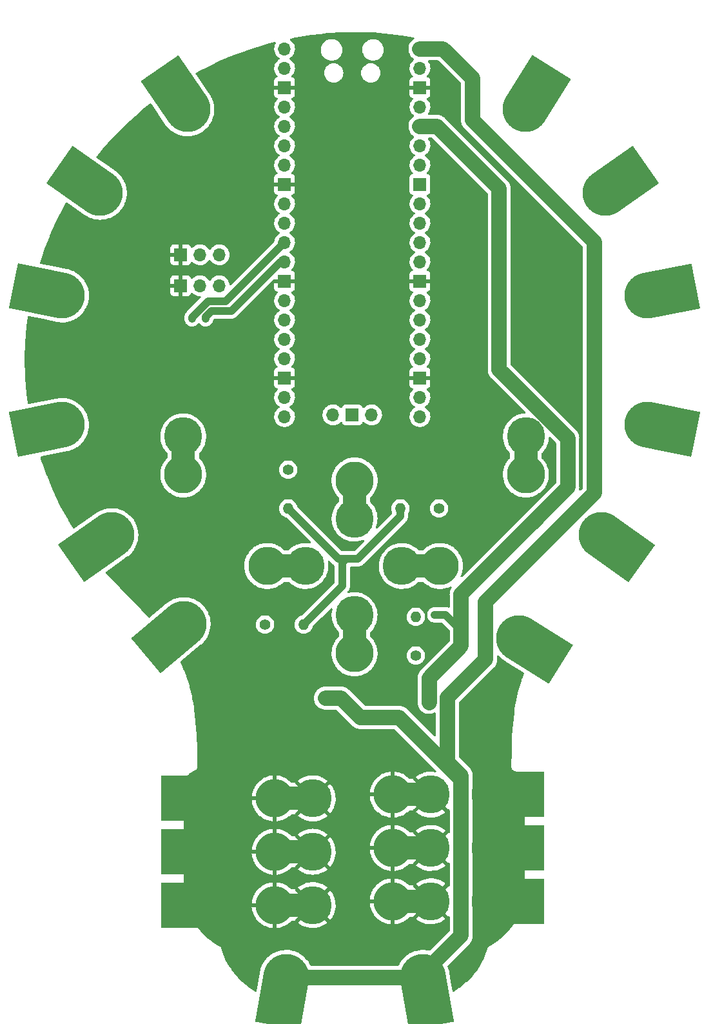
<source format=gbl>
%TF.GenerationSoftware,KiCad,Pcbnew,6.0.2+dfsg-1*%
%TF.CreationDate,2022-09-12T11:49:14+02:00*%
%TF.ProjectId,kidslab-lamp,6b696473-6c61-4622-9d6c-616d702e6b69,rev?*%
%TF.SameCoordinates,Original*%
%TF.FileFunction,Copper,L2,Bot*%
%TF.FilePolarity,Positive*%
%FSLAX46Y46*%
G04 Gerber Fmt 4.6, Leading zero omitted, Abs format (unit mm)*
G04 Created by KiCad (PCBNEW 6.0.2+dfsg-1) date 2022-09-12 11:49:14*
%MOMM*%
%LPD*%
G01*
G04 APERTURE LIST*
G04 Aperture macros list*
%AMFreePoly0*
4,1,34,6.500000,-3.000000,0.000000,-3.000000,-0.000001,-2.998354,-0.313585,-2.983566,-0.654430,-2.927750,-0.986600,-2.833129,-1.305693,-2.700956,-1.607479,-2.532984,-1.887961,-2.331438,-2.143418,-2.098990,-2.370465,-1.838721,-2.566093,-1.554081,-2.727708,-1.248842,-2.853170,-0.927051,-2.940814,-0.592972,-2.989479,-0.251034,-2.998520,0.094232,-2.967817,0.438249,-2.897777,0.776457,-2.789329,1.104374,
-2.643910,1.417652,-2.463448,1.712141,-2.250333,1.983936,-2.007392,2.229434,-1.737844,2.445383,-1.445260,2.628920,-1.133522,2.777612,-0.806759,2.889488,-0.469303,2.963065,-0.125627,2.997368,0.000000,2.995395,0.000000,3.000000,6.500000,3.000000,6.500000,-3.000000,6.500000,-3.000000,$1*%
%AMFreePoly1*
4,1,48,0.468453,2.455718,0.772542,2.377641,1.064448,2.262068,1.339567,2.110820,1.593560,1.926283,1.822422,1.711368,1.955916,1.550000,3.250000,1.550000,3.285355,1.535355,3.300000,1.500000,3.300000,-1.500000,3.285355,-1.535355,3.250000,-1.550000,1.955916,-1.550000,1.822422,-1.711368,1.593560,-1.926283,1.339567,-2.110820,1.064448,-2.262068,0.772542,-2.377641,0.468453,-2.455718,
0.156976,-2.495067,-0.156976,-2.495067,-0.468453,-2.455718,-0.772542,-2.377641,-1.064448,-2.262068,-1.339567,-2.110820,-1.593560,-1.926283,-1.822422,-1.711368,-2.022542,-1.469463,-2.190767,-1.204384,-2.324441,-0.920311,-2.421458,-0.621725,-2.480287,-0.313333,-2.500000,0.000000,-2.480287,0.313333,-2.421458,0.621725,-2.324441,0.920311,-2.190767,1.204384,-2.022542,1.469463,-1.822422,1.711368,
-1.593560,1.926283,-1.339567,2.110820,-1.064448,2.262068,-0.772542,2.377641,-0.468453,2.455718,-0.156976,2.495067,0.156976,2.495067,0.468453,2.455718,0.468453,2.455718,$1*%
G04 Aperture macros list end*
%TA.AperFunction,ComponentPad*%
%ADD10O,1.700000X1.700000*%
%TD*%
%TA.AperFunction,ComponentPad*%
%ADD11R,1.700000X1.700000*%
%TD*%
%TA.AperFunction,CastellatedPad*%
%ADD12FreePoly0,328.000000*%
%TD*%
%TA.AperFunction,ComponentPad*%
%ADD13FreePoly1,90.000000*%
%TD*%
%TA.AperFunction,ComponentPad*%
%ADD14C,5.000000*%
%TD*%
%TA.AperFunction,ComponentPad*%
%ADD15FreePoly1,270.000000*%
%TD*%
%TA.AperFunction,CastellatedPad*%
%ADD16FreePoly0,0.000000*%
%TD*%
%TA.AperFunction,CastellatedPad*%
%ADD17FreePoly0,191.500000*%
%TD*%
%TA.AperFunction,CastellatedPad*%
%ADD18FreePoly0,215.000000*%
%TD*%
%TA.AperFunction,CastellatedPad*%
%ADD19FreePoly0,180.000000*%
%TD*%
%TA.AperFunction,ComponentPad*%
%ADD20FreePoly1,0.000000*%
%TD*%
%TA.AperFunction,CastellatedPad*%
%ADD21FreePoly0,280.000000*%
%TD*%
%TA.AperFunction,CastellatedPad*%
%ADD22FreePoly0,145.000000*%
%TD*%
%TA.AperFunction,CastellatedPad*%
%ADD23FreePoly0,220.000000*%
%TD*%
%TA.AperFunction,CastellatedPad*%
%ADD24FreePoly0,58.000000*%
%TD*%
%TA.AperFunction,ComponentPad*%
%ADD25FreePoly1,180.000000*%
%TD*%
%TA.AperFunction,CastellatedPad*%
%ADD26FreePoly0,260.000000*%
%TD*%
%TA.AperFunction,ComponentPad*%
%ADD27C,1.400000*%
%TD*%
%TA.AperFunction,ComponentPad*%
%ADD28O,1.400000X1.400000*%
%TD*%
%TA.AperFunction,CastellatedPad*%
%ADD29FreePoly0,348.500000*%
%TD*%
%TA.AperFunction,CastellatedPad*%
%ADD30FreePoly0,11.000000*%
%TD*%
%TA.AperFunction,CastellatedPad*%
%ADD31FreePoly0,35.000000*%
%TD*%
%TA.AperFunction,CastellatedPad*%
%ADD32FreePoly0,124.500000*%
%TD*%
%TA.AperFunction,CastellatedPad*%
%ADD33FreePoly0,168.500000*%
%TD*%
%TA.AperFunction,CastellatedPad*%
%ADD34FreePoly0,324.500000*%
%TD*%
%TA.AperFunction,ViaPad*%
%ADD35C,0.800000*%
%TD*%
%TA.AperFunction,Conductor*%
%ADD36C,1.000000*%
%TD*%
%TA.AperFunction,Conductor*%
%ADD37C,2.000000*%
%TD*%
G04 APERTURE END LIST*
D10*
%TO.P,U1,1,GPIO0*%
%TO.N,Net-(GPIO0-Pad1)*%
X140748000Y-41294000D03*
%TO.P,U1,2,GPIO1*%
%TO.N,Net-(GPIO1-Pad1)*%
X140748000Y-43834000D03*
D11*
%TO.P,U1,3,GND*%
%TO.N,GND*%
X140748000Y-46374000D03*
D10*
%TO.P,U1,4,GPIO2*%
%TO.N,Net-(GPIO2-Pad1)*%
X140748000Y-48914000D03*
%TO.P,U1,5,GPIO3*%
%TO.N,Net-(GPIO3-Pad1)*%
X140748000Y-51454000D03*
%TO.P,U1,6,GPIO4*%
%TO.N,Net-(GPIO4-Pad1)*%
X140748000Y-53994000D03*
%TO.P,U1,7,GPIO5*%
%TO.N,unconnected-(U1-Pad7)*%
X140748000Y-56534000D03*
D11*
%TO.P,U1,8,GND*%
%TO.N,GND*%
X140748000Y-59074000D03*
D10*
%TO.P,U1,9,GPIO6*%
%TO.N,unconnected-(U1-Pad9)*%
X140748000Y-61614000D03*
%TO.P,U1,10,GPIO7*%
%TO.N,unconnected-(U1-Pad10)*%
X140748000Y-64154000D03*
%TO.P,U1,11,GPIO8*%
%TO.N,grove_tx*%
X140748000Y-66694000D03*
%TO.P,U1,12,GPIO9*%
%TO.N,grove_rx*%
X140748000Y-69234000D03*
D11*
%TO.P,U1,13,GND*%
%TO.N,GND*%
X140748000Y-71774000D03*
D10*
%TO.P,U1,14,GPIO10*%
%TO.N,GPIO10*%
X140748000Y-74314000D03*
%TO.P,U1,15,GPIO11*%
%TO.N,GPIO11*%
X140748000Y-76854000D03*
%TO.P,U1,16,GPIO12*%
%TO.N,GPIO12*%
X140748000Y-79394000D03*
%TO.P,U1,17,GPIO13*%
%TO.N,Net-(GPIO13-Pad1)*%
X140748000Y-81934000D03*
D11*
%TO.P,U1,18,GND*%
%TO.N,GND*%
X140748000Y-84474000D03*
D10*
%TO.P,U1,19,GPIO14*%
%TO.N,GPIO14*%
X140748000Y-87014000D03*
%TO.P,U1,20,GPIO15*%
%TO.N,GPIO15*%
X140748000Y-89554000D03*
%TO.P,U1,21,GPIO16*%
%TO.N,GPIO16*%
X158528000Y-89554000D03*
%TO.P,U1,22,GPIO17*%
%TO.N,GPIO17*%
X158528000Y-87014000D03*
D11*
%TO.P,U1,23,GND*%
%TO.N,GND*%
X158528000Y-84474000D03*
D10*
%TO.P,U1,24,GPIO18*%
%TO.N,Net-(GPIO18-Pad1)*%
X158528000Y-81934000D03*
%TO.P,U1,25,GPIO19*%
%TO.N,unconnected-(U1-Pad25)*%
X158528000Y-79394000D03*
%TO.P,U1,26,GPIO20*%
%TO.N,unconnected-(U1-Pad26)*%
X158528000Y-76854000D03*
%TO.P,U1,27,GPIO21*%
%TO.N,Net-(GPIO21-Pad1)*%
X158528000Y-74314000D03*
D11*
%TO.P,U1,28,GND*%
%TO.N,GND*%
X158528000Y-71774000D03*
D10*
%TO.P,U1,29,GPIO22*%
%TO.N,Net-(GPIO22-Pad1)*%
X158528000Y-69234000D03*
%TO.P,U1,30,RUN*%
%TO.N,unconnected-(U1-Pad30)*%
X158528000Y-66694000D03*
%TO.P,U1,31,GPIO26_ADC0*%
%TO.N,Net-(GPIO26-Pad1)*%
X158528000Y-64154000D03*
%TO.P,U1,32,GPIO27_ADC1*%
%TO.N,Net-(GPIO27-Pad1)*%
X158528000Y-61614000D03*
D11*
%TO.P,U1,33,AGND*%
%TO.N,unconnected-(U1-Pad33)*%
X158528000Y-59074000D03*
D10*
%TO.P,U1,34,GPIO28_ADC2*%
%TO.N,Net-(GPIO28-Pad1)*%
X158528000Y-56534000D03*
%TO.P,U1,35,ADC_VREF*%
%TO.N,unconnected-(U1-Pad35)*%
X158528000Y-53994000D03*
%TO.P,U1,36,3V3*%
%TO.N,3.3V*%
X158528000Y-51454000D03*
%TO.P,U1,37,3V3_EN*%
%TO.N,unconnected-(U1-Pad37)*%
X158528000Y-48914000D03*
D11*
%TO.P,U1,38,GND*%
%TO.N,GND*%
X158528000Y-46374000D03*
D10*
%TO.P,U1,39,VSYS*%
%TO.N,unconnected-(U1-Pad39)*%
X158528000Y-43834000D03*
%TO.P,U1,40,VBUS*%
%TO.N,V_BUS*%
X158528000Y-41294000D03*
%TO.P,U1,41,SWCLK*%
%TO.N,unconnected-(U1-Pad41)*%
X147098000Y-89324000D03*
D11*
%TO.P,U1,42,GND*%
%TO.N,unconnected-(U1-Pad42)*%
X149638000Y-89324000D03*
D10*
%TO.P,U1,43,SWDIO*%
%TO.N,unconnected-(U1-Pad43)*%
X152178000Y-89324000D03*
%TD*%
D12*
%TO.P,E39,1,1*%
%TO.N,3.3V*%
X171528000Y-118610000D03*
%TD*%
D13*
%TO.P,GPIO18,1,1*%
%TO.N,Net-(GPIO18-Pad1)*%
X172438000Y-97154000D03*
D14*
X172438000Y-92154000D03*
%TD*%
D15*
%TO.P,GPIO15,1,1*%
%TO.N,GPIO15*%
X149938000Y-97944000D03*
D14*
X149938000Y-102944000D03*
%TD*%
D16*
%TO.P,E30,1,1*%
%TO.N,GND*%
X168338000Y-146154000D03*
%TD*%
D17*
%TO.P,GPIO3,1,1*%
%TO.N,Net-(GPIO3-Pad1)*%
X111535992Y-90634063D03*
%TD*%
D11*
%TO.P,C1,1,GND*%
%TO.N,GND*%
X127093000Y-68318000D03*
D10*
%TO.P,C1,2,5V*%
%TO.N,V_BUS*%
X129633000Y-68318000D03*
%TO.P,C1,3,S*%
%TO.N,GPIO10*%
X132173000Y-68318000D03*
%TD*%
D18*
%TO.P,GPIO4,1,1*%
%TO.N,Net-(GPIO4-Pad1)*%
X118019915Y-105096642D03*
%TD*%
D19*
%TO.P,E34,1,1*%
%TO.N,GND*%
X131038000Y-153654000D03*
%TD*%
D20*
%TO.P,B6,1,1*%
%TO.N,GND*%
X154938000Y-139154000D03*
D14*
X159938000Y-139154000D03*
%TD*%
D21*
%TO.P,E37,1,1*%
%TO.N,V_BUS*%
X158920635Y-163055519D03*
%TD*%
D22*
%TO.P,GPIO1,1,1*%
%TO.N,Net-(GPIO1-Pad1)*%
X116519915Y-60211358D03*
%TD*%
D23*
%TO.P,E40,1,1*%
%TO.N,3.3V*%
X127514604Y-116767721D03*
%TD*%
D24*
%TO.P,GPIO28,1,1*%
%TO.N,Net-(GPIO28-Pad1)*%
X172385008Y-49238805D03*
%TD*%
D14*
%TO.P,GPIO14,1,1*%
%TO.N,GPIO14*%
X143478000Y-109154000D03*
D20*
X138478000Y-109154000D03*
%TD*%
D16*
%TO.P,E31,1,1*%
%TO.N,GND*%
X168338000Y-139154000D03*
%TD*%
D25*
%TO.P,GPIO16,1,1*%
%TO.N,GPIO16*%
X161148000Y-109154000D03*
D14*
X156148000Y-109154000D03*
%TD*%
%TO.P,GPIO13,1,1*%
%TO.N,Net-(GPIO13-Pad1)*%
X127438000Y-92154000D03*
D13*
X127438000Y-97154000D03*
%TD*%
D26*
%TO.P,E38,1,1*%
%TO.N,V_BUS*%
X140955365Y-163055519D03*
%TD*%
D20*
%TO.P,B1,1,1*%
%TO.N,GND*%
X154938000Y-153154000D03*
D14*
X159938000Y-153154000D03*
%TD*%
D19*
%TO.P,E33,1,1*%
%TO.N,GND*%
X131098000Y-139654000D03*
%TD*%
D11*
%TO.P,C3,1,GND*%
%TO.N,GND*%
X127093000Y-72382000D03*
D10*
%TO.P,C3,2,5V*%
%TO.N,V_BUS*%
X129633000Y-72382000D03*
%TO.P,C3,3,S*%
%TO.N,GPIO11*%
X132173000Y-72382000D03*
%TD*%
D27*
%TO.P,R3,1*%
%TO.N,GPIO16*%
X161036000Y-101600000D03*
D28*
%TO.P,R3,2*%
%TO.N,3.3V*%
X155956000Y-101600000D03*
%TD*%
D16*
%TO.P,E35,1,1*%
%TO.N,GND*%
X168338000Y-153154000D03*
%TD*%
D14*
%TO.P,B2,1,1*%
%TO.N,GND*%
X144438000Y-146654000D03*
D20*
X139438000Y-146654000D03*
%TD*%
%TO.P,B4,1,1*%
%TO.N,GND*%
X139438000Y-153654000D03*
D14*
X144438000Y-153654000D03*
%TD*%
D29*
%TO.P,GPIO22,1,1*%
%TO.N,Net-(GPIO22-Pad1)*%
X188340008Y-90634063D03*
%TD*%
D14*
%TO.P,B3,1,1*%
%TO.N,GND*%
X144438000Y-139654000D03*
D20*
X139438000Y-139654000D03*
%TD*%
D19*
%TO.P,E32,1,1*%
%TO.N,GND*%
X131038000Y-146654000D03*
%TD*%
D27*
%TO.P,R1,1*%
%TO.N,GPIO14*%
X138176000Y-116840000D03*
D28*
%TO.P,R1,2*%
%TO.N,3.3V*%
X143256000Y-116840000D03*
%TD*%
D30*
%TO.P,GPIO26,1,1*%
%TO.N,Net-(GPIO26-Pad1)*%
X188339837Y-73673081D03*
%TD*%
D31*
%TO.P,GPIO27,1,1*%
%TO.N,Net-(GPIO27-Pad1)*%
X182856085Y-60211358D03*
%TD*%
D14*
%TO.P,B5,1,1*%
%TO.N,GND*%
X159938000Y-146154000D03*
D20*
X154938000Y-146154000D03*
%TD*%
D32*
%TO.P,GPIO0,1,1*%
%TO.N,Net-(GPIO0-Pad1)*%
X127994641Y-49236413D03*
%TD*%
D27*
%TO.P,R2,1*%
%TO.N,GPIO15*%
X141224000Y-96520000D03*
D28*
%TO.P,R2,2*%
%TO.N,3.3V*%
X141224000Y-101600000D03*
%TD*%
D33*
%TO.P,GPIO2,1,1*%
%TO.N,Net-(GPIO2-Pad1)*%
X111535992Y-73673937D03*
%TD*%
D34*
%TO.P,GPIO21,1,1*%
%TO.N,Net-(GPIO21-Pad1)*%
X182356588Y-105095930D03*
%TD*%
D27*
%TO.P,R4,1*%
%TO.N,GPIO17*%
X157988000Y-120904000D03*
D28*
%TO.P,R4,2*%
%TO.N,3.3V*%
X157988000Y-115824000D03*
%TD*%
D13*
%TO.P,GPIO17,1,1*%
%TO.N,GPIO17*%
X149938000Y-120614000D03*
D14*
X149938000Y-115614000D03*
%TD*%
D35*
%TO.N,grove_rx*%
X130380000Y-76700000D03*
%TO.N,grove_tx*%
X128602000Y-76700000D03*
%TO.N,3.3V*%
X159738000Y-125454000D03*
X159738000Y-123854000D03*
X173110000Y-103682000D03*
X159738000Y-127054000D03*
X173872000Y-102920000D03*
X160479000Y-115562000D03*
X172221000Y-104571000D03*
X148844000Y-108204000D03*
%TO.N,V_BUS*%
X147144000Y-126484000D03*
X148160000Y-126484000D03*
X146123660Y-126483999D03*
%TO.N,GND*%
X173438000Y-71654000D03*
X124030000Y-76700000D03*
X174438000Y-71654000D03*
X172438000Y-71654000D03*
X175438000Y-71654000D03*
X152351000Y-109339000D03*
X124030000Y-75684000D03*
%TD*%
D36*
%TO.N,grove_rx*%
X130380000Y-76446000D02*
X131142000Y-75684000D01*
X130380000Y-76700000D02*
X130380000Y-76446000D01*
X131142000Y-75684000D02*
X133738978Y-75684000D01*
X133738978Y-75684000D02*
X140188978Y-69234000D01*
X140188978Y-69234000D02*
X140748000Y-69234000D01*
%TO.N,grove_tx*%
X128602000Y-76527622D02*
X130715622Y-74414000D01*
X133028000Y-74414000D02*
X140748000Y-66694000D01*
X128602000Y-76700000D02*
X128602000Y-76527622D01*
X130715622Y-74414000D02*
X133028000Y-74414000D01*
D37*
%TO.N,3.3V*%
X163938000Y-117624000D02*
X163938000Y-112854000D01*
D36*
X148844000Y-108204000D02*
X147828000Y-108204000D01*
X160479000Y-115562000D02*
X161876000Y-115562000D01*
X148336000Y-111760000D02*
X143256000Y-116840000D01*
X148844000Y-108204000D02*
X150368000Y-108204000D01*
D37*
X159738000Y-127054000D02*
X159738000Y-123854000D01*
X173237000Y-103555000D02*
X177938000Y-98854000D01*
X173237000Y-103555000D02*
X173872000Y-102920000D01*
D36*
X147828000Y-108204000D02*
X141224000Y-101600000D01*
X161876000Y-115562000D02*
X163938000Y-117624000D01*
D37*
X163938000Y-119654000D02*
X159738000Y-123854000D01*
D36*
X148336000Y-108712000D02*
X148336000Y-111760000D01*
X155956000Y-102616000D02*
X155956000Y-101600000D01*
X148844000Y-108204000D02*
X148336000Y-108712000D01*
X150368000Y-108204000D02*
X155956000Y-102616000D01*
D37*
X177938000Y-92381000D02*
X168938000Y-83381000D01*
X177938000Y-98854000D02*
X177938000Y-92381000D01*
X160738000Y-51454000D02*
X158528000Y-51454000D01*
X168938000Y-83381000D02*
X168938000Y-59654000D01*
X163938000Y-112854000D02*
X173237000Y-103555000D01*
X168938000Y-59654000D02*
X160738000Y-51454000D01*
X163938000Y-117624000D02*
X163938000Y-119654000D01*
%TO.N,V_BUS*%
X162138000Y-126454000D02*
X167138000Y-121454000D01*
X167138000Y-121454000D02*
X167138000Y-113854000D01*
X167138000Y-113854000D02*
X181438000Y-99554000D01*
X181438000Y-66654000D02*
X165438000Y-50654000D01*
X162138000Y-134854000D02*
X162138000Y-126454000D01*
X155816000Y-129032000D02*
X150708000Y-129032000D01*
X181438000Y-99554000D02*
X181438000Y-87154000D01*
X140938000Y-163154000D02*
X158938000Y-163154000D01*
X163938000Y-157654000D02*
X163938000Y-136654000D01*
X165438000Y-45154000D02*
X161578000Y-41294000D01*
X161578000Y-41294000D02*
X158528000Y-41294000D01*
X163438000Y-136654000D02*
X155816000Y-129032000D01*
X181438000Y-87154000D02*
X181438000Y-66654000D01*
X165438000Y-50654000D02*
X165438000Y-45154000D01*
X146123660Y-126483999D02*
X148160000Y-126484000D01*
X163938000Y-136654000D02*
X162138000Y-134854000D01*
X158438000Y-163154000D02*
X163938000Y-157654000D01*
X163938000Y-136654000D02*
X163438000Y-136654000D01*
X150708000Y-129032000D02*
X148160000Y-126484000D01*
%TD*%
%TA.AperFunction,Conductor*%
%TO.N,GND*%
G36*
X150511973Y-39088382D02*
G01*
X152202792Y-39148295D01*
X152589268Y-39161989D01*
X152595283Y-39162347D01*
X153034979Y-39199065D01*
X154658163Y-39334615D01*
X154664143Y-39335259D01*
X156709394Y-39604845D01*
X156715319Y-39605769D01*
X157179216Y-39689538D01*
X157688047Y-39781422D01*
X157751528Y-39813210D01*
X157787746Y-39874274D01*
X157785201Y-39945225D01*
X157744701Y-40003537D01*
X157732798Y-40012036D01*
X157625712Y-40079472D01*
X157625709Y-40079474D01*
X157621433Y-40082167D01*
X157617639Y-40085512D01*
X157443142Y-40239350D01*
X157443139Y-40239353D01*
X157439345Y-40242698D01*
X157436135Y-40246606D01*
X157436134Y-40246607D01*
X157337147Y-40367117D01*
X157285266Y-40430278D01*
X157163159Y-40640078D01*
X157161346Y-40644801D01*
X157094628Y-40818610D01*
X157076167Y-40866702D01*
X157075133Y-40871652D01*
X157075132Y-40871655D01*
X157039189Y-41043707D01*
X157026526Y-41104320D01*
X157015514Y-41346817D01*
X157016095Y-41351837D01*
X157016095Y-41351841D01*
X157042734Y-41582069D01*
X157043415Y-41587956D01*
X157044791Y-41592820D01*
X157044792Y-41592823D01*
X157081535Y-41722671D01*
X157109510Y-41821532D01*
X157111644Y-41826108D01*
X157111646Y-41826114D01*
X157193614Y-42001895D01*
X157212099Y-42041536D01*
X157348544Y-42242307D01*
X157515332Y-42418681D01*
X157519358Y-42421759D01*
X157519359Y-42421760D01*
X157697840Y-42558219D01*
X157739808Y-42615484D01*
X157744153Y-42686347D01*
X157709497Y-42748311D01*
X157696964Y-42759075D01*
X157669942Y-42779364D01*
X157622965Y-42814635D01*
X157468629Y-42976138D01*
X157342743Y-43160680D01*
X157315221Y-43219972D01*
X157251328Y-43357618D01*
X157248688Y-43363305D01*
X157188989Y-43578570D01*
X157165251Y-43800695D01*
X157165548Y-43805848D01*
X157165548Y-43805851D01*
X157171011Y-43900590D01*
X157178110Y-44023715D01*
X157179247Y-44028761D01*
X157179248Y-44028767D01*
X157199119Y-44116939D01*
X157227222Y-44241639D01*
X157311266Y-44448616D01*
X157333662Y-44485163D01*
X157424402Y-44633237D01*
X157427987Y-44639088D01*
X157574250Y-44807938D01*
X157578225Y-44811238D01*
X157578231Y-44811244D01*
X157583425Y-44815556D01*
X157623059Y-44874460D01*
X157624555Y-44945441D01*
X157587439Y-45005962D01*
X157547168Y-45030480D01*
X157439946Y-45070676D01*
X157424351Y-45079214D01*
X157322276Y-45155715D01*
X157309715Y-45168276D01*
X157233214Y-45270351D01*
X157224676Y-45285946D01*
X157179522Y-45406394D01*
X157175895Y-45421649D01*
X157170369Y-45472514D01*
X157170000Y-45479328D01*
X157170000Y-46101885D01*
X157174475Y-46117124D01*
X157175865Y-46118329D01*
X157183548Y-46120000D01*
X159867884Y-46120000D01*
X159883123Y-46115525D01*
X159884328Y-46114135D01*
X159885999Y-46106452D01*
X159885999Y-45479331D01*
X159885629Y-45472510D01*
X159880105Y-45421648D01*
X159876479Y-45406396D01*
X159831324Y-45285946D01*
X159822786Y-45270351D01*
X159746285Y-45168276D01*
X159733724Y-45155715D01*
X159631649Y-45079214D01*
X159616054Y-45070676D01*
X159505813Y-45029348D01*
X159449049Y-44986706D01*
X159424349Y-44920145D01*
X159439557Y-44850796D01*
X159461104Y-44822115D01*
X159562430Y-44721144D01*
X159562440Y-44721132D01*
X159566096Y-44717489D01*
X159595698Y-44676294D01*
X159693435Y-44540277D01*
X159696453Y-44536077D01*
X159698873Y-44531182D01*
X159793136Y-44340453D01*
X159793137Y-44340451D01*
X159795430Y-44335811D01*
X159829771Y-44222783D01*
X159858865Y-44127023D01*
X159858865Y-44127021D01*
X159860370Y-44122069D01*
X159889529Y-43900590D01*
X159891156Y-43834000D01*
X159872852Y-43611361D01*
X159818431Y-43394702D01*
X159729354Y-43189840D01*
X159609638Y-43004787D01*
X159609637Y-43004785D01*
X159608014Y-43002277D01*
X159608532Y-43001942D01*
X159584151Y-42939202D01*
X159598295Y-42869629D01*
X159647808Y-42818746D01*
X159709696Y-42802500D01*
X160900969Y-42802500D01*
X160969090Y-42822502D01*
X160990064Y-42839405D01*
X163892595Y-45741937D01*
X163926621Y-45804249D01*
X163929500Y-45831032D01*
X163929500Y-50629984D01*
X163929451Y-50633502D01*
X163928985Y-50650202D01*
X163926666Y-50733205D01*
X163936892Y-50809840D01*
X163937058Y-50811086D01*
X163937758Y-50817639D01*
X163944060Y-50895965D01*
X163951897Y-50927870D01*
X163954426Y-50941258D01*
X163958771Y-50973820D01*
X163960232Y-50978661D01*
X163960233Y-50978663D01*
X163981478Y-51049029D01*
X163983219Y-51055390D01*
X164001963Y-51131706D01*
X164003941Y-51136366D01*
X164014801Y-51161951D01*
X164019438Y-51174761D01*
X164028933Y-51206208D01*
X164031151Y-51210756D01*
X164031154Y-51210763D01*
X164063371Y-51276818D01*
X164066107Y-51282820D01*
X164074515Y-51302627D01*
X164096812Y-51355156D01*
X164099504Y-51359430D01*
X164114319Y-51382956D01*
X164120945Y-51394860D01*
X164135346Y-51424388D01*
X164138265Y-51428525D01*
X164138265Y-51428526D01*
X164180641Y-51488597D01*
X164184301Y-51494086D01*
X164195482Y-51511841D01*
X164226167Y-51560567D01*
X164229508Y-51564356D01*
X164229512Y-51564362D01*
X164247898Y-51585217D01*
X164256344Y-51595912D01*
X164275274Y-51622747D01*
X164277944Y-51625671D01*
X164289101Y-51637889D01*
X164294909Y-51644250D01*
X164334625Y-51683966D01*
X164340044Y-51689736D01*
X164383350Y-51738858D01*
X164383353Y-51738861D01*
X164386698Y-51742655D01*
X164390606Y-51745865D01*
X164390607Y-51745866D01*
X164418989Y-51769179D01*
X164428108Y-51777449D01*
X179892595Y-67241936D01*
X179926621Y-67304248D01*
X179929500Y-67331031D01*
X179929500Y-98876969D01*
X179909498Y-98945090D01*
X179892595Y-98966064D01*
X179640875Y-99217784D01*
X179578563Y-99251810D01*
X179507748Y-99246745D01*
X179450912Y-99204198D01*
X179426101Y-99137678D01*
X179428911Y-99100775D01*
X179434814Y-99074789D01*
X179435935Y-99069856D01*
X179437999Y-99037047D01*
X179439585Y-99023547D01*
X179445179Y-98991164D01*
X179446500Y-98962075D01*
X179446500Y-98905892D01*
X179446749Y-98897980D01*
X179450860Y-98832641D01*
X179451178Y-98827587D01*
X179447101Y-98786008D01*
X179446500Y-98773712D01*
X179446500Y-92405016D01*
X179446549Y-92401498D01*
X179449193Y-92306850D01*
X179449193Y-92306847D01*
X179449334Y-92301795D01*
X179438941Y-92223902D01*
X179438241Y-92217353D01*
X179432346Y-92144077D01*
X179432345Y-92144073D01*
X179431940Y-92139035D01*
X179424101Y-92107122D01*
X179421573Y-92093738D01*
X179417898Y-92066194D01*
X179417229Y-92061180D01*
X179414173Y-92051057D01*
X179394522Y-91985971D01*
X179392781Y-91979608D01*
X179375244Y-91908209D01*
X179374037Y-91903294D01*
X179361199Y-91873048D01*
X179356561Y-91860237D01*
X179348530Y-91833638D01*
X179347067Y-91828792D01*
X179344849Y-91824244D01*
X179344846Y-91824237D01*
X179312629Y-91758182D01*
X179309893Y-91752180D01*
X179281162Y-91684495D01*
X179279188Y-91679844D01*
X179261681Y-91652044D01*
X179255052Y-91640134D01*
X179243604Y-91616661D01*
X179240654Y-91610612D01*
X179195357Y-91546400D01*
X179191699Y-91540914D01*
X179152529Y-91478714D01*
X179152528Y-91478713D01*
X179149833Y-91474433D01*
X179146492Y-91470644D01*
X179146488Y-91470638D01*
X179128102Y-91449783D01*
X179119656Y-91439088D01*
X179103009Y-91415490D01*
X179100726Y-91412253D01*
X179081091Y-91390750D01*
X179041375Y-91351034D01*
X179035956Y-91345264D01*
X178992650Y-91296142D01*
X178992647Y-91296139D01*
X178989302Y-91292345D01*
X178972233Y-91278324D01*
X178957011Y-91265821D01*
X178947892Y-91257551D01*
X170483405Y-82793064D01*
X170449379Y-82730752D01*
X170446500Y-82703969D01*
X170446500Y-59678002D01*
X170446549Y-59674483D01*
X170449193Y-59579850D01*
X170449193Y-59579847D01*
X170449334Y-59574795D01*
X170438941Y-59496902D01*
X170438241Y-59490353D01*
X170432346Y-59417077D01*
X170432345Y-59417073D01*
X170431940Y-59412035D01*
X170424101Y-59380122D01*
X170421573Y-59366738D01*
X170417898Y-59339194D01*
X170417229Y-59334180D01*
X170394522Y-59258971D01*
X170392781Y-59252608D01*
X170375244Y-59181209D01*
X170374037Y-59176294D01*
X170361199Y-59146048D01*
X170356561Y-59133237D01*
X170348530Y-59106638D01*
X170347067Y-59101792D01*
X170344849Y-59097244D01*
X170344846Y-59097237D01*
X170312629Y-59031182D01*
X170309893Y-59025180D01*
X170281162Y-58957495D01*
X170279188Y-58952844D01*
X170261681Y-58925044D01*
X170255052Y-58913134D01*
X170240654Y-58883612D01*
X170195357Y-58819400D01*
X170191699Y-58813914D01*
X170152529Y-58751714D01*
X170152528Y-58751713D01*
X170149833Y-58747433D01*
X170146492Y-58743644D01*
X170146488Y-58743638D01*
X170128102Y-58722783D01*
X170119656Y-58712088D01*
X170103009Y-58688490D01*
X170100726Y-58685253D01*
X170081091Y-58663750D01*
X170041375Y-58624034D01*
X170035956Y-58618264D01*
X169992650Y-58569142D01*
X169992647Y-58569139D01*
X169989302Y-58565345D01*
X169957011Y-58538821D01*
X169947892Y-58530551D01*
X161821675Y-50404334D01*
X161819221Y-50401812D01*
X161754138Y-50332988D01*
X161754135Y-50332986D01*
X161750668Y-50329319D01*
X161688239Y-50281589D01*
X161683108Y-50277448D01*
X161627133Y-50229809D01*
X161627132Y-50229808D01*
X161623280Y-50226530D01*
X161618955Y-50223911D01*
X161618950Y-50223907D01*
X161595176Y-50209509D01*
X161583929Y-50201837D01*
X161557826Y-50181880D01*
X161488592Y-50144757D01*
X161482868Y-50141493D01*
X161455919Y-50125172D01*
X161415642Y-50100779D01*
X161385181Y-50088472D01*
X161372841Y-50082692D01*
X161348350Y-50069560D01*
X161348351Y-50069560D01*
X161343891Y-50067169D01*
X161339110Y-50065523D01*
X161339106Y-50065521D01*
X161269599Y-50041588D01*
X161263421Y-50039278D01*
X161195266Y-50011742D01*
X161195267Y-50011742D01*
X161190571Y-50009845D01*
X161158539Y-50002568D01*
X161145441Y-49998837D01*
X161114369Y-49988138D01*
X161036900Y-49974757D01*
X161030496Y-49973477D01*
X160953856Y-49956065D01*
X160921047Y-49954001D01*
X160907547Y-49952415D01*
X160875164Y-49946821D01*
X160871207Y-49946641D01*
X160871204Y-49946641D01*
X160847494Y-49945564D01*
X160847475Y-49945564D01*
X160846075Y-49945500D01*
X160789892Y-49945500D01*
X160781980Y-49945251D01*
X160776386Y-49944899D01*
X160711587Y-49940822D01*
X160674373Y-49944471D01*
X160670008Y-49944899D01*
X160657712Y-49945500D01*
X159705436Y-49945500D01*
X159637315Y-49925498D01*
X159590822Y-49871842D01*
X159580718Y-49801568D01*
X159603113Y-49745974D01*
X159622433Y-49719088D01*
X159696453Y-49616077D01*
X159734002Y-49540103D01*
X159793136Y-49420453D01*
X159793137Y-49420451D01*
X159795430Y-49415811D01*
X159860370Y-49202069D01*
X159889529Y-48980590D01*
X159891156Y-48914000D01*
X159872852Y-48691361D01*
X159818431Y-48474702D01*
X159729354Y-48269840D01*
X159608014Y-48082277D01*
X159604540Y-48078459D01*
X159604533Y-48078450D01*
X159460435Y-47920088D01*
X159429383Y-47856242D01*
X159437779Y-47785744D01*
X159482956Y-47730976D01*
X159509400Y-47717307D01*
X159616052Y-47677325D01*
X159631649Y-47668786D01*
X159733724Y-47592285D01*
X159746285Y-47579724D01*
X159822786Y-47477649D01*
X159831324Y-47462054D01*
X159876478Y-47341606D01*
X159880105Y-47326351D01*
X159885631Y-47275486D01*
X159886000Y-47268672D01*
X159886000Y-46646115D01*
X159881525Y-46630876D01*
X159880135Y-46629671D01*
X159872452Y-46628000D01*
X157188116Y-46628000D01*
X157172877Y-46632475D01*
X157171672Y-46633865D01*
X157170001Y-46641548D01*
X157170001Y-47268669D01*
X157170371Y-47275490D01*
X157175895Y-47326352D01*
X157179521Y-47341604D01*
X157224676Y-47462054D01*
X157233214Y-47477649D01*
X157309715Y-47579724D01*
X157322276Y-47592285D01*
X157424351Y-47668786D01*
X157439946Y-47677324D01*
X157548827Y-47718142D01*
X157605591Y-47760784D01*
X157630291Y-47827345D01*
X157615083Y-47896694D01*
X157595691Y-47923175D01*
X157472200Y-48052401D01*
X157468629Y-48056138D01*
X157342743Y-48240680D01*
X157248688Y-48443305D01*
X157188989Y-48658570D01*
X157165251Y-48880695D01*
X157165548Y-48885848D01*
X157165548Y-48885851D01*
X157171011Y-48980590D01*
X157178110Y-49103715D01*
X157179247Y-49108761D01*
X157179248Y-49108767D01*
X157185623Y-49137054D01*
X157227222Y-49321639D01*
X157311266Y-49528616D01*
X157427987Y-49719088D01*
X157574250Y-49887938D01*
X157703556Y-49995290D01*
X157743191Y-50054191D01*
X157744689Y-50125172D01*
X157707575Y-50185695D01*
X157690214Y-50198853D01*
X157625712Y-50239472D01*
X157625709Y-50239474D01*
X157621433Y-50242167D01*
X157576714Y-50281592D01*
X157443142Y-50399350D01*
X157443139Y-50399353D01*
X157439345Y-50402698D01*
X157285266Y-50590278D01*
X157163159Y-50800078D01*
X157161346Y-50804801D01*
X157080258Y-51016045D01*
X157076167Y-51026702D01*
X157075133Y-51031652D01*
X157075132Y-51031655D01*
X157037715Y-51210763D01*
X157026526Y-51264320D01*
X157015514Y-51506817D01*
X157016095Y-51511837D01*
X157016095Y-51511841D01*
X157042802Y-51742655D01*
X157043415Y-51747956D01*
X157044791Y-51752820D01*
X157044792Y-51752823D01*
X157074157Y-51856596D01*
X157109510Y-51981532D01*
X157111644Y-51986108D01*
X157111646Y-51986114D01*
X157209962Y-52196954D01*
X157212099Y-52201536D01*
X157348544Y-52402307D01*
X157515332Y-52578681D01*
X157519358Y-52581759D01*
X157519359Y-52581760D01*
X157697840Y-52718219D01*
X157739808Y-52775484D01*
X157744153Y-52846347D01*
X157709497Y-52908311D01*
X157696964Y-52919075D01*
X157622965Y-52974635D01*
X157468629Y-53136138D01*
X157342743Y-53320680D01*
X157327003Y-53354590D01*
X157252703Y-53514656D01*
X157248688Y-53523305D01*
X157188989Y-53738570D01*
X157165251Y-53960695D01*
X157165548Y-53965848D01*
X157165548Y-53965851D01*
X157171011Y-54060590D01*
X157178110Y-54183715D01*
X157179247Y-54188761D01*
X157179248Y-54188767D01*
X157199119Y-54276939D01*
X157227222Y-54401639D01*
X157265461Y-54495811D01*
X157302987Y-54588226D01*
X157311266Y-54608616D01*
X157427987Y-54799088D01*
X157574250Y-54967938D01*
X157746126Y-55110632D01*
X157801553Y-55143021D01*
X157819445Y-55153476D01*
X157868169Y-55205114D01*
X157881240Y-55274897D01*
X157854509Y-55340669D01*
X157814055Y-55374027D01*
X157801607Y-55380507D01*
X157797474Y-55383610D01*
X157797471Y-55383612D01*
X157656697Y-55489308D01*
X157622965Y-55514635D01*
X157468629Y-55676138D01*
X157342743Y-55860680D01*
X157248688Y-56063305D01*
X157188989Y-56278570D01*
X157165251Y-56500695D01*
X157165548Y-56505848D01*
X157165548Y-56505851D01*
X157171011Y-56600590D01*
X157178110Y-56723715D01*
X157179247Y-56728761D01*
X157179248Y-56728767D01*
X157199119Y-56816939D01*
X157227222Y-56941639D01*
X157311266Y-57148616D01*
X157313965Y-57153020D01*
X157411981Y-57312968D01*
X157427987Y-57339088D01*
X157574250Y-57507938D01*
X157578230Y-57511242D01*
X157582981Y-57515187D01*
X157622616Y-57574090D01*
X157624113Y-57645071D01*
X157586997Y-57705593D01*
X157546725Y-57730112D01*
X157458095Y-57763338D01*
X157431295Y-57773385D01*
X157314739Y-57860739D01*
X157227385Y-57977295D01*
X157176255Y-58113684D01*
X157169500Y-58175866D01*
X157169500Y-59972134D01*
X157176255Y-60034316D01*
X157227385Y-60170705D01*
X157314739Y-60287261D01*
X157431295Y-60374615D01*
X157439704Y-60377767D01*
X157439705Y-60377768D01*
X157548451Y-60418535D01*
X157605216Y-60461176D01*
X157629916Y-60527738D01*
X157614709Y-60597087D01*
X157595316Y-60623568D01*
X157468629Y-60756138D01*
X157342743Y-60940680D01*
X157310591Y-61009946D01*
X157251811Y-61136578D01*
X157248688Y-61143305D01*
X157188989Y-61358570D01*
X157165251Y-61580695D01*
X157165548Y-61585848D01*
X157165548Y-61585851D01*
X157171011Y-61680590D01*
X157178110Y-61803715D01*
X157179247Y-61808761D01*
X157179248Y-61808767D01*
X157199119Y-61896939D01*
X157227222Y-62021639D01*
X157311266Y-62228616D01*
X157427987Y-62419088D01*
X157574250Y-62587938D01*
X157746126Y-62730632D01*
X157761846Y-62739818D01*
X157819445Y-62773476D01*
X157868169Y-62825114D01*
X157881240Y-62894897D01*
X157854509Y-62960669D01*
X157814055Y-62994027D01*
X157801607Y-63000507D01*
X157797474Y-63003610D01*
X157797471Y-63003612D01*
X157682421Y-63089994D01*
X157622965Y-63134635D01*
X157468629Y-63296138D01*
X157465715Y-63300410D01*
X157465714Y-63300411D01*
X157406687Y-63386941D01*
X157342743Y-63480680D01*
X157327747Y-63512986D01*
X157257721Y-63663846D01*
X157248688Y-63683305D01*
X157188989Y-63898570D01*
X157165251Y-64120695D01*
X157165548Y-64125848D01*
X157165548Y-64125851D01*
X157171011Y-64220590D01*
X157178110Y-64343715D01*
X157179247Y-64348761D01*
X157179248Y-64348767D01*
X157199119Y-64436939D01*
X157227222Y-64561639D01*
X157311266Y-64768616D01*
X157427987Y-64959088D01*
X157574250Y-65127938D01*
X157746126Y-65270632D01*
X157816595Y-65311811D01*
X157819445Y-65313476D01*
X157868169Y-65365114D01*
X157881240Y-65434897D01*
X157854509Y-65500669D01*
X157814055Y-65534027D01*
X157801607Y-65540507D01*
X157797474Y-65543610D01*
X157797471Y-65543612D01*
X157627100Y-65671530D01*
X157622965Y-65674635D01*
X157468629Y-65836138D01*
X157342743Y-66020680D01*
X157327003Y-66054590D01*
X157270510Y-66176294D01*
X157248688Y-66223305D01*
X157188989Y-66438570D01*
X157165251Y-66660695D01*
X157165548Y-66665848D01*
X157165548Y-66665851D01*
X157171011Y-66760590D01*
X157178110Y-66883715D01*
X157179247Y-66888761D01*
X157179248Y-66888767D01*
X157196630Y-66965895D01*
X157227222Y-67101639D01*
X157265461Y-67195811D01*
X157301537Y-67284655D01*
X157311266Y-67308616D01*
X157346216Y-67365649D01*
X157417796Y-67482457D01*
X157427987Y-67499088D01*
X157574250Y-67667938D01*
X157746126Y-67810632D01*
X157778254Y-67829406D01*
X157819445Y-67853476D01*
X157868169Y-67905114D01*
X157881240Y-67974897D01*
X157854509Y-68040669D01*
X157814055Y-68074027D01*
X157801607Y-68080507D01*
X157797474Y-68083610D01*
X157797471Y-68083612D01*
X157774949Y-68100522D01*
X157622965Y-68214635D01*
X157468629Y-68376138D01*
X157465715Y-68380410D01*
X157465714Y-68380411D01*
X157462863Y-68384590D01*
X157342743Y-68560680D01*
X157248688Y-68763305D01*
X157188989Y-68978570D01*
X157165251Y-69200695D01*
X157165548Y-69205848D01*
X157165548Y-69205851D01*
X157171011Y-69300590D01*
X157178110Y-69423715D01*
X157179247Y-69428761D01*
X157179248Y-69428767D01*
X157194464Y-69496283D01*
X157227222Y-69641639D01*
X157311266Y-69848616D01*
X157427987Y-70039088D01*
X157574250Y-70207938D01*
X157578225Y-70211238D01*
X157578231Y-70211244D01*
X157583425Y-70215556D01*
X157623059Y-70274460D01*
X157624555Y-70345441D01*
X157587439Y-70405962D01*
X157547168Y-70430480D01*
X157439946Y-70470676D01*
X157424351Y-70479214D01*
X157322276Y-70555715D01*
X157309715Y-70568276D01*
X157233214Y-70670351D01*
X157224676Y-70685946D01*
X157179522Y-70806394D01*
X157175895Y-70821649D01*
X157170369Y-70872514D01*
X157170000Y-70879328D01*
X157170000Y-71501885D01*
X157174475Y-71517124D01*
X157175865Y-71518329D01*
X157183548Y-71520000D01*
X159867884Y-71520000D01*
X159883123Y-71515525D01*
X159884328Y-71514135D01*
X159885999Y-71506452D01*
X159885999Y-70879331D01*
X159885629Y-70872510D01*
X159880105Y-70821648D01*
X159876479Y-70806396D01*
X159831324Y-70685946D01*
X159822786Y-70670351D01*
X159746285Y-70568276D01*
X159733724Y-70555715D01*
X159631649Y-70479214D01*
X159616054Y-70470676D01*
X159505813Y-70429348D01*
X159449049Y-70386706D01*
X159424349Y-70320145D01*
X159439557Y-70250796D01*
X159461104Y-70222115D01*
X159562430Y-70121144D01*
X159562440Y-70121132D01*
X159566096Y-70117489D01*
X159625594Y-70034689D01*
X159693435Y-69940277D01*
X159696453Y-69936077D01*
X159795430Y-69735811D01*
X159860370Y-69522069D01*
X159889529Y-69300590D01*
X159889713Y-69293068D01*
X159891074Y-69237365D01*
X159891074Y-69237361D01*
X159891156Y-69234000D01*
X159872852Y-69011361D01*
X159818431Y-68794702D01*
X159729354Y-68589840D01*
X159608014Y-68402277D01*
X159457670Y-68237051D01*
X159453619Y-68233852D01*
X159453615Y-68233848D01*
X159286414Y-68101800D01*
X159286410Y-68101798D01*
X159282359Y-68098598D01*
X159241053Y-68075796D01*
X159191084Y-68025364D01*
X159176312Y-67955921D01*
X159201428Y-67889516D01*
X159228780Y-67862909D01*
X159275749Y-67829406D01*
X159407860Y-67735173D01*
X159566096Y-67577489D01*
X159625594Y-67494689D01*
X159693435Y-67400277D01*
X159696453Y-67396077D01*
X159699334Y-67390249D01*
X159793136Y-67200453D01*
X159793137Y-67200451D01*
X159795430Y-67195811D01*
X159856878Y-66993562D01*
X159858865Y-66987023D01*
X159858865Y-66987021D01*
X159860370Y-66982069D01*
X159889529Y-66760590D01*
X159891156Y-66694000D01*
X159872852Y-66471361D01*
X159818431Y-66254702D01*
X159729354Y-66049840D01*
X159669613Y-65957495D01*
X159610822Y-65866617D01*
X159610820Y-65866614D01*
X159608014Y-65862277D01*
X159457670Y-65697051D01*
X159453619Y-65693852D01*
X159453615Y-65693848D01*
X159286414Y-65561800D01*
X159286410Y-65561798D01*
X159282359Y-65558598D01*
X159241053Y-65535796D01*
X159191084Y-65485364D01*
X159176312Y-65415921D01*
X159201428Y-65349516D01*
X159228780Y-65322909D01*
X159272603Y-65291650D01*
X159407860Y-65195173D01*
X159566096Y-65037489D01*
X159625594Y-64954689D01*
X159693435Y-64860277D01*
X159696453Y-64856077D01*
X159795430Y-64655811D01*
X159860370Y-64442069D01*
X159889529Y-64220590D01*
X159891156Y-64154000D01*
X159872852Y-63931361D01*
X159818431Y-63714702D01*
X159729354Y-63509840D01*
X159649847Y-63386941D01*
X159610822Y-63326617D01*
X159610820Y-63326614D01*
X159608014Y-63322277D01*
X159457670Y-63157051D01*
X159453619Y-63153852D01*
X159453615Y-63153848D01*
X159286414Y-63021800D01*
X159286410Y-63021798D01*
X159282359Y-63018598D01*
X159241053Y-62995796D01*
X159191084Y-62945364D01*
X159176312Y-62875921D01*
X159201428Y-62809516D01*
X159228780Y-62782909D01*
X159290935Y-62738574D01*
X159407860Y-62655173D01*
X159457573Y-62605634D01*
X159562435Y-62501137D01*
X159566096Y-62497489D01*
X159573431Y-62487282D01*
X159693435Y-62320277D01*
X159696453Y-62316077D01*
X159706860Y-62295021D01*
X159793136Y-62120453D01*
X159793137Y-62120451D01*
X159795430Y-62115811D01*
X159829107Y-62004967D01*
X159858865Y-61907023D01*
X159858865Y-61907021D01*
X159860370Y-61902069D01*
X159889529Y-61680590D01*
X159889611Y-61677240D01*
X159891074Y-61617365D01*
X159891074Y-61617361D01*
X159891156Y-61614000D01*
X159872852Y-61391361D01*
X159818431Y-61174702D01*
X159729354Y-60969840D01*
X159629534Y-60815542D01*
X159610822Y-60786617D01*
X159610820Y-60786614D01*
X159608014Y-60782277D01*
X159604532Y-60778450D01*
X159460798Y-60620488D01*
X159429746Y-60556642D01*
X159438141Y-60486143D01*
X159483317Y-60431375D01*
X159509761Y-60417706D01*
X159616297Y-60377767D01*
X159624705Y-60374615D01*
X159741261Y-60287261D01*
X159828615Y-60170705D01*
X159879745Y-60034316D01*
X159886500Y-59972134D01*
X159886500Y-58175866D01*
X159879745Y-58113684D01*
X159828615Y-57977295D01*
X159741261Y-57860739D01*
X159624705Y-57773385D01*
X159597905Y-57763338D01*
X159506203Y-57728960D01*
X159449439Y-57686318D01*
X159424739Y-57619756D01*
X159439947Y-57550408D01*
X159461493Y-57521727D01*
X159562435Y-57421137D01*
X159566096Y-57417489D01*
X159579615Y-57398676D01*
X159693435Y-57240277D01*
X159696453Y-57236077D01*
X159795430Y-57035811D01*
X159860370Y-56822069D01*
X159889529Y-56600590D01*
X159891156Y-56534000D01*
X159872852Y-56311361D01*
X159818431Y-56094702D01*
X159729354Y-55889840D01*
X159608014Y-55702277D01*
X159457670Y-55537051D01*
X159453619Y-55533852D01*
X159453615Y-55533848D01*
X159286414Y-55401800D01*
X159286410Y-55401798D01*
X159282359Y-55398598D01*
X159241053Y-55375796D01*
X159191084Y-55325364D01*
X159176312Y-55255921D01*
X159201428Y-55189516D01*
X159228780Y-55162909D01*
X159272603Y-55131650D01*
X159407860Y-55035173D01*
X159566096Y-54877489D01*
X159625594Y-54794689D01*
X159693435Y-54700277D01*
X159696453Y-54696077D01*
X159745576Y-54596685D01*
X159793136Y-54500453D01*
X159793137Y-54500451D01*
X159795430Y-54495811D01*
X159860370Y-54282069D01*
X159889529Y-54060590D01*
X159891156Y-53994000D01*
X159872852Y-53771361D01*
X159818431Y-53554702D01*
X159729354Y-53349840D01*
X159609638Y-53164787D01*
X159609637Y-53164785D01*
X159608014Y-53162277D01*
X159608532Y-53161942D01*
X159584151Y-53099202D01*
X159598295Y-53029629D01*
X159647808Y-52978746D01*
X159709696Y-52962500D01*
X160060969Y-52962500D01*
X160129090Y-52982502D01*
X160150064Y-52999405D01*
X167392595Y-60241937D01*
X167426621Y-60304249D01*
X167429500Y-60331032D01*
X167429500Y-83356984D01*
X167429451Y-83360502D01*
X167426666Y-83460205D01*
X167434865Y-83521649D01*
X167437058Y-83538086D01*
X167437758Y-83544639D01*
X167444060Y-83622965D01*
X167451897Y-83654870D01*
X167454426Y-83668258D01*
X167458771Y-83700820D01*
X167460232Y-83705661D01*
X167460233Y-83705663D01*
X167481478Y-83776029D01*
X167483219Y-83782390D01*
X167501963Y-83858706D01*
X167503941Y-83863366D01*
X167514801Y-83888951D01*
X167519438Y-83901761D01*
X167528933Y-83933208D01*
X167531151Y-83937756D01*
X167531154Y-83937763D01*
X167563371Y-84003818D01*
X167566107Y-84009820D01*
X167573911Y-84028205D01*
X167596812Y-84082156D01*
X167599504Y-84086430D01*
X167614319Y-84109956D01*
X167620945Y-84121860D01*
X167635346Y-84151388D01*
X167638265Y-84155525D01*
X167638265Y-84155526D01*
X167680641Y-84215597D01*
X167684301Y-84221086D01*
X167726167Y-84287567D01*
X167729508Y-84291356D01*
X167729512Y-84291362D01*
X167747898Y-84312217D01*
X167756344Y-84322912D01*
X167775274Y-84349747D01*
X167794909Y-84371250D01*
X167834625Y-84410966D01*
X167840044Y-84416736D01*
X167883350Y-84465858D01*
X167883353Y-84465861D01*
X167886698Y-84469655D01*
X167890606Y-84472865D01*
X167890607Y-84472866D01*
X167918989Y-84496179D01*
X167928108Y-84504449D01*
X172355512Y-88931853D01*
X172389538Y-88994165D01*
X172384473Y-89064980D01*
X172341926Y-89121816D01*
X172278931Y-89146325D01*
X172106937Y-89163492D01*
X171966569Y-89177503D01*
X171627583Y-89251414D01*
X171624156Y-89252587D01*
X171624150Y-89252589D01*
X171302765Y-89362624D01*
X171299339Y-89363797D01*
X170986188Y-89513163D01*
X170692279Y-89697532D01*
X170689443Y-89699804D01*
X170689436Y-89699809D01*
X170495322Y-89855324D01*
X170421509Y-89914459D01*
X170177466Y-90161071D01*
X170175225Y-90163929D01*
X170073212Y-90294032D01*
X169963386Y-90434098D01*
X169961493Y-90437187D01*
X169961491Y-90437190D01*
X169915233Y-90512676D01*
X169782105Y-90729921D01*
X169780580Y-90733206D01*
X169780578Y-90733210D01*
X169696149Y-90915097D01*
X169636027Y-91044620D01*
X169605586Y-91136666D01*
X169535618Y-91348229D01*
X169527087Y-91374023D01*
X169526351Y-91377578D01*
X169526350Y-91377581D01*
X169463754Y-91679844D01*
X169456730Y-91713764D01*
X169443658Y-91860237D01*
X169426478Y-92052735D01*
X169425888Y-92059341D01*
X169425983Y-92062971D01*
X169425983Y-92062972D01*
X169432237Y-92301795D01*
X169434970Y-92406171D01*
X169483856Y-92749660D01*
X169571897Y-93085253D01*
X169697927Y-93408503D01*
X169699624Y-93411708D01*
X169833113Y-93663825D01*
X169860275Y-93715126D01*
X169862325Y-93718109D01*
X169862327Y-93718112D01*
X170054733Y-93998064D01*
X170054739Y-93998071D01*
X170056790Y-94001056D01*
X170284866Y-94262505D01*
X170287551Y-94264948D01*
X170333070Y-94306367D01*
X170369993Y-94367007D01*
X170374271Y-94399561D01*
X170374271Y-94899246D01*
X170354269Y-94967367D01*
X170340121Y-94985499D01*
X170186210Y-95149397D01*
X170133416Y-95205617D01*
X170092292Y-95255327D01*
X169907391Y-95509822D01*
X169872823Y-95564293D01*
X169721276Y-95839956D01*
X169720443Y-95841727D01*
X169720435Y-95841742D01*
X169694653Y-95896533D01*
X169693807Y-95898331D01*
X169578005Y-96190814D01*
X169558069Y-96252169D01*
X169539188Y-96325707D01*
X169489301Y-96520000D01*
X169479837Y-96556859D01*
X169479468Y-96558794D01*
X169479465Y-96558807D01*
X169468121Y-96618278D01*
X169467748Y-96620234D01*
X169467499Y-96622203D01*
X169467498Y-96622211D01*
X169453799Y-96730655D01*
X169428322Y-96932327D01*
X169428196Y-96934322D01*
X169428196Y-96934327D01*
X169424396Y-96994718D01*
X169424395Y-96994734D01*
X169424271Y-96996713D01*
X169424271Y-97311287D01*
X169424395Y-97313266D01*
X169424396Y-97313282D01*
X169428196Y-97373673D01*
X169428322Y-97375673D01*
X169428572Y-97377651D01*
X169428573Y-97377663D01*
X169467498Y-97685789D01*
X169467748Y-97687766D01*
X169468120Y-97689718D01*
X169468121Y-97689722D01*
X169476399Y-97733116D01*
X169479837Y-97751141D01*
X169558069Y-98055831D01*
X169578005Y-98117186D01*
X169578725Y-98119005D01*
X169578727Y-98119010D01*
X169613612Y-98207119D01*
X169693807Y-98409669D01*
X169694652Y-98411465D01*
X169694653Y-98411467D01*
X169720435Y-98466258D01*
X169720443Y-98466273D01*
X169721276Y-98468044D01*
X169872823Y-98743707D01*
X169907391Y-98798178D01*
X170092292Y-99052673D01*
X170093564Y-99054211D01*
X170093569Y-99054217D01*
X170132086Y-99100775D01*
X170133416Y-99102383D01*
X170134766Y-99103821D01*
X170134769Y-99103824D01*
X170223047Y-99197830D01*
X170348757Y-99331697D01*
X170395786Y-99375860D01*
X170638168Y-99576376D01*
X170690362Y-99614297D01*
X170692048Y-99615367D01*
X170692051Y-99615369D01*
X170954279Y-99781784D01*
X170954293Y-99781792D01*
X170955966Y-99782854D01*
X171012499Y-99813934D01*
X171014284Y-99814774D01*
X171014290Y-99814777D01*
X171295337Y-99947028D01*
X171297133Y-99947873D01*
X171298967Y-99948599D01*
X171298976Y-99948603D01*
X171355282Y-99970896D01*
X171355296Y-99970901D01*
X171357117Y-99971622D01*
X171358990Y-99972231D01*
X171358994Y-99972232D01*
X171654416Y-100068221D01*
X171654422Y-100068223D01*
X171656294Y-100068831D01*
X171718783Y-100084875D01*
X171720705Y-100085242D01*
X171720720Y-100085245D01*
X171863604Y-100112501D01*
X172027784Y-100143820D01*
X172058527Y-100147704D01*
X172089800Y-100151655D01*
X172089813Y-100151656D01*
X172091790Y-100151906D01*
X172093785Y-100152031D01*
X172093790Y-100152032D01*
X172403748Y-100171533D01*
X172403764Y-100171534D01*
X172405743Y-100171658D01*
X172470257Y-100171658D01*
X172472236Y-100171534D01*
X172472252Y-100171533D01*
X172782210Y-100152032D01*
X172782215Y-100152031D01*
X172784210Y-100151906D01*
X172786187Y-100151656D01*
X172786200Y-100151655D01*
X172817473Y-100147704D01*
X172848216Y-100143820D01*
X173012396Y-100112501D01*
X173155280Y-100085245D01*
X173155295Y-100085242D01*
X173157217Y-100084875D01*
X173219706Y-100068831D01*
X173221578Y-100068223D01*
X173221584Y-100068221D01*
X173517006Y-99972232D01*
X173517010Y-99972231D01*
X173518883Y-99971622D01*
X173520704Y-99970901D01*
X173520718Y-99970896D01*
X173577024Y-99948603D01*
X173577033Y-99948599D01*
X173578867Y-99947873D01*
X173580663Y-99947028D01*
X173861710Y-99814777D01*
X173861716Y-99814774D01*
X173863501Y-99813934D01*
X173920034Y-99782854D01*
X173921707Y-99781792D01*
X173921721Y-99781784D01*
X174183949Y-99615369D01*
X174183952Y-99615367D01*
X174185638Y-99614297D01*
X174237832Y-99576376D01*
X174480214Y-99375860D01*
X174527243Y-99331697D01*
X174652953Y-99197830D01*
X174741231Y-99103824D01*
X174741234Y-99103821D01*
X174742584Y-99102383D01*
X174743915Y-99100775D01*
X174782431Y-99054217D01*
X174782436Y-99054211D01*
X174783708Y-99052673D01*
X174968609Y-98798178D01*
X175003177Y-98743707D01*
X175154724Y-98468044D01*
X175155557Y-98466273D01*
X175155565Y-98466258D01*
X175181347Y-98411467D01*
X175181348Y-98411465D01*
X175182193Y-98409669D01*
X175262388Y-98207119D01*
X175297273Y-98119010D01*
X175297275Y-98119005D01*
X175297995Y-98117186D01*
X175317931Y-98055831D01*
X175396163Y-97751141D01*
X175399602Y-97733116D01*
X175407879Y-97689722D01*
X175407880Y-97689718D01*
X175408252Y-97687766D01*
X175408502Y-97685789D01*
X175447427Y-97377663D01*
X175447428Y-97377651D01*
X175447678Y-97375673D01*
X175447804Y-97373673D01*
X175451604Y-97313282D01*
X175451605Y-97313266D01*
X175451729Y-97311287D01*
X175451729Y-96996713D01*
X175451605Y-96994734D01*
X175451604Y-96994718D01*
X175447804Y-96934327D01*
X175447804Y-96934322D01*
X175447678Y-96932327D01*
X175422202Y-96730655D01*
X175408502Y-96622211D01*
X175408501Y-96622203D01*
X175408252Y-96620234D01*
X175407879Y-96618278D01*
X175396535Y-96558807D01*
X175396532Y-96558794D01*
X175396163Y-96556859D01*
X175386700Y-96520000D01*
X175336812Y-96325707D01*
X175317931Y-96252169D01*
X175297995Y-96190814D01*
X175182193Y-95898331D01*
X175181347Y-95896533D01*
X175155565Y-95841742D01*
X175155557Y-95841727D01*
X175154724Y-95839956D01*
X175003177Y-95564293D01*
X174968609Y-95509822D01*
X174783708Y-95255327D01*
X174742584Y-95205617D01*
X174689790Y-95149397D01*
X174535879Y-94985499D01*
X174503828Y-94922149D01*
X174501729Y-94899246D01*
X174501729Y-94397382D01*
X174521731Y-94329261D01*
X174540996Y-94305985D01*
X174632180Y-94219454D01*
X174634819Y-94216950D01*
X174857370Y-93950783D01*
X174919164Y-93856711D01*
X174988336Y-93751405D01*
X175047853Y-93660799D01*
X175154216Y-93449320D01*
X175202117Y-93354080D01*
X175202120Y-93354072D01*
X175203744Y-93350844D01*
X175262385Y-93190602D01*
X175321729Y-93028437D01*
X175321730Y-93028433D01*
X175322977Y-93025026D01*
X175323822Y-93021504D01*
X175323825Y-93021496D01*
X175403124Y-92691191D01*
X175403125Y-92691187D01*
X175403971Y-92687662D01*
X175424248Y-92520100D01*
X175445316Y-92346004D01*
X175445316Y-92345997D01*
X175445652Y-92343225D01*
X175446294Y-92322804D01*
X175468427Y-92255345D01*
X175523517Y-92210561D01*
X175594074Y-92202671D01*
X175661327Y-92237668D01*
X176392595Y-92968936D01*
X176426621Y-93031248D01*
X176429500Y-93058031D01*
X176429500Y-98176969D01*
X176409498Y-98245090D01*
X176392595Y-98266064D01*
X164077362Y-110581297D01*
X164015050Y-110615323D01*
X163944235Y-110610258D01*
X163887399Y-110567711D01*
X163862588Y-110501191D01*
X163874259Y-110438554D01*
X163941028Y-110296663D01*
X163941030Y-110296659D01*
X163941873Y-110294867D01*
X163942603Y-110293024D01*
X163964896Y-110236718D01*
X163964901Y-110236704D01*
X163965622Y-110234883D01*
X164062831Y-109935706D01*
X164078875Y-109873217D01*
X164082693Y-109853205D01*
X164118028Y-109667967D01*
X164137820Y-109564216D01*
X164145906Y-109500210D01*
X164146032Y-109498210D01*
X164165533Y-109188252D01*
X164165534Y-109188236D01*
X164165658Y-109186257D01*
X164165658Y-109121743D01*
X164165534Y-109119764D01*
X164165533Y-109119748D01*
X164146032Y-108809790D01*
X164146031Y-108809785D01*
X164145906Y-108807790D01*
X164145435Y-108804056D01*
X164138068Y-108745750D01*
X164137820Y-108743784D01*
X164078875Y-108434783D01*
X164062831Y-108372294D01*
X163965622Y-108073117D01*
X163964901Y-108071296D01*
X163964896Y-108071282D01*
X163942603Y-108014976D01*
X163942599Y-108014967D01*
X163941873Y-108013133D01*
X163934805Y-107998112D01*
X163808777Y-107730290D01*
X163808774Y-107730284D01*
X163807934Y-107728499D01*
X163797688Y-107709861D01*
X163777814Y-107673712D01*
X163777812Y-107673709D01*
X163776854Y-107671966D01*
X163775792Y-107670293D01*
X163775784Y-107670279D01*
X163609369Y-107408051D01*
X163609367Y-107408048D01*
X163608297Y-107406362D01*
X163570376Y-107354168D01*
X163369860Y-107111786D01*
X163363184Y-107104676D01*
X163327038Y-107066185D01*
X163325697Y-107064757D01*
X163168392Y-106917037D01*
X163097824Y-106850769D01*
X163097821Y-106850766D01*
X163096383Y-106849416D01*
X163050283Y-106811278D01*
X163048217Y-106809569D01*
X163048211Y-106809564D01*
X163046673Y-106808292D01*
X162792178Y-106623391D01*
X162737707Y-106588823D01*
X162462044Y-106437276D01*
X162460273Y-106436443D01*
X162460258Y-106436435D01*
X162405467Y-106410653D01*
X162405465Y-106410652D01*
X162403669Y-106409807D01*
X162111186Y-106294005D01*
X162109318Y-106293398D01*
X162051697Y-106274675D01*
X162051688Y-106274672D01*
X162049831Y-106274069D01*
X161926334Y-106242360D01*
X161747063Y-106196330D01*
X161747048Y-106196327D01*
X161745141Y-106195837D01*
X161743206Y-106195468D01*
X161743193Y-106195465D01*
X161683722Y-106184121D01*
X161683718Y-106184120D01*
X161681766Y-106183748D01*
X161679797Y-106183499D01*
X161679789Y-106183498D01*
X161371663Y-106144573D01*
X161371651Y-106144572D01*
X161369673Y-106144322D01*
X161367678Y-106144196D01*
X161367673Y-106144196D01*
X161307282Y-106140396D01*
X161307266Y-106140395D01*
X161305287Y-106140271D01*
X160990713Y-106140271D01*
X160988734Y-106140395D01*
X160988718Y-106140396D01*
X160928327Y-106144196D01*
X160928322Y-106144196D01*
X160926327Y-106144322D01*
X160924349Y-106144572D01*
X160924337Y-106144573D01*
X160616211Y-106183498D01*
X160616203Y-106183499D01*
X160614234Y-106183748D01*
X160612282Y-106184120D01*
X160612278Y-106184121D01*
X160552807Y-106195465D01*
X160552794Y-106195468D01*
X160550859Y-106195837D01*
X160548952Y-106196327D01*
X160548937Y-106196330D01*
X160369666Y-106242360D01*
X160246169Y-106274069D01*
X160244312Y-106274672D01*
X160244303Y-106274675D01*
X160186682Y-106293398D01*
X160184814Y-106294005D01*
X159892331Y-106409807D01*
X159890535Y-106410652D01*
X159890533Y-106410653D01*
X159835742Y-106436435D01*
X159835727Y-106436443D01*
X159833956Y-106437276D01*
X159558293Y-106588823D01*
X159503822Y-106623391D01*
X159249327Y-106808292D01*
X159247789Y-106809564D01*
X159247783Y-106809569D01*
X159245718Y-106811278D01*
X159199617Y-106849416D01*
X159198179Y-106850766D01*
X159198176Y-106850769D01*
X158979499Y-107056121D01*
X158916149Y-107088172D01*
X158893246Y-107090271D01*
X158392248Y-107090271D01*
X158324127Y-107070269D01*
X158299947Y-107050041D01*
X158236321Y-106981571D01*
X158236315Y-106981565D01*
X158233842Y-106978904D01*
X158231082Y-106976547D01*
X158231076Y-106976541D01*
X157978708Y-106760999D01*
X157970019Y-106753578D01*
X157682047Y-106560069D01*
X157373741Y-106400940D01*
X157049189Y-106278302D01*
X157045668Y-106277418D01*
X157045663Y-106277416D01*
X156884378Y-106236904D01*
X156712692Y-106193780D01*
X156639325Y-106184121D01*
X156372315Y-106148968D01*
X156372307Y-106148967D01*
X156368711Y-106148494D01*
X156224045Y-106146221D01*
X156025446Y-106143101D01*
X156025442Y-106143101D01*
X156021804Y-106143044D01*
X156018190Y-106143405D01*
X156018184Y-106143405D01*
X155774843Y-106167694D01*
X155676569Y-106177503D01*
X155594188Y-106195465D01*
X155357181Y-106247141D01*
X155337583Y-106251414D01*
X155334156Y-106252587D01*
X155334150Y-106252589D01*
X155177306Y-106306289D01*
X155009339Y-106363797D01*
X154696188Y-106513163D01*
X154693109Y-106515094D01*
X154693108Y-106515095D01*
X154666795Y-106531601D01*
X154402279Y-106697532D01*
X154399443Y-106699804D01*
X154399436Y-106699809D01*
X154260300Y-106811278D01*
X154131509Y-106914459D01*
X154128958Y-106917037D01*
X153943274Y-107104676D01*
X153887466Y-107161071D01*
X153885225Y-107163929D01*
X153681832Y-107423327D01*
X153673386Y-107434098D01*
X153492105Y-107729921D01*
X153490580Y-107733206D01*
X153490578Y-107733210D01*
X153482109Y-107751456D01*
X153346027Y-108044620D01*
X153237087Y-108374023D01*
X153236351Y-108377578D01*
X153236350Y-108377581D01*
X153167465Y-108710214D01*
X153166730Y-108713764D01*
X153151203Y-108887738D01*
X153136365Y-109054001D01*
X153135888Y-109059341D01*
X153135983Y-109062971D01*
X153135983Y-109062972D01*
X153139786Y-109208188D01*
X153144970Y-109406171D01*
X153193856Y-109749660D01*
X153281897Y-110085253D01*
X153407927Y-110408503D01*
X153409624Y-110411708D01*
X153543113Y-110663825D01*
X153570275Y-110715126D01*
X153572325Y-110718109D01*
X153572327Y-110718112D01*
X153764733Y-110998064D01*
X153764739Y-110998071D01*
X153766790Y-111001056D01*
X153822932Y-111065413D01*
X153985992Y-111252332D01*
X153994866Y-111262505D01*
X153997548Y-111264945D01*
X153997551Y-111264948D01*
X154211742Y-111459846D01*
X154251481Y-111496006D01*
X154533233Y-111698466D01*
X154836388Y-111867200D01*
X155156928Y-111999972D01*
X155160422Y-112000967D01*
X155160424Y-112000968D01*
X155487103Y-112094025D01*
X155487108Y-112094026D01*
X155490604Y-112095022D01*
X155669102Y-112124252D01*
X155829412Y-112150504D01*
X155829419Y-112150505D01*
X155832993Y-112151090D01*
X155897476Y-112154131D01*
X156175931Y-112167263D01*
X156175932Y-112167263D01*
X156179558Y-112167434D01*
X156220850Y-112164619D01*
X156522073Y-112144084D01*
X156522081Y-112144083D01*
X156525704Y-112143836D01*
X156529279Y-112143173D01*
X156529282Y-112143173D01*
X156863279Y-112081270D01*
X156863283Y-112081269D01*
X156866844Y-112080609D01*
X157198456Y-111978592D01*
X157516145Y-111839136D01*
X157548431Y-111820270D01*
X157812560Y-111665926D01*
X157812562Y-111665925D01*
X157815700Y-111664091D01*
X157818609Y-111661907D01*
X158090244Y-111457958D01*
X158090248Y-111457955D01*
X158093151Y-111455775D01*
X158307534Y-111252332D01*
X158370716Y-111219950D01*
X158394267Y-111217729D01*
X158893246Y-111217729D01*
X158961367Y-111237731D01*
X158979499Y-111251879D01*
X159075750Y-111342265D01*
X159199617Y-111458584D01*
X159249327Y-111499708D01*
X159503822Y-111684609D01*
X159558293Y-111719177D01*
X159833956Y-111870724D01*
X159835727Y-111871557D01*
X159835742Y-111871565D01*
X159890533Y-111897347D01*
X159892331Y-111898193D01*
X160007256Y-111943695D01*
X160108520Y-111983788D01*
X160184814Y-112013995D01*
X160186681Y-112014602D01*
X160186682Y-112014602D01*
X160244303Y-112033325D01*
X160244312Y-112033328D01*
X160246169Y-112033931D01*
X160264482Y-112038633D01*
X160548937Y-112111670D01*
X160548952Y-112111673D01*
X160550859Y-112112163D01*
X160552794Y-112112532D01*
X160552807Y-112112535D01*
X160612278Y-112123879D01*
X160612282Y-112123880D01*
X160614234Y-112124252D01*
X160616203Y-112124501D01*
X160616211Y-112124502D01*
X160924337Y-112163427D01*
X160924349Y-112163428D01*
X160926327Y-112163678D01*
X160928322Y-112163804D01*
X160928327Y-112163804D01*
X160988718Y-112167604D01*
X160988734Y-112167605D01*
X160990713Y-112167729D01*
X161305287Y-112167729D01*
X161307266Y-112167605D01*
X161307282Y-112167604D01*
X161367673Y-112163804D01*
X161367678Y-112163804D01*
X161369673Y-112163678D01*
X161371651Y-112163428D01*
X161371663Y-112163427D01*
X161679789Y-112124502D01*
X161679797Y-112124501D01*
X161681766Y-112124252D01*
X161683718Y-112123880D01*
X161683722Y-112123879D01*
X161743193Y-112112535D01*
X161743206Y-112112532D01*
X161745141Y-112112163D01*
X161747048Y-112111673D01*
X161747063Y-112111670D01*
X162031518Y-112038633D01*
X162049831Y-112033931D01*
X162051688Y-112033328D01*
X162051697Y-112033325D01*
X162109318Y-112014602D01*
X162109319Y-112014602D01*
X162111186Y-112013995D01*
X162187481Y-111983788D01*
X162288744Y-111943695D01*
X162403669Y-111898193D01*
X162405467Y-111897347D01*
X162460258Y-111871565D01*
X162460273Y-111871557D01*
X162462044Y-111870724D01*
X162463768Y-111869776D01*
X162463790Y-111869765D01*
X162505303Y-111846943D01*
X162574633Y-111831653D01*
X162641224Y-111856273D01*
X162683933Y-111912987D01*
X162689201Y-111983788D01*
X162670229Y-112024955D01*
X162671695Y-112025900D01*
X162668953Y-112030155D01*
X162665880Y-112034174D01*
X162663490Y-112038632D01*
X162663489Y-112038633D01*
X162628761Y-112103401D01*
X162625496Y-112109126D01*
X162584779Y-112176358D01*
X162582884Y-112181049D01*
X162572473Y-112206817D01*
X162566693Y-112219158D01*
X162551169Y-112248109D01*
X162549523Y-112252890D01*
X162549521Y-112252894D01*
X162525588Y-112322401D01*
X162523278Y-112328579D01*
X162521449Y-112333107D01*
X162493845Y-112401429D01*
X162492723Y-112406368D01*
X162486568Y-112433460D01*
X162482837Y-112446559D01*
X162472138Y-112477631D01*
X162458757Y-112555100D01*
X162457477Y-112561504D01*
X162440065Y-112638144D01*
X162438001Y-112670953D01*
X162436415Y-112684453D01*
X162430821Y-112716836D01*
X162430641Y-112720793D01*
X162430641Y-112720796D01*
X162429788Y-112739587D01*
X162429500Y-112745925D01*
X162429500Y-112802108D01*
X162429251Y-112810019D01*
X162424822Y-112880413D01*
X162425316Y-112885448D01*
X162428899Y-112921992D01*
X162429500Y-112934288D01*
X162429500Y-114506454D01*
X162409498Y-114574575D01*
X162355842Y-114621068D01*
X162285568Y-114631172D01*
X162265667Y-114625690D01*
X162265438Y-114626439D01*
X162265437Y-114626438D01*
X162176469Y-114599238D01*
X162175441Y-114598918D01*
X162086694Y-114570765D01*
X162081398Y-114570171D01*
X162076302Y-114568613D01*
X161983743Y-114559210D01*
X161982607Y-114559089D01*
X161948992Y-114555319D01*
X161936270Y-114553892D01*
X161936266Y-114553892D01*
X161932773Y-114553500D01*
X161929246Y-114553500D01*
X161928261Y-114553445D01*
X161922581Y-114552998D01*
X161893175Y-114550011D01*
X161885663Y-114549248D01*
X161885661Y-114549248D01*
X161879538Y-114548626D01*
X161837259Y-114552623D01*
X161833891Y-114552941D01*
X161822033Y-114553500D01*
X160429231Y-114553500D01*
X160426175Y-114553800D01*
X160426168Y-114553800D01*
X160370915Y-114559218D01*
X160282167Y-114567920D01*
X160276266Y-114569702D01*
X160276264Y-114569702D01*
X160209561Y-114589841D01*
X160092831Y-114625084D01*
X159918204Y-114717934D01*
X159853031Y-114771088D01*
X159769713Y-114839040D01*
X159769710Y-114839043D01*
X159764938Y-114842935D01*
X159761011Y-114847682D01*
X159761009Y-114847684D01*
X159642799Y-114990575D01*
X159642797Y-114990579D01*
X159638870Y-114995325D01*
X159544802Y-115169299D01*
X159486318Y-115358232D01*
X159485674Y-115364357D01*
X159485674Y-115364358D01*
X159467483Y-115537441D01*
X159465645Y-115554925D01*
X159483570Y-115751888D01*
X159485308Y-115757794D01*
X159485309Y-115757798D01*
X159498679Y-115803225D01*
X159539410Y-115941619D01*
X159542263Y-115947077D01*
X159542265Y-115947081D01*
X159579146Y-116017626D01*
X159631040Y-116116890D01*
X159754968Y-116271025D01*
X159906474Y-116398154D01*
X159911872Y-116401121D01*
X159911877Y-116401125D01*
X160048988Y-116476501D01*
X160079787Y-116493433D01*
X160085654Y-116495294D01*
X160085656Y-116495295D01*
X160253808Y-116548636D01*
X160268306Y-116553235D01*
X160422227Y-116570500D01*
X161406074Y-116570500D01*
X161474195Y-116590502D01*
X161495169Y-116607404D01*
X162392595Y-117504829D01*
X162426620Y-117567142D01*
X162429500Y-117593925D01*
X162429500Y-118976969D01*
X162409498Y-119045090D01*
X162392595Y-119066064D01*
X158688334Y-122770325D01*
X158685812Y-122772779D01*
X158613319Y-122841332D01*
X158567910Y-122900725D01*
X158565592Y-122903757D01*
X158561448Y-122908892D01*
X158528214Y-122947942D01*
X158510530Y-122968720D01*
X158507911Y-122973045D01*
X158507907Y-122973050D01*
X158493509Y-122996824D01*
X158485837Y-123008071D01*
X158465880Y-123034174D01*
X158463490Y-123038632D01*
X158463489Y-123038633D01*
X158428761Y-123103401D01*
X158425496Y-123109126D01*
X158384779Y-123176358D01*
X158382884Y-123181049D01*
X158372473Y-123206817D01*
X158366693Y-123219158D01*
X158351169Y-123248109D01*
X158349523Y-123252890D01*
X158349521Y-123252894D01*
X158325588Y-123322401D01*
X158323278Y-123328579D01*
X158293845Y-123401429D01*
X158286986Y-123431622D01*
X158286568Y-123433460D01*
X158282837Y-123446559D01*
X158272138Y-123477631D01*
X158258757Y-123555100D01*
X158257477Y-123561504D01*
X158240065Y-123638144D01*
X158238001Y-123670953D01*
X158236415Y-123684453D01*
X158230821Y-123716836D01*
X158229500Y-123745925D01*
X158229500Y-123802108D01*
X158229251Y-123810019D01*
X158224822Y-123880413D01*
X158225316Y-123885448D01*
X158228899Y-123921992D01*
X158229500Y-123934288D01*
X158229500Y-127115001D01*
X158229702Y-127117509D01*
X158229702Y-127117514D01*
X158240177Y-127247699D01*
X158244060Y-127295965D01*
X158245266Y-127300873D01*
X158245266Y-127300876D01*
X158298920Y-127519316D01*
X158301963Y-127531706D01*
X158303938Y-127536358D01*
X158303939Y-127536362D01*
X158335941Y-127611753D01*
X158396812Y-127755156D01*
X158399510Y-127759440D01*
X158518387Y-127948212D01*
X158526167Y-127960567D01*
X158529512Y-127964361D01*
X158683350Y-128138858D01*
X158683353Y-128138861D01*
X158686698Y-128142655D01*
X158690606Y-128145865D01*
X158690607Y-128145866D01*
X158864808Y-128288955D01*
X158874278Y-128296734D01*
X158878646Y-128299276D01*
X159059737Y-128404674D01*
X159084078Y-128418841D01*
X159088801Y-128420654D01*
X159305978Y-128504020D01*
X159305982Y-128504021D01*
X159310702Y-128505833D01*
X159315652Y-128506867D01*
X159315655Y-128506868D01*
X159543369Y-128554440D01*
X159543373Y-128554440D01*
X159548320Y-128555474D01*
X159790817Y-128566486D01*
X159795837Y-128565905D01*
X159795841Y-128565905D01*
X160026929Y-128539167D01*
X160026933Y-128539166D01*
X160031956Y-128538585D01*
X160036820Y-128537209D01*
X160036823Y-128537208D01*
X160260669Y-128473866D01*
X160260668Y-128473866D01*
X160265532Y-128472490D01*
X160270108Y-128470356D01*
X160270114Y-128470354D01*
X160450250Y-128386355D01*
X160520442Y-128375694D01*
X160585255Y-128404674D01*
X160624111Y-128464094D01*
X160629500Y-128500550D01*
X160629500Y-131407969D01*
X160609498Y-131476090D01*
X160555842Y-131522583D01*
X160485568Y-131532687D01*
X160420988Y-131503193D01*
X160414405Y-131497064D01*
X156899675Y-127982334D01*
X156897221Y-127979812D01*
X156832138Y-127910988D01*
X156832135Y-127910986D01*
X156828668Y-127907319D01*
X156766239Y-127859589D01*
X156761108Y-127855448D01*
X156705133Y-127807809D01*
X156705132Y-127807808D01*
X156701280Y-127804530D01*
X156696955Y-127801911D01*
X156696950Y-127801907D01*
X156673176Y-127787509D01*
X156661929Y-127779837D01*
X156635826Y-127759880D01*
X156566592Y-127722757D01*
X156560868Y-127719493D01*
X156497966Y-127681398D01*
X156493642Y-127678779D01*
X156463181Y-127666472D01*
X156450841Y-127660692D01*
X156426350Y-127647560D01*
X156426351Y-127647560D01*
X156421891Y-127645169D01*
X156417110Y-127643523D01*
X156417106Y-127643521D01*
X156347599Y-127619588D01*
X156341421Y-127617278D01*
X156273266Y-127589742D01*
X156273267Y-127589742D01*
X156268571Y-127587845D01*
X156236539Y-127580568D01*
X156223441Y-127576837D01*
X156192369Y-127566138D01*
X156114900Y-127552757D01*
X156108496Y-127551477D01*
X156044520Y-127536942D01*
X156036786Y-127535185D01*
X156036785Y-127535185D01*
X156031856Y-127534065D01*
X155999047Y-127532001D01*
X155985547Y-127530415D01*
X155953164Y-127524821D01*
X155949207Y-127524641D01*
X155949204Y-127524641D01*
X155925494Y-127523564D01*
X155925475Y-127523564D01*
X155924075Y-127523500D01*
X155867892Y-127523500D01*
X155859980Y-127523251D01*
X155854386Y-127522899D01*
X155789587Y-127518822D01*
X155750545Y-127522650D01*
X155748008Y-127522899D01*
X155735712Y-127523500D01*
X151385031Y-127523500D01*
X151316910Y-127503498D01*
X151295936Y-127486595D01*
X149243661Y-125434320D01*
X149241207Y-125431797D01*
X149176145Y-125362995D01*
X149172669Y-125359319D01*
X149110204Y-125311561D01*
X149105124Y-125307461D01*
X149045280Y-125256530D01*
X149017178Y-125239510D01*
X149005934Y-125231840D01*
X148979827Y-125211880D01*
X148910580Y-125174750D01*
X148904852Y-125171483D01*
X148841965Y-125133397D01*
X148841964Y-125133396D01*
X148837642Y-125130779D01*
X148819599Y-125123489D01*
X148807188Y-125118475D01*
X148794843Y-125112692D01*
X148770356Y-125099562D01*
X148770350Y-125099559D01*
X148765892Y-125097169D01*
X148691556Y-125071573D01*
X148685444Y-125069288D01*
X148612571Y-125039845D01*
X148607634Y-125038723D01*
X148607630Y-125038722D01*
X148580538Y-125032566D01*
X148567435Y-125028834D01*
X148541148Y-125019783D01*
X148541146Y-125019783D01*
X148536370Y-125018138D01*
X148531394Y-125017279D01*
X148531392Y-125017278D01*
X148489054Y-125009966D01*
X148458933Y-125004763D01*
X148452472Y-125003472D01*
X148375856Y-124986065D01*
X148343050Y-124984001D01*
X148329546Y-124982414D01*
X148307318Y-124978575D01*
X148301068Y-124977495D01*
X148301065Y-124977495D01*
X148297165Y-124976821D01*
X148293208Y-124976641D01*
X148293205Y-124976641D01*
X148269495Y-124975564D01*
X148269476Y-124975564D01*
X148268076Y-124975500D01*
X148211892Y-124975500D01*
X148203980Y-124975251D01*
X148198386Y-124974899D01*
X148133587Y-124970822D01*
X148093173Y-124974785D01*
X148092009Y-124974899D01*
X148079713Y-124975500D01*
X146649408Y-124975499D01*
X146062660Y-124975499D01*
X146060152Y-124975701D01*
X146060147Y-124975701D01*
X145886737Y-124989653D01*
X145886732Y-124989654D01*
X145881696Y-124990059D01*
X145876788Y-124991265D01*
X145876785Y-124991265D01*
X145714646Y-125031090D01*
X145645955Y-125047962D01*
X145641303Y-125049937D01*
X145641299Y-125049938D01*
X145533901Y-125095526D01*
X145422505Y-125142811D01*
X145217094Y-125272166D01*
X145213308Y-125275504D01*
X145213305Y-125275506D01*
X145126050Y-125352431D01*
X145035006Y-125432696D01*
X145031801Y-125436598D01*
X145031796Y-125436603D01*
X144926090Y-125565292D01*
X144880926Y-125620276D01*
X144758819Y-125830076D01*
X144671827Y-126056700D01*
X144622186Y-126294318D01*
X144611174Y-126536815D01*
X144639075Y-126777954D01*
X144640451Y-126782818D01*
X144640452Y-126782821D01*
X144650723Y-126819119D01*
X144705170Y-127011530D01*
X144707304Y-127016106D01*
X144707306Y-127016112D01*
X144805622Y-127226952D01*
X144807759Y-127231534D01*
X144810600Y-127235715D01*
X144810601Y-127235716D01*
X144941360Y-127428121D01*
X144941363Y-127428125D01*
X144944204Y-127432305D01*
X145110991Y-127608680D01*
X145115008Y-127611751D01*
X145115010Y-127611753D01*
X145299813Y-127753046D01*
X145299817Y-127753049D01*
X145303833Y-127756119D01*
X145308291Y-127758509D01*
X145308292Y-127758510D01*
X145310847Y-127759880D01*
X145517768Y-127870830D01*
X145747290Y-127949861D01*
X145831238Y-127964361D01*
X145982585Y-127990503D01*
X145982591Y-127990504D01*
X145986495Y-127991178D01*
X145990456Y-127991358D01*
X145990457Y-127991358D01*
X146014165Y-127992435D01*
X146014184Y-127992435D01*
X146015584Y-127992499D01*
X146055668Y-127992499D01*
X147482969Y-127992500D01*
X147551090Y-128012502D01*
X147572064Y-128029405D01*
X149624325Y-130081666D01*
X149626779Y-130084188D01*
X149695332Y-130156681D01*
X149757757Y-130204408D01*
X149762892Y-130208552D01*
X149822720Y-130259470D01*
X149827045Y-130262089D01*
X149827050Y-130262093D01*
X149850824Y-130276491D01*
X149862071Y-130284163D01*
X149888174Y-130304120D01*
X149892632Y-130306510D01*
X149892633Y-130306511D01*
X149957401Y-130341239D01*
X149963126Y-130344504D01*
X150030358Y-130385221D01*
X150060817Y-130397527D01*
X150073158Y-130403307D01*
X150102109Y-130418831D01*
X150106890Y-130420477D01*
X150106894Y-130420479D01*
X150176401Y-130444412D01*
X150182579Y-130446722D01*
X150232792Y-130467009D01*
X150255429Y-130476155D01*
X150260369Y-130477277D01*
X150260368Y-130477277D01*
X150287460Y-130483432D01*
X150300559Y-130487163D01*
X150331631Y-130497862D01*
X150409100Y-130511243D01*
X150415504Y-130512523D01*
X150492144Y-130529935D01*
X150524953Y-130531999D01*
X150538453Y-130533585D01*
X150570836Y-130539179D01*
X150574793Y-130539359D01*
X150574796Y-130539359D01*
X150598506Y-130540436D01*
X150598525Y-130540436D01*
X150599925Y-130540500D01*
X150656107Y-130540500D01*
X150664018Y-130540749D01*
X150734412Y-130545178D01*
X150775991Y-130541101D01*
X150788287Y-130540500D01*
X155138969Y-130540500D01*
X155207090Y-130560502D01*
X155228064Y-130577405D01*
X160637404Y-135986745D01*
X160671430Y-136049057D01*
X160666365Y-136119872D01*
X160623818Y-136176708D01*
X160557298Y-136201519D01*
X160517612Y-136198043D01*
X160506119Y-136195156D01*
X160499005Y-136193799D01*
X160162278Y-136149468D01*
X160155036Y-136148937D01*
X159815467Y-136143602D01*
X159808205Y-136143906D01*
X159470256Y-136177638D01*
X159463108Y-136178770D01*
X159131263Y-136251124D01*
X159124285Y-136253072D01*
X158802960Y-136363086D01*
X158796253Y-136365823D01*
X158489707Y-136512039D01*
X158483349Y-136515534D01*
X158195654Y-136696005D01*
X158189731Y-136700214D01*
X158011601Y-136842923D01*
X158003132Y-136855048D01*
X158009527Y-136866316D01*
X159938000Y-138794790D01*
X162224270Y-141081059D01*
X162238211Y-141088671D01*
X162245552Y-141088146D01*
X162297895Y-141070212D01*
X162366838Y-141087164D01*
X162415672Y-141138698D01*
X162429500Y-141196087D01*
X162429500Y-144109116D01*
X162409498Y-144177237D01*
X162355842Y-144223730D01*
X162285568Y-144233834D01*
X162239103Y-144217417D01*
X162238177Y-144216866D01*
X162237570Y-144216887D01*
X162229092Y-144222119D01*
X160310020Y-146141190D01*
X160302408Y-146155131D01*
X160302539Y-146156966D01*
X160306790Y-146163580D01*
X162224268Y-148081057D01*
X162238212Y-148088671D01*
X162245553Y-148088146D01*
X162297892Y-148070212D01*
X162366836Y-148087162D01*
X162415671Y-148138696D01*
X162429500Y-148196087D01*
X162429500Y-151109116D01*
X162409498Y-151177237D01*
X162355842Y-151223730D01*
X162285568Y-151233834D01*
X162239103Y-151217417D01*
X162238177Y-151216866D01*
X162237570Y-151216887D01*
X162229092Y-151222119D01*
X160310020Y-153141190D01*
X160302408Y-153155131D01*
X160302539Y-153156966D01*
X160306790Y-153163580D01*
X162224268Y-155081057D01*
X162238212Y-155088671D01*
X162245553Y-155088146D01*
X162297892Y-155070212D01*
X162366836Y-155087162D01*
X162415671Y-155138696D01*
X162429500Y-155196087D01*
X162429500Y-156976969D01*
X162409498Y-157045090D01*
X162392595Y-157066064D01*
X159855481Y-159603178D01*
X159793169Y-159637204D01*
X159733989Y-159635847D01*
X159656986Y-159615358D01*
X159612484Y-159606223D01*
X159600837Y-159603832D01*
X159600830Y-159603831D01*
X159599053Y-159603466D01*
X159352726Y-159567530D01*
X159258511Y-159553785D01*
X159258505Y-159553784D01*
X159256707Y-159553522D01*
X159254913Y-159553365D01*
X159254904Y-159553364D01*
X159199585Y-159548524D01*
X159199568Y-159548523D01*
X159197785Y-159548367D01*
X159195993Y-159548314D01*
X159195979Y-159548313D01*
X158853770Y-159538157D01*
X158853753Y-159538157D01*
X158851968Y-159538104D01*
X158850177Y-159538154D01*
X158850160Y-159538154D01*
X158794664Y-159539704D01*
X158794654Y-159539705D01*
X158792848Y-159539755D01*
X158629192Y-159553785D01*
X158449935Y-159569152D01*
X158449922Y-159569153D01*
X158448143Y-159569306D01*
X158446366Y-159569562D01*
X158446358Y-159569563D01*
X158391375Y-159577486D01*
X158391358Y-159577489D01*
X158389602Y-159577742D01*
X158387859Y-159578097D01*
X158387851Y-159578098D01*
X158052341Y-159646358D01*
X158052331Y-159646360D01*
X158050578Y-159646717D01*
X158048839Y-159647177D01*
X158048824Y-159647180D01*
X157995173Y-159661356D01*
X157995166Y-159661358D01*
X157993395Y-159661826D01*
X157796538Y-159726169D01*
X157668842Y-159767907D01*
X157664546Y-159769311D01*
X157638834Y-159779387D01*
X157611171Y-159790228D01*
X157611162Y-159790232D01*
X157609480Y-159790891D01*
X157295163Y-159935460D01*
X157260480Y-159953901D01*
X157244523Y-159962385D01*
X157244515Y-159962390D01*
X157242940Y-159963227D01*
X157241417Y-159964153D01*
X157241410Y-159964157D01*
X156948856Y-160142033D01*
X156948843Y-160142041D01*
X156947324Y-160142965D01*
X156945843Y-160143987D01*
X156945841Y-160143988D01*
X156900132Y-160175521D01*
X156900123Y-160175528D01*
X156898641Y-160176550D01*
X156897223Y-160177654D01*
X156897216Y-160177659D01*
X156627063Y-160387967D01*
X156627047Y-160387980D01*
X156625642Y-160389074D01*
X156581141Y-160428031D01*
X156334378Y-160670524D01*
X156333173Y-160671853D01*
X156333172Y-160671854D01*
X156298834Y-160709725D01*
X156294649Y-160714340D01*
X156293509Y-160715753D01*
X156293508Y-160715754D01*
X156084201Y-160975152D01*
X156077393Y-160983589D01*
X156076322Y-160985085D01*
X156051210Y-161020161D01*
X156042964Y-161031678D01*
X156042004Y-161033196D01*
X156042001Y-161033201D01*
X155859060Y-161322583D01*
X155859051Y-161322598D01*
X155858094Y-161324112D01*
X155829419Y-161375843D01*
X155828642Y-161377458D01*
X155828634Y-161377473D01*
X155765909Y-161507808D01*
X155734608Y-161572847D01*
X155733985Y-161574141D01*
X155686420Y-161626849D01*
X155620449Y-161645500D01*
X144259896Y-161645500D01*
X144191775Y-161625498D01*
X144146810Y-161572847D01*
X144145948Y-161573256D01*
X144121354Y-161521460D01*
X144121353Y-161521458D01*
X144120579Y-161519828D01*
X143954437Y-161216363D01*
X143923095Y-161166205D01*
X143723174Y-160883846D01*
X143686273Y-160837622D01*
X143455223Y-160580114D01*
X143413258Y-160538440D01*
X143154142Y-160309193D01*
X143107662Y-160272617D01*
X143106185Y-160271587D01*
X143106172Y-160271577D01*
X142919713Y-160141502D01*
X142823914Y-160074672D01*
X142773539Y-160043681D01*
X142624120Y-159963227D01*
X142470521Y-159880522D01*
X142470507Y-159880515D01*
X142468921Y-159879661D01*
X142415318Y-159854666D01*
X142200831Y-159769311D01*
X142095554Y-159727416D01*
X142095544Y-159727412D01*
X142093867Y-159726745D01*
X142092141Y-159726171D01*
X142092136Y-159726169D01*
X142065962Y-159717462D01*
X142037746Y-159708076D01*
X141836832Y-159653865D01*
X141705457Y-159618417D01*
X141705452Y-159618416D01*
X141703722Y-159617949D01*
X141645828Y-159605854D01*
X141303659Y-159554716D01*
X141301866Y-159554553D01*
X141301851Y-159554551D01*
X141246584Y-159549521D01*
X141246571Y-159549520D01*
X141244756Y-159549355D01*
X141242949Y-159549295D01*
X141242932Y-159549294D01*
X140900791Y-159537945D01*
X140900784Y-159537945D01*
X140898976Y-159537885D01*
X140839850Y-159539330D01*
X140495044Y-159567678D01*
X140493270Y-159567927D01*
X140493264Y-159567928D01*
X140475998Y-159570355D01*
X140436475Y-159575910D01*
X140434670Y-159576271D01*
X140434668Y-159576271D01*
X140425525Y-159578098D01*
X140097212Y-159643701D01*
X140095449Y-159644160D01*
X140095450Y-159644160D01*
X140041732Y-159658152D01*
X140041713Y-159658158D01*
X140039976Y-159658610D01*
X139710753Y-159764947D01*
X139709077Y-159765597D01*
X139709066Y-159765601D01*
X139657285Y-159785686D01*
X139655612Y-159786335D01*
X139653979Y-159787079D01*
X139653970Y-159787083D01*
X139342448Y-159929052D01*
X139342442Y-159929055D01*
X139340794Y-159929806D01*
X139339196Y-159930649D01*
X139339195Y-159930649D01*
X139290081Y-159956543D01*
X139290074Y-159956547D01*
X139288475Y-159957390D01*
X139286924Y-159958325D01*
X139286918Y-159958329D01*
X138993787Y-160135157D01*
X138993773Y-160135166D01*
X138992233Y-160136095D01*
X138990739Y-160137118D01*
X138976211Y-160147066D01*
X138943434Y-160169509D01*
X138669694Y-160381078D01*
X138625055Y-160419881D01*
X138377448Y-160661511D01*
X138376232Y-160662843D01*
X138376224Y-160662851D01*
X138338788Y-160703849D01*
X138338776Y-160703863D01*
X138337567Y-160705187D01*
X138119372Y-160973676D01*
X138084775Y-161021646D01*
X137898886Y-161313434D01*
X137870032Y-161365062D01*
X137718912Y-161676281D01*
X137696183Y-161730884D01*
X137581835Y-162057410D01*
X137581340Y-162059137D01*
X137581336Y-162059149D01*
X137567912Y-162105968D01*
X137565533Y-162114264D01*
X137489473Y-162451770D01*
X137479813Y-162510122D01*
X137479621Y-162511919D01*
X137474443Y-162560375D01*
X137473243Y-162568857D01*
X137061057Y-164906485D01*
X137056440Y-164932668D01*
X137024913Y-164996280D01*
X136963999Y-165032750D01*
X136893038Y-165030497D01*
X136862561Y-165015692D01*
X136621125Y-164855063D01*
X136616833Y-164852078D01*
X136129104Y-164497547D01*
X136124766Y-164494247D01*
X136114573Y-164486141D01*
X135663346Y-164127321D01*
X135658973Y-164123680D01*
X135224506Y-163744940D01*
X135220117Y-163740928D01*
X134813294Y-163351017D01*
X134808913Y-163346605D01*
X134638592Y-163166422D01*
X134430379Y-162946154D01*
X134426084Y-162941369D01*
X134076416Y-162530963D01*
X134072158Y-162525683D01*
X133768974Y-162128267D01*
X133751957Y-162105961D01*
X133747838Y-162100234D01*
X133457612Y-161671744D01*
X133453648Y-161665503D01*
X133193894Y-161228787D01*
X133190161Y-161222051D01*
X132961311Y-160777547D01*
X132957882Y-160770335D01*
X132942213Y-160734485D01*
X132760364Y-160318431D01*
X132757316Y-160310784D01*
X132757180Y-160310406D01*
X132591547Y-159851774D01*
X132588937Y-159843704D01*
X132469132Y-159425879D01*
X132467185Y-159414318D01*
X132466605Y-159414433D01*
X132464852Y-159405628D01*
X132464365Y-159396666D01*
X132446231Y-159345201D01*
X132443951Y-159338061D01*
X132440521Y-159326099D01*
X132439287Y-159321795D01*
X132435326Y-159312960D01*
X132431466Y-159303297D01*
X132418989Y-159267887D01*
X132418988Y-159267886D01*
X132416006Y-159259422D01*
X132410768Y-159252136D01*
X132410314Y-159251265D01*
X132399034Y-159231672D01*
X132398503Y-159230832D01*
X132394830Y-159222640D01*
X132389007Y-159215810D01*
X132389005Y-159215807D01*
X132364656Y-159187248D01*
X132358228Y-159179044D01*
X132336314Y-159148558D01*
X132336312Y-159148556D01*
X132331072Y-159141266D01*
X132323996Y-159135740D01*
X132323309Y-159135025D01*
X132306995Y-159119397D01*
X132306251Y-159118741D01*
X132300424Y-159111906D01*
X132261518Y-159086398D01*
X132253064Y-159080341D01*
X132242956Y-159072446D01*
X132238708Y-159070078D01*
X132238698Y-159070071D01*
X132228760Y-159064531D01*
X132221029Y-159059850D01*
X132186242Y-159037042D01*
X132186236Y-159037039D01*
X132178733Y-159032120D01*
X132170147Y-159029503D01*
X132162022Y-159025697D01*
X132162053Y-159025630D01*
X132149098Y-159020118D01*
X131942524Y-158904953D01*
X131938871Y-158902835D01*
X131687837Y-158751595D01*
X131684249Y-158749351D01*
X131438797Y-158590001D01*
X131435292Y-158587641D01*
X131272225Y-158473826D01*
X131195670Y-158420393D01*
X131192311Y-158417964D01*
X130958599Y-158242915D01*
X130955339Y-158240386D01*
X130727861Y-158057808D01*
X130724653Y-158055144D01*
X130553394Y-157908004D01*
X130503562Y-157865190D01*
X130500412Y-157862391D01*
X130285840Y-157665191D01*
X130282786Y-157662288D01*
X130074980Y-157458074D01*
X130072051Y-157455098D01*
X129871066Y-157243913D01*
X129868235Y-157240836D01*
X129674391Y-157022994D01*
X129671637Y-157019793D01*
X129485037Y-156795382D01*
X129482388Y-156792085D01*
X129303273Y-156561344D01*
X129300734Y-156557957D01*
X129129208Y-156320963D01*
X129126779Y-156317485D01*
X128963063Y-156074458D01*
X128960748Y-156070894D01*
X128951001Y-156055316D01*
X128804909Y-155821824D01*
X128802771Y-155818276D01*
X128763942Y-155751374D01*
X128711775Y-155661493D01*
X128655229Y-155564066D01*
X128653155Y-155560350D01*
X128514681Y-155302048D01*
X128512738Y-155298271D01*
X128383241Y-155035837D01*
X128381428Y-155032002D01*
X128323070Y-154902963D01*
X128261029Y-154765781D01*
X128259352Y-154761900D01*
X128148099Y-154492102D01*
X128146558Y-154488179D01*
X128104297Y-154375057D01*
X128097559Y-154357023D01*
X128044503Y-154215007D01*
X128043090Y-154211023D01*
X127967155Y-153984907D01*
X127950281Y-153934660D01*
X127949009Y-153930650D01*
X127946878Y-153923521D01*
X136435775Y-153923521D01*
X136440472Y-153998182D01*
X136440849Y-154002163D01*
X136448428Y-154062155D01*
X136449047Y-154066063D01*
X136507246Y-154371156D01*
X136508118Y-154375057D01*
X136523159Y-154433643D01*
X136524258Y-154437425D01*
X136620247Y-154732846D01*
X136621583Y-154736559D01*
X136643856Y-154792813D01*
X136645430Y-154796450D01*
X136777682Y-155077499D01*
X136779470Y-155081008D01*
X136808617Y-155134027D01*
X136810640Y-155137447D01*
X136977065Y-155399692D01*
X136979288Y-155402963D01*
X137014862Y-155451925D01*
X137017267Y-155455025D01*
X137215269Y-155694369D01*
X137217881Y-155697332D01*
X137259308Y-155741448D01*
X137262076Y-155744216D01*
X137488526Y-155956868D01*
X137491479Y-155959471D01*
X137538103Y-155998041D01*
X137541224Y-156000461D01*
X137792513Y-156183033D01*
X137795792Y-156185262D01*
X137846867Y-156217676D01*
X137850266Y-156219686D01*
X138122477Y-156369335D01*
X138125985Y-156371123D01*
X138180719Y-156396878D01*
X138184356Y-156398452D01*
X138473168Y-156512801D01*
X138476881Y-156514137D01*
X138534410Y-156532829D01*
X138538220Y-156533936D01*
X138839063Y-156611181D01*
X138842933Y-156612046D01*
X138902341Y-156623378D01*
X138906274Y-156624001D01*
X139166026Y-156656814D01*
X139180306Y-156654511D01*
X139184000Y-156641519D01*
X139184000Y-156640970D01*
X139692000Y-156640970D01*
X139696075Y-156654847D01*
X139709426Y-156656884D01*
X139969726Y-156624001D01*
X139973659Y-156623378D01*
X140033067Y-156612046D01*
X140036937Y-156611181D01*
X140337780Y-156533936D01*
X140341590Y-156532829D01*
X140399119Y-156514137D01*
X140402832Y-156512801D01*
X140691644Y-156398452D01*
X140695281Y-156396878D01*
X140750015Y-156371123D01*
X140753523Y-156369335D01*
X141025734Y-156219686D01*
X141029133Y-156217676D01*
X141080208Y-156185262D01*
X141083487Y-156183033D01*
X141334776Y-156000461D01*
X141337897Y-155998041D01*
X141384521Y-155959471D01*
X141387474Y-155956868D01*
X141388738Y-155955681D01*
X142501860Y-155955681D01*
X142501878Y-155955933D01*
X142507793Y-155964677D01*
X142539111Y-155993174D01*
X142544748Y-155997738D01*
X142820544Y-156195918D01*
X142826682Y-156199813D01*
X143123435Y-156364984D01*
X143129955Y-156368136D01*
X143443738Y-156498109D01*
X143450589Y-156500495D01*
X143777212Y-156593536D01*
X143784301Y-156595120D01*
X144119465Y-156650006D01*
X144126671Y-156650763D01*
X144465926Y-156666762D01*
X144473176Y-156666686D01*
X144812010Y-156643587D01*
X144819219Y-156642676D01*
X145153160Y-156580784D01*
X145160190Y-156579057D01*
X145484819Y-156479187D01*
X145491597Y-156476667D01*
X145802603Y-156340145D01*
X145809043Y-156336864D01*
X146102293Y-156165502D01*
X146108326Y-156161493D01*
X146366828Y-155967405D01*
X146375282Y-155956078D01*
X146368537Y-155943748D01*
X144450810Y-154026020D01*
X144436869Y-154018408D01*
X144435034Y-154018539D01*
X144428420Y-154022790D01*
X142509474Y-155941737D01*
X142501860Y-155955681D01*
X141388738Y-155955681D01*
X141606302Y-155751374D01*
X141669652Y-155719323D01*
X141692555Y-155717224D01*
X142172586Y-155717224D01*
X142183611Y-155713987D01*
X142171312Y-155687056D01*
X142174132Y-155685768D01*
X142157272Y-155652095D01*
X142164855Y-155581504D01*
X142192173Y-155540616D01*
X144065980Y-153666810D01*
X144072357Y-153655131D01*
X144802408Y-153655131D01*
X144802539Y-153656966D01*
X144806790Y-153663580D01*
X146724268Y-155581057D01*
X146737622Y-155588349D01*
X146747594Y-155581295D01*
X146854641Y-155453267D01*
X146858957Y-155447456D01*
X147045432Y-155163575D01*
X147049046Y-155157313D01*
X147201658Y-154853882D01*
X147204530Y-154847244D01*
X147321249Y-154528293D01*
X147323345Y-154521351D01*
X147402631Y-154191103D01*
X147403915Y-154183964D01*
X147444816Y-153845973D01*
X147445240Y-153840403D01*
X147451010Y-153656797D01*
X147450937Y-153651204D01*
X147437809Y-153423521D01*
X151935775Y-153423521D01*
X151940472Y-153498182D01*
X151940849Y-153502163D01*
X151948428Y-153562155D01*
X151949047Y-153566063D01*
X152007246Y-153871156D01*
X152008118Y-153875057D01*
X152023159Y-153933643D01*
X152024258Y-153937425D01*
X152120247Y-154232846D01*
X152121583Y-154236559D01*
X152143856Y-154292813D01*
X152145430Y-154296450D01*
X152277682Y-154577499D01*
X152279470Y-154581008D01*
X152308617Y-154634027D01*
X152310640Y-154637447D01*
X152477065Y-154899692D01*
X152479288Y-154902963D01*
X152514862Y-154951925D01*
X152517267Y-154955025D01*
X152715269Y-155194369D01*
X152717881Y-155197332D01*
X152759308Y-155241448D01*
X152762076Y-155244216D01*
X152988526Y-155456868D01*
X152991479Y-155459471D01*
X153038103Y-155498041D01*
X153041224Y-155500461D01*
X153292513Y-155683033D01*
X153295792Y-155685262D01*
X153346867Y-155717676D01*
X153350266Y-155719686D01*
X153622477Y-155869335D01*
X153625985Y-155871123D01*
X153680719Y-155896878D01*
X153684356Y-155898452D01*
X153973168Y-156012801D01*
X153976881Y-156014137D01*
X154034410Y-156032829D01*
X154038220Y-156033936D01*
X154339063Y-156111181D01*
X154342933Y-156112046D01*
X154402341Y-156123378D01*
X154406274Y-156124001D01*
X154666026Y-156156814D01*
X154680306Y-156154511D01*
X154684000Y-156141519D01*
X154684000Y-156140970D01*
X155192000Y-156140970D01*
X155196075Y-156154847D01*
X155209426Y-156156884D01*
X155469726Y-156124001D01*
X155473659Y-156123378D01*
X155533067Y-156112046D01*
X155536937Y-156111181D01*
X155837780Y-156033936D01*
X155841590Y-156032829D01*
X155899119Y-156014137D01*
X155902832Y-156012801D01*
X156191644Y-155898452D01*
X156195281Y-155896878D01*
X156250015Y-155871123D01*
X156253523Y-155869335D01*
X156525734Y-155719686D01*
X156529133Y-155717676D01*
X156580208Y-155685262D01*
X156583487Y-155683033D01*
X156834776Y-155500461D01*
X156837897Y-155498041D01*
X156884521Y-155459471D01*
X156887474Y-155456868D01*
X156888738Y-155455681D01*
X158001860Y-155455681D01*
X158001878Y-155455933D01*
X158007793Y-155464677D01*
X158039111Y-155493174D01*
X158044748Y-155497738D01*
X158320544Y-155695918D01*
X158326682Y-155699813D01*
X158623435Y-155864984D01*
X158629955Y-155868136D01*
X158943738Y-155998109D01*
X158950589Y-156000495D01*
X159277212Y-156093536D01*
X159284301Y-156095120D01*
X159619465Y-156150006D01*
X159626671Y-156150763D01*
X159965926Y-156166762D01*
X159973176Y-156166686D01*
X160312010Y-156143587D01*
X160319219Y-156142676D01*
X160653160Y-156080784D01*
X160660190Y-156079057D01*
X160984819Y-155979187D01*
X160991597Y-155976667D01*
X161302603Y-155840145D01*
X161309043Y-155836864D01*
X161602293Y-155665502D01*
X161608326Y-155661493D01*
X161866828Y-155467405D01*
X161875282Y-155456078D01*
X161868537Y-155443748D01*
X159950810Y-153526020D01*
X159936869Y-153518408D01*
X159935034Y-153518539D01*
X159928420Y-153522790D01*
X158009474Y-155441737D01*
X158001860Y-155455681D01*
X156888738Y-155455681D01*
X157106302Y-155251374D01*
X157169652Y-155219323D01*
X157192555Y-155217224D01*
X157672586Y-155217224D01*
X157683611Y-155213987D01*
X157671312Y-155187056D01*
X157674132Y-155185768D01*
X157657272Y-155152095D01*
X157664855Y-155081504D01*
X157692173Y-155040616D01*
X159565980Y-153166810D01*
X159573592Y-153152869D01*
X159573461Y-153151034D01*
X159569210Y-153144420D01*
X157691780Y-151266991D01*
X157657755Y-151204679D01*
X157662819Y-151133864D01*
X157670288Y-151117510D01*
X157683399Y-151093499D01*
X157676097Y-151090776D01*
X157192555Y-151090776D01*
X157124434Y-151070774D01*
X157106302Y-151056626D01*
X156891644Y-150855048D01*
X158003132Y-150855048D01*
X158009527Y-150866316D01*
X159925190Y-152781980D01*
X159939131Y-152789592D01*
X159940966Y-152789461D01*
X159947580Y-152785210D01*
X161865074Y-150867716D01*
X161872466Y-150854179D01*
X161865679Y-150844479D01*
X161762476Y-150756335D01*
X161756704Y-150751953D01*
X161474796Y-150562519D01*
X161468575Y-150558839D01*
X161166757Y-150403060D01*
X161160146Y-150400116D01*
X160842439Y-150280065D01*
X160835513Y-150277894D01*
X160506112Y-150195155D01*
X160499005Y-150193799D01*
X160162278Y-150149468D01*
X160155036Y-150148937D01*
X159815467Y-150143602D01*
X159808205Y-150143906D01*
X159470256Y-150177638D01*
X159463108Y-150178770D01*
X159131263Y-150251124D01*
X159124285Y-150253072D01*
X158802960Y-150363086D01*
X158796253Y-150365823D01*
X158489707Y-150512039D01*
X158483349Y-150515534D01*
X158195654Y-150696005D01*
X158189731Y-150700214D01*
X158011601Y-150842923D01*
X158003132Y-150855048D01*
X156891644Y-150855048D01*
X156887474Y-150851132D01*
X156884521Y-150848529D01*
X156837897Y-150809959D01*
X156834776Y-150807539D01*
X156583487Y-150624967D01*
X156580208Y-150622738D01*
X156529133Y-150590324D01*
X156525734Y-150588314D01*
X156253523Y-150438665D01*
X156250015Y-150436877D01*
X156195281Y-150411122D01*
X156191644Y-150409548D01*
X155902832Y-150295199D01*
X155899119Y-150293863D01*
X155841590Y-150275171D01*
X155837780Y-150274064D01*
X155536937Y-150196819D01*
X155533067Y-150195954D01*
X155473659Y-150184622D01*
X155469726Y-150183999D01*
X155209974Y-150151186D01*
X155195694Y-150153489D01*
X155192000Y-150166481D01*
X155192000Y-156140970D01*
X154684000Y-156140970D01*
X154684000Y-153426115D01*
X154679525Y-153410876D01*
X154678135Y-153409671D01*
X154670452Y-153408000D01*
X151952914Y-153408000D01*
X151937825Y-153412430D01*
X151935775Y-153423521D01*
X147437809Y-153423521D01*
X147431338Y-153311303D01*
X147430506Y-153304113D01*
X147372113Y-152969529D01*
X147370458Y-152962474D01*
X147346596Y-152881917D01*
X151935937Y-152881917D01*
X151939412Y-152897258D01*
X151950349Y-152900000D01*
X154665885Y-152900000D01*
X154681124Y-152895525D01*
X154682329Y-152894135D01*
X154684000Y-152886452D01*
X154684000Y-150167030D01*
X154679925Y-150153153D01*
X154666574Y-150151116D01*
X154406274Y-150183999D01*
X154402341Y-150184622D01*
X154342933Y-150195954D01*
X154339063Y-150196819D01*
X154038220Y-150274064D01*
X154034410Y-150275171D01*
X153976881Y-150293863D01*
X153973168Y-150295199D01*
X153684356Y-150409548D01*
X153680719Y-150411122D01*
X153625985Y-150436877D01*
X153622477Y-150438665D01*
X153350266Y-150588314D01*
X153346867Y-150590324D01*
X153295792Y-150622738D01*
X153292513Y-150624967D01*
X153041224Y-150807539D01*
X153038103Y-150809959D01*
X152991479Y-150848529D01*
X152988526Y-150851132D01*
X152762076Y-151063784D01*
X152759308Y-151066552D01*
X152717881Y-151110668D01*
X152715269Y-151113631D01*
X152517267Y-151352975D01*
X152514862Y-151356075D01*
X152479288Y-151405037D01*
X152477065Y-151408308D01*
X152310640Y-151670553D01*
X152308617Y-151673973D01*
X152279470Y-151726992D01*
X152277682Y-151730501D01*
X152145430Y-152011550D01*
X152143856Y-152015187D01*
X152121583Y-152071441D01*
X152120247Y-152075154D01*
X152024258Y-152370575D01*
X152023159Y-152374357D01*
X152008118Y-152432943D01*
X152007246Y-152436844D01*
X151949047Y-152741937D01*
X151948428Y-152745845D01*
X151940849Y-152805837D01*
X151940472Y-152809818D01*
X151935937Y-152881917D01*
X147346596Y-152881917D01*
X147273998Y-152636834D01*
X147271540Y-152630006D01*
X147138290Y-152317608D01*
X147135073Y-152311125D01*
X146966788Y-152016089D01*
X146962856Y-152010034D01*
X146761774Y-151736295D01*
X146757166Y-151730726D01*
X146751830Y-151724984D01*
X146738178Y-151716866D01*
X146737570Y-151716887D01*
X146729092Y-151722119D01*
X144810020Y-153641190D01*
X144802408Y-153655131D01*
X144072357Y-153655131D01*
X144073592Y-153652869D01*
X144073461Y-153651034D01*
X144069210Y-153644420D01*
X142191780Y-151766991D01*
X142157755Y-151704679D01*
X142162819Y-151633864D01*
X142170288Y-151617510D01*
X142183399Y-151593499D01*
X142176097Y-151590776D01*
X141692555Y-151590776D01*
X141624434Y-151570774D01*
X141606302Y-151556626D01*
X141391644Y-151355048D01*
X142503132Y-151355048D01*
X142509527Y-151366316D01*
X144425190Y-153281980D01*
X144439131Y-153289592D01*
X144440966Y-153289461D01*
X144447580Y-153285210D01*
X146365074Y-151367716D01*
X146372466Y-151354179D01*
X146365679Y-151344479D01*
X146262476Y-151256335D01*
X146256704Y-151251953D01*
X145974796Y-151062519D01*
X145968575Y-151058839D01*
X145666757Y-150903060D01*
X145660146Y-150900116D01*
X145342439Y-150780065D01*
X145335513Y-150777894D01*
X145006112Y-150695155D01*
X144999005Y-150693799D01*
X144662278Y-150649468D01*
X144655036Y-150648937D01*
X144315467Y-150643602D01*
X144308205Y-150643906D01*
X143970256Y-150677638D01*
X143963108Y-150678770D01*
X143631263Y-150751124D01*
X143624285Y-150753072D01*
X143302960Y-150863086D01*
X143296253Y-150865823D01*
X142989707Y-151012039D01*
X142983349Y-151015534D01*
X142695654Y-151196005D01*
X142689731Y-151200214D01*
X142511601Y-151342923D01*
X142503132Y-151355048D01*
X141391644Y-151355048D01*
X141387474Y-151351132D01*
X141384521Y-151348529D01*
X141337897Y-151309959D01*
X141334776Y-151307539D01*
X141083487Y-151124967D01*
X141080208Y-151122738D01*
X141029133Y-151090324D01*
X141025734Y-151088314D01*
X140753523Y-150938665D01*
X140750015Y-150936877D01*
X140695281Y-150911122D01*
X140691644Y-150909548D01*
X140402832Y-150795199D01*
X140399119Y-150793863D01*
X140341590Y-150775171D01*
X140337780Y-150774064D01*
X140036937Y-150696819D01*
X140033067Y-150695954D01*
X139973659Y-150684622D01*
X139969726Y-150683999D01*
X139709974Y-150651186D01*
X139695694Y-150653489D01*
X139692000Y-150666481D01*
X139692000Y-156640970D01*
X139184000Y-156640970D01*
X139184000Y-153926115D01*
X139179525Y-153910876D01*
X139178135Y-153909671D01*
X139170452Y-153908000D01*
X136452914Y-153908000D01*
X136437825Y-153912430D01*
X136435775Y-153923521D01*
X127946878Y-153923521D01*
X127865560Y-153651482D01*
X127864429Y-153647450D01*
X127862645Y-153640658D01*
X127830557Y-153518539D01*
X127794659Y-153381917D01*
X136435937Y-153381917D01*
X136439412Y-153397258D01*
X136450349Y-153400000D01*
X139165885Y-153400000D01*
X139181124Y-153395525D01*
X139182329Y-153394135D01*
X139184000Y-153386452D01*
X139184000Y-150667030D01*
X139179925Y-150653153D01*
X139166574Y-150651116D01*
X138906274Y-150683999D01*
X138902341Y-150684622D01*
X138842933Y-150695954D01*
X138839063Y-150696819D01*
X138538220Y-150774064D01*
X138534410Y-150775171D01*
X138476881Y-150793863D01*
X138473168Y-150795199D01*
X138184356Y-150909548D01*
X138180719Y-150911122D01*
X138125985Y-150936877D01*
X138122477Y-150938665D01*
X137850266Y-151088314D01*
X137846867Y-151090324D01*
X137795792Y-151122738D01*
X137792513Y-151124967D01*
X137541224Y-151307539D01*
X137538103Y-151309959D01*
X137491479Y-151348529D01*
X137488526Y-151351132D01*
X137262076Y-151563784D01*
X137259308Y-151566552D01*
X137217881Y-151610668D01*
X137215269Y-151613631D01*
X137017267Y-151852975D01*
X137014862Y-151856075D01*
X136979288Y-151905037D01*
X136977065Y-151908308D01*
X136810640Y-152170553D01*
X136808617Y-152173973D01*
X136779470Y-152226992D01*
X136777682Y-152230501D01*
X136645430Y-152511550D01*
X136643856Y-152515187D01*
X136621583Y-152571441D01*
X136620247Y-152575154D01*
X136524258Y-152870575D01*
X136523159Y-152874357D01*
X136508118Y-152932943D01*
X136507246Y-152936844D01*
X136449047Y-153241937D01*
X136448428Y-153245845D01*
X136440849Y-153305837D01*
X136440472Y-153309818D01*
X136435937Y-153381917D01*
X127794659Y-153381917D01*
X127790383Y-153365644D01*
X127789378Y-153361542D01*
X127724804Y-153077348D01*
X127723937Y-153073213D01*
X127668891Y-152786832D01*
X127668163Y-152782668D01*
X127622727Y-152494418D01*
X127622138Y-152490228D01*
X127586363Y-152200273D01*
X127585915Y-152196059D01*
X127559873Y-151904651D01*
X127559567Y-151900421D01*
X127543323Y-151607838D01*
X127543159Y-151603591D01*
X127536696Y-151306256D01*
X127536666Y-151303518D01*
X127536666Y-146923521D01*
X136435775Y-146923521D01*
X136440472Y-146998182D01*
X136440849Y-147002163D01*
X136448428Y-147062155D01*
X136449047Y-147066063D01*
X136507246Y-147371156D01*
X136508118Y-147375057D01*
X136523159Y-147433643D01*
X136524258Y-147437425D01*
X136620247Y-147732846D01*
X136621583Y-147736559D01*
X136643856Y-147792813D01*
X136645430Y-147796450D01*
X136777682Y-148077499D01*
X136779470Y-148081008D01*
X136808617Y-148134027D01*
X136810640Y-148137447D01*
X136977065Y-148399692D01*
X136979288Y-148402963D01*
X137014862Y-148451925D01*
X137017267Y-148455025D01*
X137215269Y-148694369D01*
X137217881Y-148697332D01*
X137259308Y-148741448D01*
X137262076Y-148744216D01*
X137488526Y-148956868D01*
X137491479Y-148959471D01*
X137538103Y-148998041D01*
X137541224Y-149000461D01*
X137792513Y-149183033D01*
X137795792Y-149185262D01*
X137846867Y-149217676D01*
X137850266Y-149219686D01*
X138122477Y-149369335D01*
X138125985Y-149371123D01*
X138180719Y-149396878D01*
X138184356Y-149398452D01*
X138473168Y-149512801D01*
X138476881Y-149514137D01*
X138534410Y-149532829D01*
X138538220Y-149533936D01*
X138839063Y-149611181D01*
X138842933Y-149612046D01*
X138902341Y-149623378D01*
X138906274Y-149624001D01*
X139166026Y-149656814D01*
X139180306Y-149654511D01*
X139184000Y-149641519D01*
X139184000Y-149640970D01*
X139692000Y-149640970D01*
X139696075Y-149654847D01*
X139709426Y-149656884D01*
X139969726Y-149624001D01*
X139973659Y-149623378D01*
X140033067Y-149612046D01*
X140036937Y-149611181D01*
X140337780Y-149533936D01*
X140341590Y-149532829D01*
X140399119Y-149514137D01*
X140402832Y-149512801D01*
X140691644Y-149398452D01*
X140695281Y-149396878D01*
X140750015Y-149371123D01*
X140753523Y-149369335D01*
X141025734Y-149219686D01*
X141029133Y-149217676D01*
X141080208Y-149185262D01*
X141083487Y-149183033D01*
X141334776Y-149000461D01*
X141337897Y-148998041D01*
X141384521Y-148959471D01*
X141387474Y-148956868D01*
X141388738Y-148955681D01*
X142501860Y-148955681D01*
X142501878Y-148955933D01*
X142507793Y-148964677D01*
X142539111Y-148993174D01*
X142544748Y-148997738D01*
X142820544Y-149195918D01*
X142826682Y-149199813D01*
X143123435Y-149364984D01*
X143129955Y-149368136D01*
X143443738Y-149498109D01*
X143450589Y-149500495D01*
X143777212Y-149593536D01*
X143784301Y-149595120D01*
X144119465Y-149650006D01*
X144126671Y-149650763D01*
X144465926Y-149666762D01*
X144473176Y-149666686D01*
X144812010Y-149643587D01*
X144819219Y-149642676D01*
X145153160Y-149580784D01*
X145160190Y-149579057D01*
X145484819Y-149479187D01*
X145491597Y-149476667D01*
X145802603Y-149340145D01*
X145809043Y-149336864D01*
X146102293Y-149165502D01*
X146108326Y-149161493D01*
X146366828Y-148967405D01*
X146375282Y-148956078D01*
X146368537Y-148943748D01*
X144450810Y-147026020D01*
X144436869Y-147018408D01*
X144435034Y-147018539D01*
X144428420Y-147022790D01*
X142509474Y-148941737D01*
X142501860Y-148955681D01*
X141388738Y-148955681D01*
X141606302Y-148751374D01*
X141669652Y-148719323D01*
X141692555Y-148717224D01*
X142172586Y-148717224D01*
X142183611Y-148713987D01*
X142171312Y-148687056D01*
X142174132Y-148685768D01*
X142157272Y-148652095D01*
X142164855Y-148581504D01*
X142192173Y-148540616D01*
X144065980Y-146666810D01*
X144072357Y-146655131D01*
X144802408Y-146655131D01*
X144802539Y-146656966D01*
X144806790Y-146663580D01*
X146724268Y-148581057D01*
X146737622Y-148588349D01*
X146747594Y-148581295D01*
X146854641Y-148453267D01*
X146858957Y-148447456D01*
X147045432Y-148163575D01*
X147049046Y-148157313D01*
X147201658Y-147853882D01*
X147204530Y-147847244D01*
X147321249Y-147528293D01*
X147323345Y-147521351D01*
X147402631Y-147191103D01*
X147403915Y-147183964D01*
X147444816Y-146845973D01*
X147445240Y-146840403D01*
X147451010Y-146656797D01*
X147450937Y-146651204D01*
X147437809Y-146423521D01*
X151935775Y-146423521D01*
X151940472Y-146498182D01*
X151940849Y-146502163D01*
X151948428Y-146562155D01*
X151949047Y-146566063D01*
X152007246Y-146871156D01*
X152008118Y-146875057D01*
X152023159Y-146933643D01*
X152024258Y-146937425D01*
X152120247Y-147232846D01*
X152121583Y-147236559D01*
X152143856Y-147292813D01*
X152145430Y-147296450D01*
X152277682Y-147577499D01*
X152279470Y-147581008D01*
X152308617Y-147634027D01*
X152310640Y-147637447D01*
X152477065Y-147899692D01*
X152479288Y-147902963D01*
X152514862Y-147951925D01*
X152517267Y-147955025D01*
X152715269Y-148194369D01*
X152717881Y-148197332D01*
X152759308Y-148241448D01*
X152762076Y-148244216D01*
X152988526Y-148456868D01*
X152991479Y-148459471D01*
X153038103Y-148498041D01*
X153041224Y-148500461D01*
X153292513Y-148683033D01*
X153295792Y-148685262D01*
X153346867Y-148717676D01*
X153350266Y-148719686D01*
X153622477Y-148869335D01*
X153625985Y-148871123D01*
X153680719Y-148896878D01*
X153684356Y-148898452D01*
X153973168Y-149012801D01*
X153976881Y-149014137D01*
X154034410Y-149032829D01*
X154038220Y-149033936D01*
X154339063Y-149111181D01*
X154342933Y-149112046D01*
X154402341Y-149123378D01*
X154406274Y-149124001D01*
X154666026Y-149156814D01*
X154680306Y-149154511D01*
X154684000Y-149141519D01*
X154684000Y-149140970D01*
X155192000Y-149140970D01*
X155196075Y-149154847D01*
X155209426Y-149156884D01*
X155469726Y-149124001D01*
X155473659Y-149123378D01*
X155533067Y-149112046D01*
X155536937Y-149111181D01*
X155837780Y-149033936D01*
X155841590Y-149032829D01*
X155899119Y-149014137D01*
X155902832Y-149012801D01*
X156191644Y-148898452D01*
X156195281Y-148896878D01*
X156250015Y-148871123D01*
X156253523Y-148869335D01*
X156525734Y-148719686D01*
X156529133Y-148717676D01*
X156580208Y-148685262D01*
X156583487Y-148683033D01*
X156834776Y-148500461D01*
X156837897Y-148498041D01*
X156884521Y-148459471D01*
X156887474Y-148456868D01*
X156888738Y-148455681D01*
X158001860Y-148455681D01*
X158001878Y-148455933D01*
X158007793Y-148464677D01*
X158039111Y-148493174D01*
X158044748Y-148497738D01*
X158320544Y-148695918D01*
X158326682Y-148699813D01*
X158623435Y-148864984D01*
X158629955Y-148868136D01*
X158943738Y-148998109D01*
X158950589Y-149000495D01*
X159277212Y-149093536D01*
X159284301Y-149095120D01*
X159619465Y-149150006D01*
X159626671Y-149150763D01*
X159965926Y-149166762D01*
X159973176Y-149166686D01*
X160312010Y-149143587D01*
X160319219Y-149142676D01*
X160653160Y-149080784D01*
X160660190Y-149079057D01*
X160984819Y-148979187D01*
X160991597Y-148976667D01*
X161302603Y-148840145D01*
X161309043Y-148836864D01*
X161602293Y-148665502D01*
X161608326Y-148661493D01*
X161866828Y-148467405D01*
X161875282Y-148456078D01*
X161868537Y-148443748D01*
X159950810Y-146526020D01*
X159936869Y-146518408D01*
X159935034Y-146518539D01*
X159928420Y-146522790D01*
X158009474Y-148441737D01*
X158001860Y-148455681D01*
X156888738Y-148455681D01*
X157106302Y-148251374D01*
X157169652Y-148219323D01*
X157192555Y-148217224D01*
X157672586Y-148217224D01*
X157683611Y-148213987D01*
X157671312Y-148187056D01*
X157674132Y-148185768D01*
X157657272Y-148152095D01*
X157664855Y-148081504D01*
X157692173Y-148040616D01*
X159565980Y-146166810D01*
X159573592Y-146152869D01*
X159573461Y-146151034D01*
X159569210Y-146144420D01*
X157691780Y-144266991D01*
X157657755Y-144204679D01*
X157662819Y-144133864D01*
X157670288Y-144117510D01*
X157683399Y-144093499D01*
X157676097Y-144090776D01*
X157192555Y-144090776D01*
X157124434Y-144070774D01*
X157106302Y-144056626D01*
X156891644Y-143855048D01*
X158003132Y-143855048D01*
X158009527Y-143866316D01*
X159925190Y-145781980D01*
X159939131Y-145789592D01*
X159940966Y-145789461D01*
X159947580Y-145785210D01*
X161865074Y-143867716D01*
X161872466Y-143854179D01*
X161865679Y-143844479D01*
X161762476Y-143756335D01*
X161756704Y-143751953D01*
X161474796Y-143562519D01*
X161468575Y-143558839D01*
X161166757Y-143403060D01*
X161160146Y-143400116D01*
X160842439Y-143280065D01*
X160835513Y-143277894D01*
X160506112Y-143195155D01*
X160499005Y-143193799D01*
X160162278Y-143149468D01*
X160155036Y-143148937D01*
X159815467Y-143143602D01*
X159808205Y-143143906D01*
X159470256Y-143177638D01*
X159463108Y-143178770D01*
X159131263Y-143251124D01*
X159124285Y-143253072D01*
X158802960Y-143363086D01*
X158796253Y-143365823D01*
X158489707Y-143512039D01*
X158483349Y-143515534D01*
X158195654Y-143696005D01*
X158189731Y-143700214D01*
X158011601Y-143842923D01*
X158003132Y-143855048D01*
X156891644Y-143855048D01*
X156887474Y-143851132D01*
X156884521Y-143848529D01*
X156837897Y-143809959D01*
X156834776Y-143807539D01*
X156583487Y-143624967D01*
X156580208Y-143622738D01*
X156529133Y-143590324D01*
X156525734Y-143588314D01*
X156253523Y-143438665D01*
X156250015Y-143436877D01*
X156195281Y-143411122D01*
X156191644Y-143409548D01*
X155902832Y-143295199D01*
X155899119Y-143293863D01*
X155841590Y-143275171D01*
X155837780Y-143274064D01*
X155536937Y-143196819D01*
X155533067Y-143195954D01*
X155473659Y-143184622D01*
X155469726Y-143183999D01*
X155209974Y-143151186D01*
X155195694Y-143153489D01*
X155192000Y-143166481D01*
X155192000Y-149140970D01*
X154684000Y-149140970D01*
X154684000Y-146426115D01*
X154679525Y-146410876D01*
X154678135Y-146409671D01*
X154670452Y-146408000D01*
X151952914Y-146408000D01*
X151937825Y-146412430D01*
X151935775Y-146423521D01*
X147437809Y-146423521D01*
X147431338Y-146311303D01*
X147430506Y-146304113D01*
X147372113Y-145969529D01*
X147370458Y-145962474D01*
X147346596Y-145881917D01*
X151935937Y-145881917D01*
X151939412Y-145897258D01*
X151950349Y-145900000D01*
X154665885Y-145900000D01*
X154681124Y-145895525D01*
X154682329Y-145894135D01*
X154684000Y-145886452D01*
X154684000Y-143167030D01*
X154679925Y-143153153D01*
X154666574Y-143151116D01*
X154406274Y-143183999D01*
X154402341Y-143184622D01*
X154342933Y-143195954D01*
X154339063Y-143196819D01*
X154038220Y-143274064D01*
X154034410Y-143275171D01*
X153976881Y-143293863D01*
X153973168Y-143295199D01*
X153684356Y-143409548D01*
X153680719Y-143411122D01*
X153625985Y-143436877D01*
X153622477Y-143438665D01*
X153350266Y-143588314D01*
X153346867Y-143590324D01*
X153295792Y-143622738D01*
X153292513Y-143624967D01*
X153041224Y-143807539D01*
X153038103Y-143809959D01*
X152991479Y-143848529D01*
X152988526Y-143851132D01*
X152762076Y-144063784D01*
X152759308Y-144066552D01*
X152717881Y-144110668D01*
X152715269Y-144113631D01*
X152517267Y-144352975D01*
X152514862Y-144356075D01*
X152479288Y-144405037D01*
X152477065Y-144408308D01*
X152310640Y-144670553D01*
X152308617Y-144673973D01*
X152279470Y-144726992D01*
X152277682Y-144730501D01*
X152145430Y-145011550D01*
X152143856Y-145015187D01*
X152121583Y-145071441D01*
X152120247Y-145075154D01*
X152024258Y-145370575D01*
X152023159Y-145374357D01*
X152008118Y-145432943D01*
X152007246Y-145436844D01*
X151949047Y-145741937D01*
X151948428Y-145745845D01*
X151940849Y-145805837D01*
X151940472Y-145809818D01*
X151935937Y-145881917D01*
X147346596Y-145881917D01*
X147273998Y-145636834D01*
X147271540Y-145630006D01*
X147138290Y-145317608D01*
X147135073Y-145311125D01*
X146966788Y-145016089D01*
X146962856Y-145010034D01*
X146761774Y-144736295D01*
X146757166Y-144730726D01*
X146751830Y-144724984D01*
X146738178Y-144716866D01*
X146737570Y-144716887D01*
X146729092Y-144722119D01*
X144810020Y-146641190D01*
X144802408Y-146655131D01*
X144072357Y-146655131D01*
X144073592Y-146652869D01*
X144073461Y-146651034D01*
X144069210Y-146644420D01*
X142191780Y-144766991D01*
X142157755Y-144704679D01*
X142162819Y-144633864D01*
X142170288Y-144617510D01*
X142183399Y-144593499D01*
X142176097Y-144590776D01*
X141692555Y-144590776D01*
X141624434Y-144570774D01*
X141606302Y-144556626D01*
X141391644Y-144355048D01*
X142503132Y-144355048D01*
X142509527Y-144366316D01*
X144425190Y-146281980D01*
X144439131Y-146289592D01*
X144440966Y-146289461D01*
X144447580Y-146285210D01*
X146365074Y-144367716D01*
X146372466Y-144354179D01*
X146365679Y-144344479D01*
X146262476Y-144256335D01*
X146256704Y-144251953D01*
X145974796Y-144062519D01*
X145968575Y-144058839D01*
X145666757Y-143903060D01*
X145660146Y-143900116D01*
X145342439Y-143780065D01*
X145335513Y-143777894D01*
X145006112Y-143695155D01*
X144999005Y-143693799D01*
X144662278Y-143649468D01*
X144655036Y-143648937D01*
X144315467Y-143643602D01*
X144308205Y-143643906D01*
X143970256Y-143677638D01*
X143963108Y-143678770D01*
X143631263Y-143751124D01*
X143624285Y-143753072D01*
X143302960Y-143863086D01*
X143296253Y-143865823D01*
X142989707Y-144012039D01*
X142983349Y-144015534D01*
X142695654Y-144196005D01*
X142689731Y-144200214D01*
X142511601Y-144342923D01*
X142503132Y-144355048D01*
X141391644Y-144355048D01*
X141387474Y-144351132D01*
X141384521Y-144348529D01*
X141337897Y-144309959D01*
X141334776Y-144307539D01*
X141083487Y-144124967D01*
X141080208Y-144122738D01*
X141029133Y-144090324D01*
X141025734Y-144088314D01*
X140753523Y-143938665D01*
X140750015Y-143936877D01*
X140695281Y-143911122D01*
X140691644Y-143909548D01*
X140402832Y-143795199D01*
X140399119Y-143793863D01*
X140341590Y-143775171D01*
X140337780Y-143774064D01*
X140036937Y-143696819D01*
X140033067Y-143695954D01*
X139973659Y-143684622D01*
X139969726Y-143683999D01*
X139709974Y-143651186D01*
X139695694Y-143653489D01*
X139692000Y-143666481D01*
X139692000Y-149640970D01*
X139184000Y-149640970D01*
X139184000Y-146926115D01*
X139179525Y-146910876D01*
X139178135Y-146909671D01*
X139170452Y-146908000D01*
X136452914Y-146908000D01*
X136437825Y-146912430D01*
X136435775Y-146923521D01*
X127536666Y-146923521D01*
X127536666Y-146381917D01*
X136435937Y-146381917D01*
X136439412Y-146397258D01*
X136450349Y-146400000D01*
X139165885Y-146400000D01*
X139181124Y-146395525D01*
X139182329Y-146394135D01*
X139184000Y-146386452D01*
X139184000Y-143667030D01*
X139179925Y-143653153D01*
X139166574Y-143651116D01*
X138906274Y-143683999D01*
X138902341Y-143684622D01*
X138842933Y-143695954D01*
X138839063Y-143696819D01*
X138538220Y-143774064D01*
X138534410Y-143775171D01*
X138476881Y-143793863D01*
X138473168Y-143795199D01*
X138184356Y-143909548D01*
X138180719Y-143911122D01*
X138125985Y-143936877D01*
X138122477Y-143938665D01*
X137850266Y-144088314D01*
X137846867Y-144090324D01*
X137795792Y-144122738D01*
X137792513Y-144124967D01*
X137541224Y-144307539D01*
X137538103Y-144309959D01*
X137491479Y-144348529D01*
X137488526Y-144351132D01*
X137262076Y-144563784D01*
X137259308Y-144566552D01*
X137217881Y-144610668D01*
X137215269Y-144613631D01*
X137017267Y-144852975D01*
X137014862Y-144856075D01*
X136979288Y-144905037D01*
X136977065Y-144908308D01*
X136810640Y-145170553D01*
X136808617Y-145173973D01*
X136779470Y-145226992D01*
X136777682Y-145230501D01*
X136645430Y-145511550D01*
X136643856Y-145515187D01*
X136621583Y-145571441D01*
X136620247Y-145575154D01*
X136524258Y-145870575D01*
X136523159Y-145874357D01*
X136508118Y-145932943D01*
X136507246Y-145936844D01*
X136449047Y-146241937D01*
X136448428Y-146245845D01*
X136440849Y-146305837D01*
X136440472Y-146309818D01*
X136435937Y-146381917D01*
X127536666Y-146381917D01*
X127536666Y-139923521D01*
X136435775Y-139923521D01*
X136440472Y-139998182D01*
X136440849Y-140002163D01*
X136448428Y-140062155D01*
X136449047Y-140066063D01*
X136507246Y-140371156D01*
X136508118Y-140375057D01*
X136523159Y-140433643D01*
X136524258Y-140437425D01*
X136620247Y-140732846D01*
X136621583Y-140736559D01*
X136643856Y-140792813D01*
X136645430Y-140796450D01*
X136777682Y-141077499D01*
X136779470Y-141081008D01*
X136808617Y-141134027D01*
X136810640Y-141137447D01*
X136977065Y-141399692D01*
X136979288Y-141402963D01*
X137014862Y-141451925D01*
X137017267Y-141455025D01*
X137215269Y-141694369D01*
X137217881Y-141697332D01*
X137259308Y-141741448D01*
X137262076Y-141744216D01*
X137488526Y-141956868D01*
X137491479Y-141959471D01*
X137538103Y-141998041D01*
X137541224Y-142000461D01*
X137792513Y-142183033D01*
X137795792Y-142185262D01*
X137846867Y-142217676D01*
X137850266Y-142219686D01*
X138122477Y-142369335D01*
X138125985Y-142371123D01*
X138180719Y-142396878D01*
X138184356Y-142398452D01*
X138473168Y-142512801D01*
X138476881Y-142514137D01*
X138534410Y-142532829D01*
X138538220Y-142533936D01*
X138839063Y-142611181D01*
X138842933Y-142612046D01*
X138902341Y-142623378D01*
X138906274Y-142624001D01*
X139166026Y-142656814D01*
X139180306Y-142654511D01*
X139184000Y-142641519D01*
X139184000Y-142640970D01*
X139692000Y-142640970D01*
X139696075Y-142654847D01*
X139709426Y-142656884D01*
X139969726Y-142624001D01*
X139973659Y-142623378D01*
X140033067Y-142612046D01*
X140036937Y-142611181D01*
X140337780Y-142533936D01*
X140341590Y-142532829D01*
X140399119Y-142514137D01*
X140402832Y-142512801D01*
X140691644Y-142398452D01*
X140695281Y-142396878D01*
X140750015Y-142371123D01*
X140753523Y-142369335D01*
X141025734Y-142219686D01*
X141029133Y-142217676D01*
X141080208Y-142185262D01*
X141083487Y-142183033D01*
X141334776Y-142000461D01*
X141337897Y-141998041D01*
X141384521Y-141959471D01*
X141387474Y-141956868D01*
X141388738Y-141955681D01*
X142501860Y-141955681D01*
X142501878Y-141955933D01*
X142507793Y-141964677D01*
X142539111Y-141993174D01*
X142544748Y-141997738D01*
X142820544Y-142195918D01*
X142826682Y-142199813D01*
X143123435Y-142364984D01*
X143129955Y-142368136D01*
X143443738Y-142498109D01*
X143450589Y-142500495D01*
X143777212Y-142593536D01*
X143784301Y-142595120D01*
X144119465Y-142650006D01*
X144126671Y-142650763D01*
X144465926Y-142666762D01*
X144473176Y-142666686D01*
X144812010Y-142643587D01*
X144819219Y-142642676D01*
X145153160Y-142580784D01*
X145160190Y-142579057D01*
X145484819Y-142479187D01*
X145491597Y-142476667D01*
X145802603Y-142340145D01*
X145809043Y-142336864D01*
X146102293Y-142165502D01*
X146108326Y-142161493D01*
X146366828Y-141967405D01*
X146375282Y-141956078D01*
X146368537Y-141943748D01*
X144450810Y-140026020D01*
X144436869Y-140018408D01*
X144435034Y-140018539D01*
X144428420Y-140022790D01*
X142509474Y-141941737D01*
X142501860Y-141955681D01*
X141388738Y-141955681D01*
X141606302Y-141751374D01*
X141669652Y-141719323D01*
X141692555Y-141717224D01*
X142172586Y-141717224D01*
X142183611Y-141713987D01*
X142171312Y-141687056D01*
X142174132Y-141685768D01*
X142157272Y-141652095D01*
X142164855Y-141581504D01*
X142192173Y-141540616D01*
X144065980Y-139666810D01*
X144072357Y-139655131D01*
X144802408Y-139655131D01*
X144802539Y-139656966D01*
X144806790Y-139663580D01*
X146724268Y-141581057D01*
X146737622Y-141588349D01*
X146747594Y-141581295D01*
X146854641Y-141453267D01*
X146858957Y-141447456D01*
X147045432Y-141163575D01*
X147049046Y-141157313D01*
X147201658Y-140853882D01*
X147204530Y-140847244D01*
X147321249Y-140528293D01*
X147323345Y-140521351D01*
X147402631Y-140191103D01*
X147403915Y-140183964D01*
X147444816Y-139845973D01*
X147445240Y-139840403D01*
X147451010Y-139656797D01*
X147450937Y-139651204D01*
X147437809Y-139423521D01*
X151935775Y-139423521D01*
X151940472Y-139498182D01*
X151940849Y-139502163D01*
X151948428Y-139562155D01*
X151949047Y-139566063D01*
X152007246Y-139871156D01*
X152008118Y-139875057D01*
X152023159Y-139933643D01*
X152024258Y-139937425D01*
X152120247Y-140232846D01*
X152121583Y-140236559D01*
X152143856Y-140292813D01*
X152145430Y-140296450D01*
X152277682Y-140577499D01*
X152279470Y-140581008D01*
X152308617Y-140634027D01*
X152310640Y-140637447D01*
X152477065Y-140899692D01*
X152479288Y-140902963D01*
X152514862Y-140951925D01*
X152517267Y-140955025D01*
X152715269Y-141194369D01*
X152717881Y-141197332D01*
X152759308Y-141241448D01*
X152762076Y-141244216D01*
X152988526Y-141456868D01*
X152991479Y-141459471D01*
X153038103Y-141498041D01*
X153041224Y-141500461D01*
X153292513Y-141683033D01*
X153295792Y-141685262D01*
X153346867Y-141717676D01*
X153350266Y-141719686D01*
X153622477Y-141869335D01*
X153625985Y-141871123D01*
X153680719Y-141896878D01*
X153684356Y-141898452D01*
X153973168Y-142012801D01*
X153976881Y-142014137D01*
X154034410Y-142032829D01*
X154038220Y-142033936D01*
X154339063Y-142111181D01*
X154342933Y-142112046D01*
X154402341Y-142123378D01*
X154406274Y-142124001D01*
X154666026Y-142156814D01*
X154680306Y-142154511D01*
X154684000Y-142141519D01*
X154684000Y-142140970D01*
X155192000Y-142140970D01*
X155196075Y-142154847D01*
X155209426Y-142156884D01*
X155469726Y-142124001D01*
X155473659Y-142123378D01*
X155533067Y-142112046D01*
X155536937Y-142111181D01*
X155837780Y-142033936D01*
X155841590Y-142032829D01*
X155899119Y-142014137D01*
X155902832Y-142012801D01*
X156191644Y-141898452D01*
X156195281Y-141896878D01*
X156250015Y-141871123D01*
X156253523Y-141869335D01*
X156525734Y-141719686D01*
X156529133Y-141717676D01*
X156580208Y-141685262D01*
X156583487Y-141683033D01*
X156834776Y-141500461D01*
X156837897Y-141498041D01*
X156884521Y-141459471D01*
X156887474Y-141456868D01*
X156888738Y-141455681D01*
X158001860Y-141455681D01*
X158001878Y-141455933D01*
X158007793Y-141464677D01*
X158039111Y-141493174D01*
X158044748Y-141497738D01*
X158320544Y-141695918D01*
X158326682Y-141699813D01*
X158623435Y-141864984D01*
X158629955Y-141868136D01*
X158943738Y-141998109D01*
X158950589Y-142000495D01*
X159277212Y-142093536D01*
X159284301Y-142095120D01*
X159619465Y-142150006D01*
X159626671Y-142150763D01*
X159965926Y-142166762D01*
X159973176Y-142166686D01*
X160312010Y-142143587D01*
X160319219Y-142142676D01*
X160653160Y-142080784D01*
X160660190Y-142079057D01*
X160984819Y-141979187D01*
X160991597Y-141976667D01*
X161302603Y-141840145D01*
X161309043Y-141836864D01*
X161602293Y-141665502D01*
X161608326Y-141661493D01*
X161866828Y-141467405D01*
X161875282Y-141456078D01*
X161868537Y-141443748D01*
X159950810Y-139526020D01*
X159936869Y-139518408D01*
X159935034Y-139518539D01*
X159928420Y-139522790D01*
X158009474Y-141441737D01*
X158001860Y-141455681D01*
X156888738Y-141455681D01*
X157106302Y-141251374D01*
X157169652Y-141219323D01*
X157192555Y-141217224D01*
X157672586Y-141217224D01*
X157683611Y-141213987D01*
X157671312Y-141187056D01*
X157674132Y-141185768D01*
X157657272Y-141152095D01*
X157664855Y-141081504D01*
X157692173Y-141040616D01*
X159565980Y-139166810D01*
X159573592Y-139152869D01*
X159573461Y-139151034D01*
X159569210Y-139144420D01*
X157691780Y-137266991D01*
X157657755Y-137204679D01*
X157662819Y-137133864D01*
X157670288Y-137117510D01*
X157683399Y-137093499D01*
X157676097Y-137090776D01*
X157192555Y-137090776D01*
X157124434Y-137070774D01*
X157106302Y-137056626D01*
X156887474Y-136851132D01*
X156884521Y-136848529D01*
X156837897Y-136809959D01*
X156834776Y-136807539D01*
X156583487Y-136624967D01*
X156580208Y-136622738D01*
X156529133Y-136590324D01*
X156525734Y-136588314D01*
X156253523Y-136438665D01*
X156250015Y-136436877D01*
X156195281Y-136411122D01*
X156191644Y-136409548D01*
X155902832Y-136295199D01*
X155899119Y-136293863D01*
X155841590Y-136275171D01*
X155837780Y-136274064D01*
X155536937Y-136196819D01*
X155533067Y-136195954D01*
X155473659Y-136184622D01*
X155469726Y-136183999D01*
X155209974Y-136151186D01*
X155195694Y-136153489D01*
X155192000Y-136166481D01*
X155192000Y-142140970D01*
X154684000Y-142140970D01*
X154684000Y-139426115D01*
X154679525Y-139410876D01*
X154678135Y-139409671D01*
X154670452Y-139408000D01*
X151952914Y-139408000D01*
X151937825Y-139412430D01*
X151935775Y-139423521D01*
X147437809Y-139423521D01*
X147431338Y-139311303D01*
X147430506Y-139304113D01*
X147372113Y-138969529D01*
X147370458Y-138962474D01*
X147346596Y-138881917D01*
X151935937Y-138881917D01*
X151939412Y-138897258D01*
X151950349Y-138900000D01*
X154665885Y-138900000D01*
X154681124Y-138895525D01*
X154682329Y-138894135D01*
X154684000Y-138886452D01*
X154684000Y-136167030D01*
X154679925Y-136153153D01*
X154666574Y-136151116D01*
X154406274Y-136183999D01*
X154402341Y-136184622D01*
X154342933Y-136195954D01*
X154339063Y-136196819D01*
X154038220Y-136274064D01*
X154034410Y-136275171D01*
X153976881Y-136293863D01*
X153973168Y-136295199D01*
X153684356Y-136409548D01*
X153680719Y-136411122D01*
X153625985Y-136436877D01*
X153622477Y-136438665D01*
X153350266Y-136588314D01*
X153346867Y-136590324D01*
X153295792Y-136622738D01*
X153292513Y-136624967D01*
X153041224Y-136807539D01*
X153038103Y-136809959D01*
X152991479Y-136848529D01*
X152988526Y-136851132D01*
X152762076Y-137063784D01*
X152759308Y-137066552D01*
X152717881Y-137110668D01*
X152715269Y-137113631D01*
X152517267Y-137352975D01*
X152514862Y-137356075D01*
X152479288Y-137405037D01*
X152477065Y-137408308D01*
X152310640Y-137670553D01*
X152308617Y-137673973D01*
X152279470Y-137726992D01*
X152277682Y-137730501D01*
X152145430Y-138011550D01*
X152143856Y-138015187D01*
X152121583Y-138071441D01*
X152120247Y-138075154D01*
X152024258Y-138370575D01*
X152023159Y-138374357D01*
X152008118Y-138432943D01*
X152007246Y-138436844D01*
X151949047Y-138741937D01*
X151948428Y-138745845D01*
X151940849Y-138805837D01*
X151940472Y-138809818D01*
X151935937Y-138881917D01*
X147346596Y-138881917D01*
X147273998Y-138636834D01*
X147271540Y-138630006D01*
X147138290Y-138317608D01*
X147135073Y-138311125D01*
X146966788Y-138016089D01*
X146962856Y-138010034D01*
X146761774Y-137736295D01*
X146757166Y-137730726D01*
X146751830Y-137724984D01*
X146738178Y-137716866D01*
X146737570Y-137716887D01*
X146729092Y-137722119D01*
X144810020Y-139641190D01*
X144802408Y-139655131D01*
X144072357Y-139655131D01*
X144073592Y-139652869D01*
X144073461Y-139651034D01*
X144069210Y-139644420D01*
X142191780Y-137766991D01*
X142157755Y-137704679D01*
X142162819Y-137633864D01*
X142170288Y-137617510D01*
X142183399Y-137593499D01*
X142176097Y-137590776D01*
X141692555Y-137590776D01*
X141624434Y-137570774D01*
X141606302Y-137556626D01*
X141391644Y-137355048D01*
X142503132Y-137355048D01*
X142509527Y-137366316D01*
X144425190Y-139281980D01*
X144439131Y-139289592D01*
X144440966Y-139289461D01*
X144447580Y-139285210D01*
X146365074Y-137367716D01*
X146372466Y-137354179D01*
X146365679Y-137344479D01*
X146262476Y-137256335D01*
X146256704Y-137251953D01*
X145974796Y-137062519D01*
X145968575Y-137058839D01*
X145666757Y-136903060D01*
X145660146Y-136900116D01*
X145342439Y-136780065D01*
X145335513Y-136777894D01*
X145006112Y-136695155D01*
X144999005Y-136693799D01*
X144662278Y-136649468D01*
X144655036Y-136648937D01*
X144315467Y-136643602D01*
X144308205Y-136643906D01*
X143970256Y-136677638D01*
X143963108Y-136678770D01*
X143631263Y-136751124D01*
X143624285Y-136753072D01*
X143302960Y-136863086D01*
X143296253Y-136865823D01*
X142989707Y-137012039D01*
X142983349Y-137015534D01*
X142695654Y-137196005D01*
X142689731Y-137200214D01*
X142511601Y-137342923D01*
X142503132Y-137355048D01*
X141391644Y-137355048D01*
X141387474Y-137351132D01*
X141384521Y-137348529D01*
X141337897Y-137309959D01*
X141334776Y-137307539D01*
X141083487Y-137124967D01*
X141080208Y-137122738D01*
X141029133Y-137090324D01*
X141025734Y-137088314D01*
X140753523Y-136938665D01*
X140750015Y-136936877D01*
X140695281Y-136911122D01*
X140691644Y-136909548D01*
X140402832Y-136795199D01*
X140399119Y-136793863D01*
X140341590Y-136775171D01*
X140337780Y-136774064D01*
X140036937Y-136696819D01*
X140033067Y-136695954D01*
X139973659Y-136684622D01*
X139969726Y-136683999D01*
X139709974Y-136651186D01*
X139695694Y-136653489D01*
X139692000Y-136666481D01*
X139692000Y-142640970D01*
X139184000Y-142640970D01*
X139184000Y-139926115D01*
X139179525Y-139910876D01*
X139178135Y-139909671D01*
X139170452Y-139908000D01*
X136452914Y-139908000D01*
X136437825Y-139912430D01*
X136435775Y-139923521D01*
X127536666Y-139923521D01*
X127536666Y-139381917D01*
X136435937Y-139381917D01*
X136439412Y-139397258D01*
X136450349Y-139400000D01*
X139165885Y-139400000D01*
X139181124Y-139395525D01*
X139182329Y-139394135D01*
X139184000Y-139386452D01*
X139184000Y-136667030D01*
X139179925Y-136653153D01*
X139166574Y-136651116D01*
X138906274Y-136683999D01*
X138902341Y-136684622D01*
X138842933Y-136695954D01*
X138839063Y-136696819D01*
X138538220Y-136774064D01*
X138534410Y-136775171D01*
X138476881Y-136793863D01*
X138473168Y-136795199D01*
X138184356Y-136909548D01*
X138180719Y-136911122D01*
X138125985Y-136936877D01*
X138122477Y-136938665D01*
X137850266Y-137088314D01*
X137846867Y-137090324D01*
X137795792Y-137122738D01*
X137792513Y-137124967D01*
X137541224Y-137307539D01*
X137538103Y-137309959D01*
X137491479Y-137348529D01*
X137488526Y-137351132D01*
X137262076Y-137563784D01*
X137259308Y-137566552D01*
X137217881Y-137610668D01*
X137215269Y-137613631D01*
X137017267Y-137852975D01*
X137014862Y-137856075D01*
X136979288Y-137905037D01*
X136977065Y-137908308D01*
X136810640Y-138170553D01*
X136808617Y-138173973D01*
X136779470Y-138226992D01*
X136777682Y-138230501D01*
X136645430Y-138511550D01*
X136643856Y-138515187D01*
X136621583Y-138571441D01*
X136620247Y-138575154D01*
X136524258Y-138870575D01*
X136523159Y-138874357D01*
X136508118Y-138932943D01*
X136507246Y-138936844D01*
X136449047Y-139241937D01*
X136448428Y-139245845D01*
X136440849Y-139305837D01*
X136440472Y-139309818D01*
X136435937Y-139381917D01*
X127536666Y-139381917D01*
X127536666Y-137895171D01*
X127536889Y-137887679D01*
X127540984Y-137818932D01*
X127541356Y-137814191D01*
X127548662Y-137739292D01*
X127549211Y-137734584D01*
X127559274Y-137660421D01*
X127559996Y-137655763D01*
X127572761Y-137582449D01*
X127573655Y-137577825D01*
X127589083Y-137505359D01*
X127590140Y-137500810D01*
X127608195Y-137429224D01*
X127609423Y-137424710D01*
X127630050Y-137354093D01*
X127631442Y-137349637D01*
X127654599Y-137280048D01*
X127656148Y-137275664D01*
X127681797Y-137207136D01*
X127683503Y-137202822D01*
X127711606Y-137135409D01*
X127713464Y-137131172D01*
X127743984Y-137064920D01*
X127745979Y-137060791D01*
X127778868Y-136995776D01*
X127781011Y-136991727D01*
X127790857Y-136973913D01*
X127816199Y-136928057D01*
X127818496Y-136924074D01*
X127855981Y-136861739D01*
X127858403Y-136857873D01*
X127860246Y-136855048D01*
X127898094Y-136797012D01*
X127900663Y-136793225D01*
X127942553Y-136733839D01*
X127945267Y-136730137D01*
X127989276Y-136672338D01*
X127992102Y-136668763D01*
X128038216Y-136612571D01*
X128041163Y-136609111D01*
X128089323Y-136554608D01*
X128092426Y-136551223D01*
X128142556Y-136498502D01*
X128145793Y-136495220D01*
X128147406Y-136493644D01*
X128197864Y-136444323D01*
X128201223Y-136441158D01*
X128236025Y-136409548D01*
X128255211Y-136392123D01*
X128258663Y-136389100D01*
X128303068Y-136351651D01*
X128314492Y-136342017D01*
X128318093Y-136339092D01*
X128374208Y-136295199D01*
X128375735Y-136294005D01*
X128379441Y-136291215D01*
X128438844Y-136248191D01*
X128442676Y-136245522D01*
X128503826Y-136204599D01*
X128507739Y-136202084D01*
X128570584Y-136163326D01*
X128574627Y-136160937D01*
X128639066Y-136124443D01*
X128643211Y-136122197D01*
X128709300Y-136087968D01*
X128713540Y-136085872D01*
X128781227Y-136053978D01*
X128785555Y-136052037D01*
X128854788Y-136022546D01*
X128859201Y-136020764D01*
X128915102Y-135999408D01*
X128925442Y-135995962D01*
X128960820Y-135985851D01*
X128960823Y-135985850D01*
X128969450Y-135983384D01*
X128986953Y-135972341D01*
X129016047Y-135953984D01*
X129022082Y-135950407D01*
X129062396Y-135928006D01*
X129062395Y-135928006D01*
X129070241Y-135923647D01*
X129076548Y-135917261D01*
X129080848Y-135913996D01*
X129084927Y-135910524D01*
X129092516Y-135905736D01*
X129118049Y-135876826D01*
X129128987Y-135864441D01*
X129133776Y-135859313D01*
X129166184Y-135826497D01*
X129166186Y-135826495D01*
X129172490Y-135820111D01*
X129176754Y-135812207D01*
X129179942Y-135807896D01*
X129182895Y-135803401D01*
X129188841Y-135796668D01*
X129212260Y-135746789D01*
X129215414Y-135740530D01*
X129241569Y-135692039D01*
X129243442Y-135683258D01*
X129245301Y-135678204D01*
X129246869Y-135673073D01*
X129250684Y-135664948D01*
X129259162Y-135610498D01*
X129260434Y-135603598D01*
X129270052Y-135558507D01*
X129271925Y-135549726D01*
X129268233Y-135500141D01*
X129267885Y-135490786D01*
X129267885Y-135396554D01*
X129267956Y-135394417D01*
X129268264Y-135392299D01*
X129267892Y-135356031D01*
X129267885Y-135354739D01*
X129267885Y-135321457D01*
X129267583Y-135319347D01*
X129267494Y-135317149D01*
X129248574Y-133472688D01*
X129246492Y-133269683D01*
X129246591Y-133263220D01*
X129246643Y-133261943D01*
X129247218Y-133257107D01*
X129246083Y-133225725D01*
X129246008Y-133222466D01*
X129245764Y-133198722D01*
X129245718Y-133194240D01*
X129245039Y-133189819D01*
X129244812Y-133187036D01*
X129244478Y-133181361D01*
X129177243Y-131323183D01*
X129177403Y-131316477D01*
X129177276Y-131316476D01*
X129177307Y-131311613D01*
X129177714Y-131306764D01*
X129175690Y-131278218D01*
X129175458Y-131273872D01*
X129174698Y-131252856D01*
X129174536Y-131248378D01*
X129173740Y-131243965D01*
X129173260Y-131239510D01*
X129173310Y-131239505D01*
X129172474Y-131232838D01*
X129123325Y-130539359D01*
X129052355Y-129538010D01*
X129052157Y-129525398D01*
X129052123Y-129524514D01*
X129052314Y-129519659D01*
X129051755Y-129514830D01*
X129051755Y-129514822D01*
X129049386Y-129494347D01*
X129048867Y-129488779D01*
X129047600Y-129470911D01*
X129047598Y-129470900D01*
X129047282Y-129466436D01*
X129046161Y-129461255D01*
X129044150Y-129449109D01*
X128864844Y-127899511D01*
X128864392Y-127891730D01*
X128864390Y-127891730D01*
X128864010Y-127886875D01*
X128864006Y-127882010D01*
X128863254Y-127877210D01*
X128863253Y-127877194D01*
X128859851Y-127855476D01*
X128859168Y-127850460D01*
X128856955Y-127831334D01*
X128856440Y-127826883D01*
X128855300Y-127822555D01*
X128855029Y-127821115D01*
X128852809Y-127810514D01*
X128744994Y-127122082D01*
X128744214Y-127116193D01*
X128743719Y-127111634D01*
X128743568Y-127106772D01*
X128742671Y-127101989D01*
X128738033Y-127077264D01*
X128737391Y-127073530D01*
X128733915Y-127051335D01*
X128733912Y-127051321D01*
X128733220Y-127046904D01*
X128731908Y-127042628D01*
X128730899Y-127038248D01*
X128731040Y-127038215D01*
X128729641Y-127032536D01*
X128606317Y-126375167D01*
X128605533Y-126368901D01*
X128605360Y-126368926D01*
X128604678Y-126364113D01*
X128604368Y-126359252D01*
X128598036Y-126330673D01*
X128597232Y-126326739D01*
X128592399Y-126300980D01*
X128590955Y-126296734D01*
X128589818Y-126292398D01*
X128589906Y-126292375D01*
X128588200Y-126286276D01*
X128447950Y-125653262D01*
X128446884Y-125646586D01*
X128446766Y-125646607D01*
X128445914Y-125641807D01*
X128445436Y-125636969D01*
X128438293Y-125609330D01*
X128437274Y-125605080D01*
X128432746Y-125584640D01*
X128432743Y-125584631D01*
X128431774Y-125580256D01*
X128430192Y-125576058D01*
X128428915Y-125571765D01*
X128428957Y-125571752D01*
X128426912Y-125565292D01*
X128385945Y-125406767D01*
X128268954Y-124954069D01*
X128267576Y-124947058D01*
X128267502Y-124947074D01*
X128266475Y-124942314D01*
X128265819Y-124937495D01*
X128264428Y-124932827D01*
X128257844Y-124910739D01*
X128256601Y-124906271D01*
X128251519Y-124886607D01*
X128250396Y-124882261D01*
X128248668Y-124878119D01*
X128247244Y-124873877D01*
X128247248Y-124873876D01*
X128244849Y-124867144D01*
X128068398Y-124275194D01*
X128066693Y-124267966D01*
X128066653Y-124267976D01*
X128065442Y-124263249D01*
X128064602Y-124258458D01*
X128055764Y-124232489D01*
X128054301Y-124227904D01*
X128047349Y-124204579D01*
X128045474Y-124200511D01*
X128044372Y-124197590D01*
X128041102Y-124189402D01*
X127845388Y-123614301D01*
X127843348Y-123606945D01*
X127843329Y-123606951D01*
X127841941Y-123602301D01*
X127840910Y-123597534D01*
X127831160Y-123572197D01*
X127829483Y-123567567D01*
X127823197Y-123549095D01*
X127823195Y-123549091D01*
X127821750Y-123544844D01*
X127819717Y-123540846D01*
X127818863Y-123538820D01*
X127814825Y-123529748D01*
X127599075Y-122969079D01*
X127596723Y-122961737D01*
X127596713Y-122961740D01*
X127595135Y-122957130D01*
X127593918Y-122952416D01*
X127583238Y-122927645D01*
X127581361Y-122923044D01*
X127572772Y-122900725D01*
X127570585Y-122896811D01*
X127569822Y-122895184D01*
X127565215Y-122885847D01*
X127546022Y-122841332D01*
X127357560Y-122404243D01*
X127328658Y-122337212D01*
X127326027Y-122329998D01*
X127326014Y-122330003D01*
X127324258Y-122325467D01*
X127322855Y-122320805D01*
X127311162Y-122296390D01*
X127309124Y-122291909D01*
X127299637Y-122269907D01*
X127297297Y-122266085D01*
X127296401Y-122264356D01*
X127291515Y-122255368D01*
X127264456Y-122198868D01*
X127089931Y-121834464D01*
X127078546Y-121764387D01*
X127106855Y-121699278D01*
X127122579Y-121683517D01*
X129746369Y-119481895D01*
X129747895Y-119480635D01*
X129864936Y-119385518D01*
X129866260Y-119384309D01*
X129866274Y-119384297D01*
X129907271Y-119346862D01*
X129907279Y-119346854D01*
X129908611Y-119345638D01*
X130150242Y-119098030D01*
X130170554Y-119074664D01*
X130187869Y-119054745D01*
X130187871Y-119054742D01*
X130189045Y-119053392D01*
X130400614Y-118779653D01*
X130434028Y-118730853D01*
X130612733Y-118434611D01*
X130640318Y-118382292D01*
X130783789Y-118067473D01*
X130789544Y-118052637D01*
X130804522Y-118014019D01*
X130805177Y-118012331D01*
X130815175Y-117981379D01*
X130910957Y-117684830D01*
X130910959Y-117684824D01*
X130911513Y-117683108D01*
X130913844Y-117674161D01*
X130925965Y-117627625D01*
X130925966Y-117627622D01*
X130926421Y-117625874D01*
X130926862Y-117623671D01*
X130993852Y-117288419D01*
X130993852Y-117288416D01*
X130994213Y-117286612D01*
X131002445Y-117228042D01*
X131030793Y-116883236D01*
X131031850Y-116840000D01*
X136962884Y-116840000D01*
X136981314Y-117050655D01*
X136982738Y-117055968D01*
X136982738Y-117055970D01*
X137012146Y-117165720D01*
X137036044Y-117254910D01*
X137038366Y-117259891D01*
X137038367Y-117259892D01*
X137110024Y-117413560D01*
X137125411Y-117446558D01*
X137246699Y-117619776D01*
X137396224Y-117769301D01*
X137569442Y-117890589D01*
X137574420Y-117892910D01*
X137574423Y-117892912D01*
X137756108Y-117977633D01*
X137761090Y-117979956D01*
X137766398Y-117981378D01*
X137766400Y-117981379D01*
X137960030Y-118033262D01*
X137960032Y-118033262D01*
X137965345Y-118034686D01*
X138176000Y-118053116D01*
X138386655Y-118034686D01*
X138391968Y-118033262D01*
X138391970Y-118033262D01*
X138585600Y-117981379D01*
X138585602Y-117981378D01*
X138590910Y-117979956D01*
X138595892Y-117977633D01*
X138777577Y-117892912D01*
X138777580Y-117892910D01*
X138782558Y-117890589D01*
X138955776Y-117769301D01*
X139105301Y-117619776D01*
X139226589Y-117446558D01*
X139241977Y-117413560D01*
X139313633Y-117259892D01*
X139313634Y-117259891D01*
X139315956Y-117254910D01*
X139339855Y-117165720D01*
X139369262Y-117055970D01*
X139369262Y-117055968D01*
X139370686Y-117050655D01*
X139389116Y-116840000D01*
X139370686Y-116629345D01*
X139369262Y-116624030D01*
X139317379Y-116430400D01*
X139317378Y-116430398D01*
X139315956Y-116425090D01*
X139245963Y-116274989D01*
X139228912Y-116238423D01*
X139228910Y-116238420D01*
X139226589Y-116233442D01*
X139105301Y-116060224D01*
X138955776Y-115910699D01*
X138782558Y-115789411D01*
X138777580Y-115787090D01*
X138777577Y-115787088D01*
X138595892Y-115702367D01*
X138595891Y-115702366D01*
X138590910Y-115700044D01*
X138585602Y-115698622D01*
X138585600Y-115698621D01*
X138391970Y-115646738D01*
X138391968Y-115646738D01*
X138386655Y-115645314D01*
X138176000Y-115626884D01*
X137965345Y-115645314D01*
X137960032Y-115646738D01*
X137960030Y-115646738D01*
X137766400Y-115698621D01*
X137766398Y-115698622D01*
X137761090Y-115700044D01*
X137756109Y-115702366D01*
X137756108Y-115702367D01*
X137574423Y-115787088D01*
X137574420Y-115787090D01*
X137569442Y-115789411D01*
X137396224Y-115910699D01*
X137246699Y-116060224D01*
X137125411Y-116233442D01*
X137123090Y-116238420D01*
X137123088Y-116238423D01*
X137106037Y-116274989D01*
X137036044Y-116425090D01*
X137034622Y-116430398D01*
X137034621Y-116430400D01*
X136982738Y-116624030D01*
X136981314Y-116629345D01*
X136962884Y-116840000D01*
X131031850Y-116840000D01*
X131032238Y-116824109D01*
X131032178Y-116822294D01*
X131020828Y-116480155D01*
X131020827Y-116480139D01*
X131020767Y-116478330D01*
X131016405Y-116430400D01*
X131015571Y-116421238D01*
X131015569Y-116421223D01*
X131015406Y-116419430D01*
X130964269Y-116077260D01*
X130952174Y-116019364D01*
X130862047Y-115685340D01*
X130843378Y-115629219D01*
X130842640Y-115627363D01*
X130747772Y-115388973D01*
X130715457Y-115307768D01*
X130690462Y-115254165D01*
X130689608Y-115252579D01*
X130689601Y-115252565D01*
X130527303Y-114951146D01*
X130527303Y-114951145D01*
X130526442Y-114949547D01*
X130495451Y-114899172D01*
X130367000Y-114715041D01*
X130298546Y-114616914D01*
X130298536Y-114616901D01*
X130297506Y-114615424D01*
X130280002Y-114593180D01*
X130262052Y-114570369D01*
X130262044Y-114570360D01*
X130260931Y-114568945D01*
X130259737Y-114567595D01*
X130032878Y-114311177D01*
X130032871Y-114311170D01*
X130031685Y-114309829D01*
X129990009Y-114267861D01*
X129988681Y-114266669D01*
X129988670Y-114266659D01*
X129855866Y-114147502D01*
X129732499Y-114036811D01*
X129686277Y-113999913D01*
X129499597Y-113867736D01*
X129405411Y-113801048D01*
X129405402Y-113801042D01*
X129403919Y-113799992D01*
X129353761Y-113768650D01*
X129050295Y-113602507D01*
X129037883Y-113596613D01*
X128998490Y-113577907D01*
X128998471Y-113577899D01*
X128996867Y-113577137D01*
X128676316Y-113446975D01*
X128660407Y-113441559D01*
X128622045Y-113428500D01*
X128620327Y-113427915D01*
X128470451Y-113386351D01*
X128288691Y-113335944D01*
X128288681Y-113335941D01*
X128286941Y-113335459D01*
X128285181Y-113335079D01*
X128285167Y-113335075D01*
X128230919Y-113323346D01*
X128230907Y-113323344D01*
X128229132Y-113322960D01*
X128198374Y-113318143D01*
X127889118Y-113269715D01*
X127889108Y-113269714D01*
X127887328Y-113269435D01*
X127828467Y-113263664D01*
X127826642Y-113263591D01*
X127826632Y-113263590D01*
X127684581Y-113257885D01*
X127482776Y-113249779D01*
X127458853Y-113250196D01*
X127425454Y-113250779D01*
X127425443Y-113250779D01*
X127423638Y-113250811D01*
X127253687Y-113263590D01*
X127080449Y-113276616D01*
X127080442Y-113276617D01*
X127078643Y-113276752D01*
X127076862Y-113276990D01*
X127076849Y-113276991D01*
X127039344Y-113281996D01*
X127020020Y-113284574D01*
X126680291Y-113349995D01*
X126678521Y-113350443D01*
X126678516Y-113350444D01*
X126646155Y-113358633D01*
X126622952Y-113364504D01*
X126292996Y-113468539D01*
X126237707Y-113489542D01*
X125921894Y-113630812D01*
X125907749Y-113638144D01*
X125870989Y-113657198D01*
X125870974Y-113657206D01*
X125869385Y-113658030D01*
X125810388Y-113693060D01*
X125573471Y-113833730D01*
X125573461Y-113833736D01*
X125571902Y-113834662D01*
X125522867Y-113867736D01*
X125247658Y-114077390D01*
X125202751Y-114115881D01*
X125166344Y-114150917D01*
X125159972Y-114156645D01*
X124035491Y-115100196D01*
X123042700Y-115933246D01*
X122977660Y-115961710D01*
X122907555Y-115950493D01*
X122868750Y-115921780D01*
X121941230Y-114908051D01*
X121936992Y-114903163D01*
X121934256Y-114899251D01*
X121912077Y-114876136D01*
X121910035Y-114873957D01*
X121893493Y-114855877D01*
X121893488Y-114855872D01*
X121890472Y-114852576D01*
X121887009Y-114849733D01*
X121886236Y-114849000D01*
X121881992Y-114844783D01*
X121876482Y-114839040D01*
X120604438Y-113513329D01*
X120602071Y-113510703D01*
X120600212Y-113508130D01*
X120575789Y-113483449D01*
X120574471Y-113482096D01*
X120555686Y-113462518D01*
X120555679Y-113462512D01*
X120552581Y-113459283D01*
X120550095Y-113457338D01*
X120547454Y-113454814D01*
X119102581Y-111994692D01*
X119100693Y-111992742D01*
X117554735Y-110361653D01*
X117550320Y-110356743D01*
X117297542Y-110060383D01*
X117268553Y-109995575D01*
X117279205Y-109925381D01*
X117321135Y-109875404D01*
X118305340Y-109186257D01*
X135460342Y-109186257D01*
X135460466Y-109188236D01*
X135460467Y-109188252D01*
X135479968Y-109498210D01*
X135480094Y-109500210D01*
X135488180Y-109564216D01*
X135507972Y-109667967D01*
X135543308Y-109853205D01*
X135547125Y-109873217D01*
X135563169Y-109935706D01*
X135660378Y-110234883D01*
X135661099Y-110236704D01*
X135661104Y-110236718D01*
X135683397Y-110293024D01*
X135684127Y-110294867D01*
X135684970Y-110296659D01*
X135684972Y-110296663D01*
X135799632Y-110540326D01*
X135818066Y-110579501D01*
X135849146Y-110636034D01*
X135850208Y-110637707D01*
X135850216Y-110637721D01*
X135897309Y-110711927D01*
X136017703Y-110901638D01*
X136041888Y-110934926D01*
X136053409Y-110950783D01*
X136055624Y-110953832D01*
X136256140Y-111196214D01*
X136257486Y-111197648D01*
X136257491Y-111197653D01*
X136295127Y-111237731D01*
X136300303Y-111243243D01*
X136529617Y-111458584D01*
X136579327Y-111499708D01*
X136833822Y-111684609D01*
X136888293Y-111719177D01*
X137163956Y-111870724D01*
X137165727Y-111871557D01*
X137165742Y-111871565D01*
X137220533Y-111897347D01*
X137222331Y-111898193D01*
X137337256Y-111943695D01*
X137438520Y-111983788D01*
X137514814Y-112013995D01*
X137516681Y-112014602D01*
X137516682Y-112014602D01*
X137574303Y-112033325D01*
X137574312Y-112033328D01*
X137576169Y-112033931D01*
X137594482Y-112038633D01*
X137878937Y-112111670D01*
X137878952Y-112111673D01*
X137880859Y-112112163D01*
X137882794Y-112112532D01*
X137882807Y-112112535D01*
X137942278Y-112123879D01*
X137942282Y-112123880D01*
X137944234Y-112124252D01*
X137946203Y-112124501D01*
X137946211Y-112124502D01*
X138254337Y-112163427D01*
X138254349Y-112163428D01*
X138256327Y-112163678D01*
X138258322Y-112163804D01*
X138258327Y-112163804D01*
X138318718Y-112167604D01*
X138318734Y-112167605D01*
X138320713Y-112167729D01*
X138635287Y-112167729D01*
X138637266Y-112167605D01*
X138637282Y-112167604D01*
X138697673Y-112163804D01*
X138697678Y-112163804D01*
X138699673Y-112163678D01*
X138701651Y-112163428D01*
X138701663Y-112163427D01*
X139009789Y-112124502D01*
X139009797Y-112124501D01*
X139011766Y-112124252D01*
X139013718Y-112123880D01*
X139013722Y-112123879D01*
X139073193Y-112112535D01*
X139073206Y-112112532D01*
X139075141Y-112112163D01*
X139077048Y-112111673D01*
X139077063Y-112111670D01*
X139361518Y-112038633D01*
X139379831Y-112033931D01*
X139381688Y-112033328D01*
X139381697Y-112033325D01*
X139439318Y-112014602D01*
X139439319Y-112014602D01*
X139441186Y-112013995D01*
X139517481Y-111983788D01*
X139618744Y-111943695D01*
X139733669Y-111898193D01*
X139735467Y-111897347D01*
X139790258Y-111871565D01*
X139790273Y-111871557D01*
X139792044Y-111870724D01*
X140067707Y-111719177D01*
X140122178Y-111684609D01*
X140376673Y-111499708D01*
X140426383Y-111458584D01*
X140550250Y-111342265D01*
X140646501Y-111251879D01*
X140709851Y-111219828D01*
X140732754Y-111217729D01*
X141228516Y-111217729D01*
X141296637Y-111237731D01*
X141319568Y-111257535D01*
X141319937Y-111257174D01*
X141322479Y-111259769D01*
X141324866Y-111262505D01*
X141453080Y-111379170D01*
X141541742Y-111459846D01*
X141581481Y-111496006D01*
X141863233Y-111698466D01*
X142166388Y-111867200D01*
X142486928Y-111999972D01*
X142490422Y-112000967D01*
X142490424Y-112000968D01*
X142817103Y-112094025D01*
X142817108Y-112094026D01*
X142820604Y-112095022D01*
X142999102Y-112124252D01*
X143159412Y-112150504D01*
X143159419Y-112150505D01*
X143162993Y-112151090D01*
X143227476Y-112154131D01*
X143505931Y-112167263D01*
X143505932Y-112167263D01*
X143509558Y-112167434D01*
X143550850Y-112164619D01*
X143852073Y-112144084D01*
X143852081Y-112144083D01*
X143855704Y-112143836D01*
X143859279Y-112143173D01*
X143859282Y-112143173D01*
X144193279Y-112081270D01*
X144193283Y-112081269D01*
X144196844Y-112080609D01*
X144528456Y-111978592D01*
X144846145Y-111839136D01*
X144878431Y-111820270D01*
X145142560Y-111665926D01*
X145142562Y-111665925D01*
X145145700Y-111664091D01*
X145148609Y-111661907D01*
X145420244Y-111457958D01*
X145420248Y-111457955D01*
X145423151Y-111455775D01*
X145674819Y-111216950D01*
X145897370Y-110950783D01*
X146087853Y-110660799D01*
X146174588Y-110488346D01*
X146242117Y-110354080D01*
X146242120Y-110354072D01*
X146243744Y-110350844D01*
X146362977Y-110025026D01*
X146363822Y-110021504D01*
X146363825Y-110021496D01*
X146443124Y-109691191D01*
X146443125Y-109691187D01*
X146443971Y-109687662D01*
X146446354Y-109667967D01*
X146485316Y-109346004D01*
X146485316Y-109345997D01*
X146485652Y-109343225D01*
X146485801Y-109338500D01*
X146490270Y-109196299D01*
X146491599Y-109154000D01*
X146491043Y-109144356D01*
X146471836Y-108811246D01*
X146471835Y-108811241D01*
X146471627Y-108807626D01*
X146455876Y-108717375D01*
X146427272Y-108553483D01*
X146435265Y-108482938D01*
X146480128Y-108427912D01*
X146547618Y-108405877D01*
X146616308Y-108423827D01*
X146640491Y-108442725D01*
X147071145Y-108873379D01*
X147080247Y-108883522D01*
X147103968Y-108913025D01*
X147142456Y-108945320D01*
X147146075Y-108948478D01*
X147147890Y-108950124D01*
X147150075Y-108952309D01*
X147152455Y-108954264D01*
X147152465Y-108954273D01*
X147183236Y-108979549D01*
X147184251Y-108980391D01*
X147194393Y-108988901D01*
X147255474Y-109040154D01*
X147260148Y-109042723D01*
X147264261Y-109046102D01*
X147269692Y-109049014D01*
X147271592Y-109050286D01*
X147317073Y-109104802D01*
X147327500Y-109154991D01*
X147327500Y-111290075D01*
X147307498Y-111358196D01*
X147290595Y-111379170D01*
X143040678Y-115629087D01*
X142984194Y-115661699D01*
X142841090Y-115700044D01*
X142729910Y-115751888D01*
X142654423Y-115787088D01*
X142654420Y-115787090D01*
X142649442Y-115789411D01*
X142476224Y-115910699D01*
X142326699Y-116060224D01*
X142205411Y-116233442D01*
X142203090Y-116238420D01*
X142203088Y-116238423D01*
X142186037Y-116274989D01*
X142116044Y-116425090D01*
X142114622Y-116430398D01*
X142114621Y-116430400D01*
X142062738Y-116624030D01*
X142061314Y-116629345D01*
X142042884Y-116840000D01*
X142061314Y-117050655D01*
X142062738Y-117055968D01*
X142062738Y-117055970D01*
X142092146Y-117165720D01*
X142116044Y-117254910D01*
X142118366Y-117259891D01*
X142118367Y-117259892D01*
X142190024Y-117413560D01*
X142205411Y-117446558D01*
X142326699Y-117619776D01*
X142476224Y-117769301D01*
X142649442Y-117890589D01*
X142654420Y-117892910D01*
X142654423Y-117892912D01*
X142836108Y-117977633D01*
X142841090Y-117979956D01*
X142846398Y-117981378D01*
X142846400Y-117981379D01*
X143040030Y-118033262D01*
X143040032Y-118033262D01*
X143045345Y-118034686D01*
X143256000Y-118053116D01*
X143466655Y-118034686D01*
X143471968Y-118033262D01*
X143471970Y-118033262D01*
X143665600Y-117981379D01*
X143665602Y-117981378D01*
X143670910Y-117979956D01*
X143675892Y-117977633D01*
X143857577Y-117892912D01*
X143857580Y-117892910D01*
X143862558Y-117890589D01*
X144035776Y-117769301D01*
X144185301Y-117619776D01*
X144306589Y-117446558D01*
X144321977Y-117413560D01*
X144393633Y-117259892D01*
X144393634Y-117259891D01*
X144395956Y-117254910D01*
X144434300Y-117111806D01*
X144466912Y-117055323D01*
X145614695Y-115907540D01*
X146819103Y-114703131D01*
X146881415Y-114669106D01*
X146952230Y-114674170D01*
X147009066Y-114716717D01*
X147033877Y-114783237D01*
X147028437Y-114826871D01*
X147029167Y-114827067D01*
X147028226Y-114830578D01*
X147027087Y-114834023D01*
X147026351Y-114837578D01*
X147026350Y-114837581D01*
X146957465Y-115170214D01*
X146956730Y-115173764D01*
X146925888Y-115519341D01*
X146925983Y-115522971D01*
X146925983Y-115522972D01*
X146932241Y-115761947D01*
X146934970Y-115866171D01*
X146983856Y-116209660D01*
X147071897Y-116545253D01*
X147197927Y-116868503D01*
X147199624Y-116871708D01*
X147348284Y-117152478D01*
X147360275Y-117175126D01*
X147362325Y-117178109D01*
X147362327Y-117178112D01*
X147554733Y-117458064D01*
X147554739Y-117458071D01*
X147556790Y-117461056D01*
X147559178Y-117463793D01*
X147748976Y-117681363D01*
X147784866Y-117722505D01*
X147787551Y-117724948D01*
X147833070Y-117766367D01*
X147869993Y-117827007D01*
X147874271Y-117859561D01*
X147874271Y-118359246D01*
X147854269Y-118427367D01*
X147840121Y-118445499D01*
X147634769Y-118664176D01*
X147633416Y-118665617D01*
X147592292Y-118715327D01*
X147407391Y-118969822D01*
X147372823Y-119024293D01*
X147221276Y-119299956D01*
X147220443Y-119301727D01*
X147220435Y-119301742D01*
X147200392Y-119344337D01*
X147193807Y-119358331D01*
X147078005Y-119650814D01*
X147077398Y-119652681D01*
X147077398Y-119652682D01*
X147058997Y-119709314D01*
X147058069Y-119712169D01*
X147057579Y-119714078D01*
X146989662Y-119978594D01*
X146979837Y-120016859D01*
X146979468Y-120018794D01*
X146979465Y-120018807D01*
X146969098Y-120073156D01*
X146967748Y-120080234D01*
X146967499Y-120082203D01*
X146967498Y-120082211D01*
X146936581Y-120326951D01*
X146928322Y-120392327D01*
X146928196Y-120394322D01*
X146928196Y-120394327D01*
X146924396Y-120454718D01*
X146924395Y-120454734D01*
X146924271Y-120456713D01*
X146924271Y-120771287D01*
X146924395Y-120773266D01*
X146924396Y-120773282D01*
X146927912Y-120829159D01*
X146928322Y-120835673D01*
X146928572Y-120837651D01*
X146928573Y-120837663D01*
X146966369Y-121136850D01*
X146967748Y-121147766D01*
X146979837Y-121211141D01*
X146980327Y-121213048D01*
X146980330Y-121213063D01*
X147036709Y-121432641D01*
X147058069Y-121515831D01*
X147058672Y-121517688D01*
X147058675Y-121517697D01*
X147073095Y-121562075D01*
X147078005Y-121577186D01*
X147078725Y-121579005D01*
X147078727Y-121579010D01*
X147144974Y-121746330D01*
X147193807Y-121869669D01*
X147194652Y-121871465D01*
X147194653Y-121871467D01*
X147220435Y-121926258D01*
X147220443Y-121926273D01*
X147221276Y-121928044D01*
X147372823Y-122203707D01*
X147407391Y-122258178D01*
X147592292Y-122512673D01*
X147593564Y-122514211D01*
X147593569Y-122514217D01*
X147612976Y-122537675D01*
X147633416Y-122562383D01*
X147848757Y-122791697D01*
X147895786Y-122835860D01*
X148138168Y-123036376D01*
X148139753Y-123037528D01*
X148139760Y-123037533D01*
X148157074Y-123050112D01*
X148190362Y-123074297D01*
X148192048Y-123075367D01*
X148192051Y-123075369D01*
X148454279Y-123241784D01*
X148454293Y-123241792D01*
X148455966Y-123242854D01*
X148457709Y-123243812D01*
X148457712Y-123243814D01*
X148465525Y-123248109D01*
X148512499Y-123273934D01*
X148514284Y-123274774D01*
X148514290Y-123274777D01*
X148795337Y-123407028D01*
X148797133Y-123407873D01*
X148798967Y-123408599D01*
X148798976Y-123408603D01*
X148855282Y-123430896D01*
X148855296Y-123430901D01*
X148857117Y-123431622D01*
X148858990Y-123432231D01*
X148858994Y-123432232D01*
X149154416Y-123528221D01*
X149154422Y-123528223D01*
X149156294Y-123528831D01*
X149218783Y-123544875D01*
X149220705Y-123545242D01*
X149220720Y-123545245D01*
X149350047Y-123569915D01*
X149527784Y-123603820D01*
X149558527Y-123607704D01*
X149589800Y-123611655D01*
X149589813Y-123611656D01*
X149591790Y-123611906D01*
X149593785Y-123612031D01*
X149593790Y-123612032D01*
X149903748Y-123631533D01*
X149903764Y-123631534D01*
X149905743Y-123631658D01*
X149970257Y-123631658D01*
X149972236Y-123631534D01*
X149972252Y-123631533D01*
X150282210Y-123612032D01*
X150282215Y-123612031D01*
X150284210Y-123611906D01*
X150286187Y-123611656D01*
X150286200Y-123611655D01*
X150317473Y-123607704D01*
X150348216Y-123603820D01*
X150525953Y-123569915D01*
X150655280Y-123545245D01*
X150655295Y-123545242D01*
X150657217Y-123544875D01*
X150719706Y-123528831D01*
X150721578Y-123528223D01*
X150721584Y-123528221D01*
X151017006Y-123432232D01*
X151017010Y-123432231D01*
X151018883Y-123431622D01*
X151020704Y-123430901D01*
X151020718Y-123430896D01*
X151077024Y-123408603D01*
X151077033Y-123408599D01*
X151078867Y-123407873D01*
X151080663Y-123407028D01*
X151361710Y-123274777D01*
X151361716Y-123274774D01*
X151363501Y-123273934D01*
X151410476Y-123248109D01*
X151418288Y-123243814D01*
X151418291Y-123243812D01*
X151420034Y-123242854D01*
X151421707Y-123241792D01*
X151421721Y-123241784D01*
X151683949Y-123075369D01*
X151683952Y-123075367D01*
X151685638Y-123074297D01*
X151718926Y-123050112D01*
X151736240Y-123037533D01*
X151736247Y-123037528D01*
X151737832Y-123036376D01*
X151980214Y-122835860D01*
X152027243Y-122791697D01*
X152242584Y-122562383D01*
X152263025Y-122537675D01*
X152282431Y-122514217D01*
X152282436Y-122514211D01*
X152283708Y-122512673D01*
X152468609Y-122258178D01*
X152503177Y-122203707D01*
X152654724Y-121928044D01*
X152655557Y-121926273D01*
X152655565Y-121926258D01*
X152681347Y-121871467D01*
X152681348Y-121871465D01*
X152682193Y-121869669D01*
X152731026Y-121746330D01*
X152797273Y-121579010D01*
X152797275Y-121579005D01*
X152797995Y-121577186D01*
X152802905Y-121562075D01*
X152817325Y-121517697D01*
X152817328Y-121517688D01*
X152817931Y-121515831D01*
X152839291Y-121432641D01*
X152895670Y-121213063D01*
X152895673Y-121213048D01*
X152896163Y-121211141D01*
X152908252Y-121147766D01*
X152909631Y-121136850D01*
X152939047Y-120904000D01*
X156774884Y-120904000D01*
X156793314Y-121114655D01*
X156848044Y-121318910D01*
X156850366Y-121323891D01*
X156850367Y-121323892D01*
X156931546Y-121497980D01*
X156937411Y-121510558D01*
X157058699Y-121683776D01*
X157208224Y-121833301D01*
X157381442Y-121954589D01*
X157386420Y-121956910D01*
X157386423Y-121956912D01*
X157447943Y-121985599D01*
X157573090Y-122043956D01*
X157578398Y-122045378D01*
X157578400Y-122045379D01*
X157772030Y-122097262D01*
X157772032Y-122097262D01*
X157777345Y-122098686D01*
X157988000Y-122117116D01*
X158198655Y-122098686D01*
X158203968Y-122097262D01*
X158203970Y-122097262D01*
X158397600Y-122045379D01*
X158397602Y-122045378D01*
X158402910Y-122043956D01*
X158528057Y-121985599D01*
X158589577Y-121956912D01*
X158589580Y-121956910D01*
X158594558Y-121954589D01*
X158767776Y-121833301D01*
X158917301Y-121683776D01*
X159038589Y-121510558D01*
X159044455Y-121497980D01*
X159125633Y-121323892D01*
X159125634Y-121323891D01*
X159127956Y-121318910D01*
X159182686Y-121114655D01*
X159201116Y-120904000D01*
X159182686Y-120693345D01*
X159142437Y-120543133D01*
X159129379Y-120494400D01*
X159129378Y-120494398D01*
X159127956Y-120489090D01*
X159113788Y-120458706D01*
X159040912Y-120302423D01*
X159040910Y-120302420D01*
X159038589Y-120297442D01*
X158917301Y-120124224D01*
X158767776Y-119974699D01*
X158594558Y-119853411D01*
X158589580Y-119851090D01*
X158589577Y-119851088D01*
X158407892Y-119766367D01*
X158407891Y-119766366D01*
X158402910Y-119764044D01*
X158397602Y-119762622D01*
X158397600Y-119762621D01*
X158203970Y-119710738D01*
X158203968Y-119710738D01*
X158198655Y-119709314D01*
X157988000Y-119690884D01*
X157777345Y-119709314D01*
X157772032Y-119710738D01*
X157772030Y-119710738D01*
X157578400Y-119762621D01*
X157578398Y-119762622D01*
X157573090Y-119764044D01*
X157568109Y-119766366D01*
X157568108Y-119766367D01*
X157386423Y-119851088D01*
X157386420Y-119851090D01*
X157381442Y-119853411D01*
X157208224Y-119974699D01*
X157058699Y-120124224D01*
X156937411Y-120297442D01*
X156935090Y-120302420D01*
X156935088Y-120302423D01*
X156862212Y-120458706D01*
X156848044Y-120489090D01*
X156846622Y-120494398D01*
X156846621Y-120494400D01*
X156833563Y-120543133D01*
X156793314Y-120693345D01*
X156774884Y-120904000D01*
X152939047Y-120904000D01*
X152947427Y-120837663D01*
X152947428Y-120837651D01*
X152947678Y-120835673D01*
X152948088Y-120829159D01*
X152951604Y-120773282D01*
X152951605Y-120773266D01*
X152951729Y-120771287D01*
X152951729Y-120456713D01*
X152951605Y-120454734D01*
X152951604Y-120454718D01*
X152947804Y-120394327D01*
X152947804Y-120394322D01*
X152947678Y-120392327D01*
X152939420Y-120326951D01*
X152908502Y-120082211D01*
X152908501Y-120082203D01*
X152908252Y-120080234D01*
X152906902Y-120073156D01*
X152896535Y-120018807D01*
X152896532Y-120018794D01*
X152896163Y-120016859D01*
X152886339Y-119978594D01*
X152818421Y-119714078D01*
X152817931Y-119712169D01*
X152817004Y-119709314D01*
X152798602Y-119652682D01*
X152798602Y-119652681D01*
X152797995Y-119650814D01*
X152682193Y-119358331D01*
X152675608Y-119344337D01*
X152655565Y-119301742D01*
X152655557Y-119301727D01*
X152654724Y-119299956D01*
X152503177Y-119024293D01*
X152468609Y-118969822D01*
X152283708Y-118715327D01*
X152242584Y-118665617D01*
X152241231Y-118664176D01*
X152035879Y-118445499D01*
X152003828Y-118382149D01*
X152001729Y-118359246D01*
X152001729Y-117857382D01*
X152021731Y-117789261D01*
X152040996Y-117765985D01*
X152128330Y-117683108D01*
X152134819Y-117676950D01*
X152357370Y-117410783D01*
X152547853Y-117120799D01*
X152668261Y-116881394D01*
X152702117Y-116814080D01*
X152702120Y-116814072D01*
X152703744Y-116810844D01*
X152778193Y-116607404D01*
X152821729Y-116488437D01*
X152821730Y-116488433D01*
X152822977Y-116485026D01*
X152823822Y-116481504D01*
X152823825Y-116481496D01*
X152903124Y-116151191D01*
X152903125Y-116151187D01*
X152903971Y-116147662D01*
X152904408Y-116144052D01*
X152943138Y-115824000D01*
X156774884Y-115824000D01*
X156793314Y-116034655D01*
X156794738Y-116039968D01*
X156794738Y-116039970D01*
X156839246Y-116206074D01*
X156848044Y-116238910D01*
X156850366Y-116243891D01*
X156850367Y-116243892D01*
X156922301Y-116398154D01*
X156937411Y-116430558D01*
X157058699Y-116603776D01*
X157208224Y-116753301D01*
X157381442Y-116874589D01*
X157386420Y-116876910D01*
X157386423Y-116876912D01*
X157568108Y-116961633D01*
X157573090Y-116963956D01*
X157578398Y-116965378D01*
X157578400Y-116965379D01*
X157772030Y-117017262D01*
X157772032Y-117017262D01*
X157777345Y-117018686D01*
X157988000Y-117037116D01*
X158198655Y-117018686D01*
X158203968Y-117017262D01*
X158203970Y-117017262D01*
X158397600Y-116965379D01*
X158397602Y-116965378D01*
X158402910Y-116963956D01*
X158407892Y-116961633D01*
X158589577Y-116876912D01*
X158589580Y-116876910D01*
X158594558Y-116874589D01*
X158767776Y-116753301D01*
X158917301Y-116603776D01*
X159038589Y-116430558D01*
X159053700Y-116398154D01*
X159125633Y-116243892D01*
X159125634Y-116243891D01*
X159127956Y-116238910D01*
X159136755Y-116206074D01*
X159181262Y-116039970D01*
X159181262Y-116039968D01*
X159182686Y-116034655D01*
X159201116Y-115824000D01*
X159182686Y-115613345D01*
X159181262Y-115608030D01*
X159129379Y-115414400D01*
X159129378Y-115414398D01*
X159127956Y-115409090D01*
X159118575Y-115388973D01*
X159040912Y-115222423D01*
X159040910Y-115222420D01*
X159038589Y-115217442D01*
X158917301Y-115044224D01*
X158767776Y-114894699D01*
X158594558Y-114773411D01*
X158589580Y-114771090D01*
X158589577Y-114771088D01*
X158407892Y-114686367D01*
X158407891Y-114686366D01*
X158402910Y-114684044D01*
X158397602Y-114682622D01*
X158397600Y-114682621D01*
X158203970Y-114630738D01*
X158203968Y-114630738D01*
X158198655Y-114629314D01*
X157988000Y-114610884D01*
X157777345Y-114629314D01*
X157772032Y-114630738D01*
X157772030Y-114630738D01*
X157578400Y-114682621D01*
X157578398Y-114682622D01*
X157573090Y-114684044D01*
X157568109Y-114686366D01*
X157568108Y-114686367D01*
X157386423Y-114771088D01*
X157386420Y-114771090D01*
X157381442Y-114773411D01*
X157208224Y-114894699D01*
X157058699Y-115044224D01*
X156937411Y-115217442D01*
X156935090Y-115222420D01*
X156935088Y-115222423D01*
X156857425Y-115388973D01*
X156848044Y-115409090D01*
X156846622Y-115414398D01*
X156846621Y-115414400D01*
X156794738Y-115608030D01*
X156793314Y-115613345D01*
X156774884Y-115824000D01*
X152943138Y-115824000D01*
X152945316Y-115806004D01*
X152945316Y-115805997D01*
X152945652Y-115803225D01*
X152945915Y-115794880D01*
X152951511Y-115616797D01*
X152951599Y-115614000D01*
X152949231Y-115572932D01*
X152931836Y-115271246D01*
X152931835Y-115271241D01*
X152931627Y-115267626D01*
X152901652Y-115095877D01*
X152872600Y-114929415D01*
X152872598Y-114929408D01*
X152871976Y-114925842D01*
X152866709Y-114908058D01*
X152800352Y-114684044D01*
X152773437Y-114593180D01*
X152772013Y-114589841D01*
X152638740Y-114277386D01*
X152638738Y-114277383D01*
X152637316Y-114274048D01*
X152633102Y-114266659D01*
X152467208Y-113975816D01*
X152465417Y-113972676D01*
X152260018Y-113693060D01*
X152228330Y-113658959D01*
X152070898Y-113489542D01*
X152023842Y-113438904D01*
X151760019Y-113213578D01*
X151472047Y-113020069D01*
X151163741Y-112860940D01*
X150839189Y-112738302D01*
X150835668Y-112737418D01*
X150835663Y-112737416D01*
X150624866Y-112684468D01*
X150502692Y-112653780D01*
X150422185Y-112643181D01*
X150162315Y-112608968D01*
X150162307Y-112608967D01*
X150158711Y-112608494D01*
X150014045Y-112606221D01*
X149815446Y-112603101D01*
X149815442Y-112603101D01*
X149811804Y-112603044D01*
X149808190Y-112603405D01*
X149808184Y-112603405D01*
X149564843Y-112627694D01*
X149466569Y-112637503D01*
X149149093Y-112706724D01*
X149078276Y-112701693D01*
X149021420Y-112659173D01*
X148996577Y-112592665D01*
X149011636Y-112523283D01*
X149036790Y-112493203D01*
X149035816Y-112492208D01*
X149040218Y-112487897D01*
X149045025Y-112484032D01*
X149077292Y-112445578D01*
X149080472Y-112441931D01*
X149082119Y-112440115D01*
X149084309Y-112437925D01*
X149111642Y-112404651D01*
X149112348Y-112403800D01*
X149168195Y-112337244D01*
X149172154Y-112332526D01*
X149174722Y-112327856D01*
X149178103Y-112323739D01*
X149209140Y-112265855D01*
X149221977Y-112241914D01*
X149222606Y-112240755D01*
X149264462Y-112164619D01*
X149264465Y-112164611D01*
X149267433Y-112159213D01*
X149269045Y-112154131D01*
X149271562Y-112149437D01*
X149298747Y-112060523D01*
X149299139Y-112059265D01*
X149325372Y-111976567D01*
X149327235Y-111970694D01*
X149327829Y-111965403D01*
X149329388Y-111960302D01*
X149338790Y-111867737D01*
X149338925Y-111866470D01*
X149339042Y-111865435D01*
X149344500Y-111816773D01*
X149344500Y-111813248D01*
X149344555Y-111812263D01*
X149345004Y-111806559D01*
X149348752Y-111769666D01*
X149348752Y-111769661D01*
X149349374Y-111763538D01*
X149345059Y-111717891D01*
X149344500Y-111706033D01*
X149344500Y-109338500D01*
X149364502Y-109270379D01*
X149418158Y-109223886D01*
X149470500Y-109212500D01*
X150306157Y-109212500D01*
X150319764Y-109213237D01*
X150351262Y-109216659D01*
X150351267Y-109216659D01*
X150357388Y-109217324D01*
X150383638Y-109215027D01*
X150407388Y-109212950D01*
X150412214Y-109212621D01*
X150414686Y-109212500D01*
X150417769Y-109212500D01*
X150429738Y-109211326D01*
X150460506Y-109208310D01*
X150461819Y-109208188D01*
X150506084Y-109204315D01*
X150554413Y-109200087D01*
X150559532Y-109198600D01*
X150564833Y-109198080D01*
X150653834Y-109171209D01*
X150654967Y-109170874D01*
X150738414Y-109146630D01*
X150738418Y-109146628D01*
X150744336Y-109144909D01*
X150749068Y-109142456D01*
X150754169Y-109140916D01*
X150790229Y-109121743D01*
X150836260Y-109097269D01*
X150837426Y-109096657D01*
X150914453Y-109056729D01*
X150919926Y-109053892D01*
X150924089Y-109050569D01*
X150928796Y-109048066D01*
X151000918Y-108989245D01*
X151001774Y-108988554D01*
X151040973Y-108957262D01*
X151043477Y-108954758D01*
X151044195Y-108954116D01*
X151048528Y-108950415D01*
X151082062Y-108923065D01*
X151111288Y-108887737D01*
X151119277Y-108878958D01*
X156625379Y-103372855D01*
X156635522Y-103363753D01*
X156660218Y-103343897D01*
X156665025Y-103340032D01*
X156697320Y-103301544D01*
X156700478Y-103297925D01*
X156702124Y-103296110D01*
X156704309Y-103293925D01*
X156706264Y-103291545D01*
X156706273Y-103291535D01*
X156731549Y-103260764D01*
X156732391Y-103259749D01*
X156782726Y-103199762D01*
X156792154Y-103188526D01*
X156794723Y-103183852D01*
X156798102Y-103179739D01*
X156815605Y-103147097D01*
X156841955Y-103097953D01*
X156842584Y-103096793D01*
X156884464Y-103020614D01*
X156884465Y-103020612D01*
X156887433Y-103015213D01*
X156889045Y-103010131D01*
X156891562Y-103005437D01*
X156918762Y-102916469D01*
X156919108Y-102915358D01*
X156934741Y-102866080D01*
X156947235Y-102826694D01*
X156947829Y-102821398D01*
X156949387Y-102816302D01*
X156958790Y-102723743D01*
X156958911Y-102722607D01*
X156964500Y-102672773D01*
X156964500Y-102669246D01*
X156964555Y-102668261D01*
X156965002Y-102662581D01*
X156969374Y-102619538D01*
X156965059Y-102573891D01*
X156964500Y-102562033D01*
X156964500Y-102306396D01*
X156987286Y-102234126D01*
X157003435Y-102211063D01*
X157003437Y-102211060D01*
X157006589Y-102206558D01*
X157024765Y-102167581D01*
X157093633Y-102019892D01*
X157093634Y-102019891D01*
X157095956Y-102014910D01*
X157098266Y-102006291D01*
X157149262Y-101815970D01*
X157149262Y-101815968D01*
X157150686Y-101810655D01*
X157169116Y-101600000D01*
X159822884Y-101600000D01*
X159841314Y-101810655D01*
X159842738Y-101815968D01*
X159842738Y-101815970D01*
X159893735Y-102006291D01*
X159896044Y-102014910D01*
X159898366Y-102019891D01*
X159898367Y-102019892D01*
X159967236Y-102167581D01*
X159985411Y-102206558D01*
X160106699Y-102379776D01*
X160256224Y-102529301D01*
X160429442Y-102650589D01*
X160434420Y-102652910D01*
X160434423Y-102652912D01*
X160585064Y-102723157D01*
X160621090Y-102739956D01*
X160626398Y-102741378D01*
X160626400Y-102741379D01*
X160820030Y-102793262D01*
X160820032Y-102793262D01*
X160825345Y-102794686D01*
X161036000Y-102813116D01*
X161246655Y-102794686D01*
X161251968Y-102793262D01*
X161251970Y-102793262D01*
X161445600Y-102741379D01*
X161445602Y-102741378D01*
X161450910Y-102739956D01*
X161486936Y-102723157D01*
X161637577Y-102652912D01*
X161637580Y-102652910D01*
X161642558Y-102650589D01*
X161815776Y-102529301D01*
X161965301Y-102379776D01*
X162086589Y-102206558D01*
X162104765Y-102167581D01*
X162173633Y-102019892D01*
X162173634Y-102019891D01*
X162175956Y-102014910D01*
X162178266Y-102006291D01*
X162229262Y-101815970D01*
X162229262Y-101815968D01*
X162230686Y-101810655D01*
X162249116Y-101600000D01*
X162230686Y-101389345D01*
X162214301Y-101328195D01*
X162177379Y-101190400D01*
X162177378Y-101190398D01*
X162175956Y-101185090D01*
X162086589Y-100993442D01*
X161965301Y-100820224D01*
X161815776Y-100670699D01*
X161642558Y-100549411D01*
X161637580Y-100547090D01*
X161637577Y-100547088D01*
X161455892Y-100462367D01*
X161455891Y-100462366D01*
X161450910Y-100460044D01*
X161445602Y-100458622D01*
X161445600Y-100458621D01*
X161251970Y-100406738D01*
X161251968Y-100406738D01*
X161246655Y-100405314D01*
X161036000Y-100386884D01*
X160825345Y-100405314D01*
X160820032Y-100406738D01*
X160820030Y-100406738D01*
X160626400Y-100458621D01*
X160626398Y-100458622D01*
X160621090Y-100460044D01*
X160616109Y-100462366D01*
X160616108Y-100462367D01*
X160434423Y-100547088D01*
X160434420Y-100547090D01*
X160429442Y-100549411D01*
X160256224Y-100670699D01*
X160106699Y-100820224D01*
X159985411Y-100993442D01*
X159896044Y-101185090D01*
X159894622Y-101190398D01*
X159894621Y-101190400D01*
X159857699Y-101328195D01*
X159841314Y-101389345D01*
X159822884Y-101600000D01*
X157169116Y-101600000D01*
X157150686Y-101389345D01*
X157134301Y-101328195D01*
X157097379Y-101190400D01*
X157097378Y-101190398D01*
X157095956Y-101185090D01*
X157006589Y-100993442D01*
X156885301Y-100820224D01*
X156735776Y-100670699D01*
X156562558Y-100549411D01*
X156557580Y-100547090D01*
X156557577Y-100547088D01*
X156375892Y-100462367D01*
X156375891Y-100462366D01*
X156370910Y-100460044D01*
X156365602Y-100458622D01*
X156365600Y-100458621D01*
X156171970Y-100406738D01*
X156171968Y-100406738D01*
X156166655Y-100405314D01*
X155956000Y-100386884D01*
X155745345Y-100405314D01*
X155740032Y-100406738D01*
X155740030Y-100406738D01*
X155546400Y-100458621D01*
X155546398Y-100458622D01*
X155541090Y-100460044D01*
X155536109Y-100462366D01*
X155536108Y-100462367D01*
X155354423Y-100547088D01*
X155354420Y-100547090D01*
X155349442Y-100549411D01*
X155176224Y-100670699D01*
X155026699Y-100820224D01*
X154905411Y-100993442D01*
X154816044Y-101185090D01*
X154814622Y-101190398D01*
X154814621Y-101190400D01*
X154777699Y-101328195D01*
X154761314Y-101389345D01*
X154742884Y-101600000D01*
X154761314Y-101810655D01*
X154762738Y-101815968D01*
X154762738Y-101815970D01*
X154813735Y-102006291D01*
X154816044Y-102014910D01*
X154818366Y-102019891D01*
X154818367Y-102019892D01*
X154878873Y-102149648D01*
X154889534Y-102219840D01*
X154860554Y-102284653D01*
X154853773Y-102291993D01*
X152933466Y-104212300D01*
X152871154Y-104246326D01*
X152800339Y-104241261D01*
X152743503Y-104198714D01*
X152718692Y-104132194D01*
X152726045Y-104079904D01*
X152821729Y-103818437D01*
X152821730Y-103818433D01*
X152822977Y-103815026D01*
X152823822Y-103811504D01*
X152823825Y-103811496D01*
X152903124Y-103481191D01*
X152903125Y-103481187D01*
X152903971Y-103477662D01*
X152917239Y-103368024D01*
X152945316Y-103136004D01*
X152945316Y-103135997D01*
X152945652Y-103133225D01*
X152951599Y-102944000D01*
X152949982Y-102915949D01*
X152931836Y-102601246D01*
X152931835Y-102601241D01*
X152931627Y-102597626D01*
X152880344Y-102303787D01*
X152872600Y-102259415D01*
X152872598Y-102259408D01*
X152871976Y-102255842D01*
X152865544Y-102234126D01*
X152810229Y-102047388D01*
X152773437Y-101923180D01*
X152749322Y-101866643D01*
X152638740Y-101607386D01*
X152638738Y-101607383D01*
X152637316Y-101604048D01*
X152634115Y-101598435D01*
X152467208Y-101305816D01*
X152465417Y-101302676D01*
X152260018Y-101023060D01*
X152071532Y-100820224D01*
X152035429Y-100781373D01*
X152003710Y-100717856D01*
X152001729Y-100695602D01*
X152001729Y-100198754D01*
X152021731Y-100130633D01*
X152035879Y-100112501D01*
X152241231Y-99893824D01*
X152241234Y-99893821D01*
X152242584Y-99892383D01*
X152275206Y-99852951D01*
X152282431Y-99844217D01*
X152282436Y-99844211D01*
X152283708Y-99842673D01*
X152468609Y-99588178D01*
X152503177Y-99533707D01*
X152654724Y-99258044D01*
X152655557Y-99256273D01*
X152655565Y-99256258D01*
X152681347Y-99201467D01*
X152681348Y-99201465D01*
X152682193Y-99199669D01*
X152749267Y-99030258D01*
X152797273Y-98909010D01*
X152797275Y-98909005D01*
X152797995Y-98907186D01*
X152800986Y-98897980D01*
X152817325Y-98847697D01*
X152817328Y-98847688D01*
X152817931Y-98845831D01*
X152872296Y-98634096D01*
X152895670Y-98543063D01*
X152895673Y-98543048D01*
X152896163Y-98541141D01*
X152908252Y-98477766D01*
X152909706Y-98466258D01*
X152947427Y-98167663D01*
X152947428Y-98167651D01*
X152947678Y-98165673D01*
X152950729Y-98117186D01*
X152951604Y-98103282D01*
X152951605Y-98103266D01*
X152951729Y-98101287D01*
X152951729Y-97786713D01*
X152951605Y-97784734D01*
X152951604Y-97784718D01*
X152947804Y-97724327D01*
X152947804Y-97724322D01*
X152947678Y-97722327D01*
X152946774Y-97715165D01*
X152908502Y-97412211D01*
X152908501Y-97412203D01*
X152908252Y-97410234D01*
X152902039Y-97377663D01*
X152896535Y-97348807D01*
X152896532Y-97348794D01*
X152896163Y-97346859D01*
X152865318Y-97226725D01*
X152818421Y-97044078D01*
X152817931Y-97042169D01*
X152797995Y-96980814D01*
X152682193Y-96688331D01*
X152658162Y-96637262D01*
X152655565Y-96631742D01*
X152655557Y-96631727D01*
X152654724Y-96629956D01*
X152503177Y-96354293D01*
X152468609Y-96299822D01*
X152283708Y-96045327D01*
X152242584Y-95995617D01*
X152027243Y-95766303D01*
X152025815Y-95764962D01*
X151981653Y-95723491D01*
X151981648Y-95723486D01*
X151980214Y-95722140D01*
X151737832Y-95521624D01*
X151685638Y-95483703D01*
X151668089Y-95472566D01*
X151421721Y-95316216D01*
X151421707Y-95316208D01*
X151420034Y-95315146D01*
X151363501Y-95284066D01*
X151348063Y-95276801D01*
X151080663Y-95150972D01*
X151080659Y-95150970D01*
X151078867Y-95150127D01*
X151077033Y-95149401D01*
X151077024Y-95149397D01*
X151020718Y-95127104D01*
X151020704Y-95127099D01*
X151018883Y-95126378D01*
X150761507Y-95042751D01*
X150721584Y-95029779D01*
X150721578Y-95029777D01*
X150719706Y-95029169D01*
X150657217Y-95013125D01*
X150655295Y-95012758D01*
X150655280Y-95012755D01*
X150509481Y-94984943D01*
X150348216Y-94954180D01*
X150317473Y-94950296D01*
X150286200Y-94946345D01*
X150286187Y-94946344D01*
X150284210Y-94946094D01*
X150282215Y-94945969D01*
X150282210Y-94945968D01*
X149972252Y-94926467D01*
X149972236Y-94926466D01*
X149970257Y-94926342D01*
X149905743Y-94926342D01*
X149903764Y-94926466D01*
X149903748Y-94926467D01*
X149593790Y-94945968D01*
X149593785Y-94945969D01*
X149591790Y-94946094D01*
X149589813Y-94946344D01*
X149589800Y-94946345D01*
X149558527Y-94950296D01*
X149527784Y-94954180D01*
X149366519Y-94984943D01*
X149220720Y-95012755D01*
X149220705Y-95012758D01*
X149218783Y-95013125D01*
X149156294Y-95029169D01*
X149154422Y-95029777D01*
X149154416Y-95029779D01*
X149114493Y-95042751D01*
X148857117Y-95126378D01*
X148855296Y-95127099D01*
X148855282Y-95127104D01*
X148798976Y-95149397D01*
X148798967Y-95149401D01*
X148797133Y-95150127D01*
X148795341Y-95150970D01*
X148795337Y-95150972D01*
X148527938Y-95276801D01*
X148512499Y-95284066D01*
X148455966Y-95315146D01*
X148454293Y-95316208D01*
X148454279Y-95316216D01*
X148207911Y-95472566D01*
X148190362Y-95483703D01*
X148138168Y-95521624D01*
X147895786Y-95722140D01*
X147894352Y-95723486D01*
X147894347Y-95723491D01*
X147850185Y-95764962D01*
X147848757Y-95766303D01*
X147633416Y-95995617D01*
X147592292Y-96045327D01*
X147407391Y-96299822D01*
X147372823Y-96354293D01*
X147221276Y-96629956D01*
X147220443Y-96631727D01*
X147220435Y-96631742D01*
X147217838Y-96637262D01*
X147193807Y-96688331D01*
X147078005Y-96980814D01*
X147058069Y-97042169D01*
X147057579Y-97044078D01*
X147010683Y-97226725D01*
X146979837Y-97346859D01*
X146979468Y-97348794D01*
X146979465Y-97348807D01*
X146973961Y-97377663D01*
X146967748Y-97410234D01*
X146967499Y-97412203D01*
X146967498Y-97412211D01*
X146929227Y-97715165D01*
X146928322Y-97722327D01*
X146928196Y-97724322D01*
X146928196Y-97724327D01*
X146924396Y-97784718D01*
X146924395Y-97784734D01*
X146924271Y-97786713D01*
X146924271Y-98101287D01*
X146924395Y-98103266D01*
X146924396Y-98103282D01*
X146925271Y-98117186D01*
X146928322Y-98165673D01*
X146928572Y-98167651D01*
X146928573Y-98167663D01*
X146966294Y-98466258D01*
X146967748Y-98477766D01*
X146979837Y-98541141D01*
X146980327Y-98543048D01*
X146980330Y-98543063D01*
X147003704Y-98634096D01*
X147058069Y-98845831D01*
X147058672Y-98847688D01*
X147058675Y-98847697D01*
X147075014Y-98897980D01*
X147078005Y-98907186D01*
X147078725Y-98909005D01*
X147078727Y-98909010D01*
X147126733Y-99030258D01*
X147193807Y-99199669D01*
X147194652Y-99201465D01*
X147194653Y-99201467D01*
X147220435Y-99256258D01*
X147220443Y-99256273D01*
X147221276Y-99258044D01*
X147372823Y-99533707D01*
X147407391Y-99588178D01*
X147592292Y-99842673D01*
X147593564Y-99844211D01*
X147593569Y-99844217D01*
X147600795Y-99852951D01*
X147633416Y-99892383D01*
X147634766Y-99893821D01*
X147634769Y-99893824D01*
X147840121Y-100112501D01*
X147872172Y-100175851D01*
X147874271Y-100198754D01*
X147874271Y-100700389D01*
X147854269Y-100768510D01*
X147837834Y-100789015D01*
X147677466Y-100951071D01*
X147675225Y-100953929D01*
X147489809Y-101190400D01*
X147463386Y-101224098D01*
X147461493Y-101227187D01*
X147461491Y-101227190D01*
X147415233Y-101302676D01*
X147282105Y-101519921D01*
X147280580Y-101523206D01*
X147280578Y-101523210D01*
X147189395Y-101719648D01*
X147136027Y-101834620D01*
X147027087Y-102164023D01*
X147026351Y-102167578D01*
X147026350Y-102167581D01*
X147000938Y-102290290D01*
X146956730Y-102503764D01*
X146945851Y-102625663D01*
X146928443Y-102820718D01*
X146925888Y-102849341D01*
X146925983Y-102852971D01*
X146925983Y-102852972D01*
X146934698Y-103185774D01*
X146934970Y-103196171D01*
X146983856Y-103539660D01*
X147071897Y-103875253D01*
X147197927Y-104198503D01*
X147199624Y-104201708D01*
X147341726Y-104470092D01*
X147360275Y-104505126D01*
X147362325Y-104508109D01*
X147362327Y-104508112D01*
X147554733Y-104788064D01*
X147554739Y-104788071D01*
X147556790Y-104791056D01*
X147784866Y-105052505D01*
X147787551Y-105054948D01*
X148018206Y-105264827D01*
X148041481Y-105286006D01*
X148323233Y-105488466D01*
X148626388Y-105657200D01*
X148946928Y-105789972D01*
X148950422Y-105790967D01*
X148950424Y-105790968D01*
X149277103Y-105884025D01*
X149277108Y-105884026D01*
X149280604Y-105885022D01*
X149464000Y-105915054D01*
X149619412Y-105940504D01*
X149619419Y-105940505D01*
X149622993Y-105941090D01*
X149740063Y-105946611D01*
X149965931Y-105957263D01*
X149965932Y-105957263D01*
X149969558Y-105957434D01*
X149978415Y-105956830D01*
X150312073Y-105934084D01*
X150312081Y-105934083D01*
X150315704Y-105933836D01*
X150319279Y-105933173D01*
X150319282Y-105933173D01*
X150653279Y-105871270D01*
X150653283Y-105871269D01*
X150656844Y-105870609D01*
X150988456Y-105768592D01*
X151067792Y-105733766D01*
X151138206Y-105724701D01*
X151202345Y-105755144D01*
X151239843Y-105815430D01*
X151238795Y-105886419D01*
X151207531Y-105938235D01*
X149987171Y-107158595D01*
X149924859Y-107192621D01*
X149898076Y-107195500D01*
X148905840Y-107195500D01*
X148892232Y-107194763D01*
X148860736Y-107191341D01*
X148860732Y-107191341D01*
X148854611Y-107190676D01*
X148807895Y-107194763D01*
X148804946Y-107195021D01*
X148793965Y-107195500D01*
X148297925Y-107195500D01*
X148229804Y-107175498D01*
X148208830Y-107158595D01*
X142434913Y-101384679D01*
X142402301Y-101328195D01*
X142365379Y-101190400D01*
X142365378Y-101190398D01*
X142363956Y-101185090D01*
X142274589Y-100993442D01*
X142153301Y-100820224D01*
X142003776Y-100670699D01*
X141830558Y-100549411D01*
X141825580Y-100547090D01*
X141825577Y-100547088D01*
X141643892Y-100462367D01*
X141643891Y-100462366D01*
X141638910Y-100460044D01*
X141633602Y-100458622D01*
X141633600Y-100458621D01*
X141439970Y-100406738D01*
X141439968Y-100406738D01*
X141434655Y-100405314D01*
X141224000Y-100386884D01*
X141013345Y-100405314D01*
X141008032Y-100406738D01*
X141008030Y-100406738D01*
X140814400Y-100458621D01*
X140814398Y-100458622D01*
X140809090Y-100460044D01*
X140804109Y-100462366D01*
X140804108Y-100462367D01*
X140622423Y-100547088D01*
X140622420Y-100547090D01*
X140617442Y-100549411D01*
X140444224Y-100670699D01*
X140294699Y-100820224D01*
X140173411Y-100993442D01*
X140084044Y-101185090D01*
X140082622Y-101190398D01*
X140082621Y-101190400D01*
X140045699Y-101328195D01*
X140029314Y-101389345D01*
X140010884Y-101600000D01*
X140029314Y-101810655D01*
X140030738Y-101815968D01*
X140030738Y-101815970D01*
X140081735Y-102006291D01*
X140084044Y-102014910D01*
X140086366Y-102019891D01*
X140086367Y-102019892D01*
X140155236Y-102167581D01*
X140173411Y-102206558D01*
X140294699Y-102379776D01*
X140444224Y-102529301D01*
X140617442Y-102650589D01*
X140622420Y-102652910D01*
X140622423Y-102652912D01*
X140773064Y-102723157D01*
X140809090Y-102739956D01*
X140814398Y-102741378D01*
X140814400Y-102741379D01*
X140881343Y-102759316D01*
X140952194Y-102778300D01*
X141008677Y-102810912D01*
X144186205Y-105988440D01*
X144220231Y-106050752D01*
X144215166Y-106121567D01*
X144172619Y-106178403D01*
X144106099Y-106203214D01*
X144066417Y-106199739D01*
X144042692Y-106193780D01*
X143969325Y-106184121D01*
X143702315Y-106148968D01*
X143702307Y-106148967D01*
X143698711Y-106148494D01*
X143554045Y-106146221D01*
X143355446Y-106143101D01*
X143355442Y-106143101D01*
X143351804Y-106143044D01*
X143348190Y-106143405D01*
X143348184Y-106143405D01*
X143104843Y-106167694D01*
X143006569Y-106177503D01*
X142924188Y-106195465D01*
X142687181Y-106247141D01*
X142667583Y-106251414D01*
X142664156Y-106252587D01*
X142664150Y-106252589D01*
X142507306Y-106306289D01*
X142339339Y-106363797D01*
X142026188Y-106513163D01*
X142023109Y-106515094D01*
X142023108Y-106515095D01*
X141996795Y-106531601D01*
X141732279Y-106697532D01*
X141729443Y-106699804D01*
X141729436Y-106699809D01*
X141590300Y-106811278D01*
X141461509Y-106914459D01*
X141397623Y-106979018D01*
X141324511Y-107052899D01*
X141262377Y-107087250D01*
X141234950Y-107090271D01*
X140732754Y-107090271D01*
X140664633Y-107070269D01*
X140646501Y-107056121D01*
X140427824Y-106850769D01*
X140427821Y-106850766D01*
X140426383Y-106849416D01*
X140380283Y-106811278D01*
X140378217Y-106809569D01*
X140378211Y-106809564D01*
X140376673Y-106808292D01*
X140122178Y-106623391D01*
X140067707Y-106588823D01*
X139792044Y-106437276D01*
X139790273Y-106436443D01*
X139790258Y-106436435D01*
X139735467Y-106410653D01*
X139735465Y-106410652D01*
X139733669Y-106409807D01*
X139441186Y-106294005D01*
X139439318Y-106293398D01*
X139381697Y-106274675D01*
X139381688Y-106274672D01*
X139379831Y-106274069D01*
X139256334Y-106242360D01*
X139077063Y-106196330D01*
X139077048Y-106196327D01*
X139075141Y-106195837D01*
X139073206Y-106195468D01*
X139073193Y-106195465D01*
X139013722Y-106184121D01*
X139013718Y-106184120D01*
X139011766Y-106183748D01*
X139009797Y-106183499D01*
X139009789Y-106183498D01*
X138701663Y-106144573D01*
X138701651Y-106144572D01*
X138699673Y-106144322D01*
X138697678Y-106144196D01*
X138697673Y-106144196D01*
X138637282Y-106140396D01*
X138637266Y-106140395D01*
X138635287Y-106140271D01*
X138320713Y-106140271D01*
X138318734Y-106140395D01*
X138318718Y-106140396D01*
X138258327Y-106144196D01*
X138258322Y-106144196D01*
X138256327Y-106144322D01*
X138254349Y-106144572D01*
X138254337Y-106144573D01*
X137946211Y-106183498D01*
X137946203Y-106183499D01*
X137944234Y-106183748D01*
X137942282Y-106184120D01*
X137942278Y-106184121D01*
X137882807Y-106195465D01*
X137882794Y-106195468D01*
X137880859Y-106195837D01*
X137878952Y-106196327D01*
X137878937Y-106196330D01*
X137699666Y-106242360D01*
X137576169Y-106274069D01*
X137574312Y-106274672D01*
X137574303Y-106274675D01*
X137516682Y-106293398D01*
X137514814Y-106294005D01*
X137222331Y-106409807D01*
X137220535Y-106410652D01*
X137220533Y-106410653D01*
X137165742Y-106436435D01*
X137165727Y-106436443D01*
X137163956Y-106437276D01*
X136888293Y-106588823D01*
X136833822Y-106623391D01*
X136579327Y-106808292D01*
X136577789Y-106809564D01*
X136577783Y-106809569D01*
X136575718Y-106811278D01*
X136529617Y-106849416D01*
X136528179Y-106850766D01*
X136528176Y-106850769D01*
X136457608Y-106917037D01*
X136300303Y-107064757D01*
X136298962Y-107066185D01*
X136262817Y-107104676D01*
X136256140Y-107111786D01*
X136055624Y-107354168D01*
X136017703Y-107406362D01*
X136016633Y-107408048D01*
X136016631Y-107408051D01*
X135850216Y-107670279D01*
X135850208Y-107670293D01*
X135849146Y-107671966D01*
X135848188Y-107673709D01*
X135848186Y-107673712D01*
X135828313Y-107709861D01*
X135818066Y-107728499D01*
X135817226Y-107730284D01*
X135817223Y-107730290D01*
X135691195Y-107998112D01*
X135684127Y-108013133D01*
X135683401Y-108014967D01*
X135683397Y-108014976D01*
X135661104Y-108071282D01*
X135661099Y-108071296D01*
X135660378Y-108073117D01*
X135563169Y-108372294D01*
X135547125Y-108434783D01*
X135488180Y-108743784D01*
X135487932Y-108745750D01*
X135480566Y-108804056D01*
X135480094Y-108807790D01*
X135479969Y-108809785D01*
X135479968Y-108809790D01*
X135460467Y-109119748D01*
X135460466Y-109119764D01*
X135460342Y-109121743D01*
X135460342Y-109186257D01*
X118305340Y-109186257D01*
X119209035Y-108553483D01*
X120006586Y-107995032D01*
X120008216Y-107993910D01*
X120131649Y-107910339D01*
X120131667Y-107910326D01*
X120133147Y-107909324D01*
X120180134Y-107873400D01*
X120181492Y-107872232D01*
X120181503Y-107872223D01*
X120441073Y-107648956D01*
X120441075Y-107648954D01*
X120442425Y-107647793D01*
X120484969Y-107606708D01*
X120641396Y-107437190D01*
X120718362Y-107353782D01*
X120718364Y-107353779D01*
X120719591Y-107352450D01*
X120757131Y-107306748D01*
X120758193Y-107305291D01*
X120758202Y-107305280D01*
X120959922Y-107028653D01*
X120960975Y-107027209D01*
X120961943Y-107025707D01*
X120992032Y-106979018D01*
X120992038Y-106979007D01*
X120993015Y-106977492D01*
X121163378Y-106676375D01*
X121189490Y-106623309D01*
X121324116Y-106304606D01*
X121334775Y-106274675D01*
X121343350Y-106250593D01*
X121343351Y-106250589D01*
X121343957Y-106248888D01*
X121345866Y-106242360D01*
X121440547Y-105918578D01*
X121440550Y-105918568D01*
X121441059Y-105916826D01*
X121454363Y-105859197D01*
X121512655Y-105518174D01*
X121519248Y-105459397D01*
X121537957Y-105113933D01*
X121537751Y-105054791D01*
X121516631Y-104709467D01*
X121509628Y-104650736D01*
X121465261Y-104401660D01*
X121449278Y-104311935D01*
X121449277Y-104311931D01*
X121448956Y-104310128D01*
X121435249Y-104252594D01*
X121335831Y-103921217D01*
X121315602Y-103865639D01*
X121178755Y-103547885D01*
X121177945Y-103546267D01*
X121153084Y-103496621D01*
X121153080Y-103496614D01*
X121152273Y-103495002D01*
X121151371Y-103493433D01*
X120980720Y-103196660D01*
X120980710Y-103196644D01*
X120979812Y-103195082D01*
X120978828Y-103193578D01*
X120978818Y-103193562D01*
X120948412Y-103147097D01*
X120947428Y-103145593D01*
X120777998Y-102916620D01*
X120742723Y-102868948D01*
X120742719Y-102868943D01*
X120741638Y-102867482D01*
X120703776Y-102822039D01*
X120559872Y-102668261D01*
X120468618Y-102570745D01*
X120468606Y-102570733D01*
X120467383Y-102569426D01*
X120424555Y-102528641D01*
X120160696Y-102304871D01*
X120113459Y-102269276D01*
X120111968Y-102268281D01*
X120111953Y-102268271D01*
X119827150Y-102078332D01*
X119827149Y-102078331D01*
X119825628Y-102077317D01*
X119792708Y-102058002D01*
X119776200Y-102048317D01*
X119776191Y-102048312D01*
X119774616Y-102047388D01*
X119466629Y-101889783D01*
X119446730Y-101881007D01*
X119414164Y-101866643D01*
X119414146Y-101866636D01*
X119412512Y-101865915D01*
X119178946Y-101778589D01*
X119090159Y-101745393D01*
X119090152Y-101745391D01*
X119088452Y-101744755D01*
X119060203Y-101736010D01*
X119033697Y-101727805D01*
X119033689Y-101727803D01*
X119031955Y-101727266D01*
X118696117Y-101644154D01*
X118694351Y-101643824D01*
X118694335Y-101643820D01*
X118639752Y-101633605D01*
X118639743Y-101633604D01*
X118637982Y-101633274D01*
X118366875Y-101598544D01*
X118296597Y-101589541D01*
X118296596Y-101589541D01*
X118294817Y-101589313D01*
X118293038Y-101589189D01*
X118293022Y-101589187D01*
X118237631Y-101585314D01*
X118237629Y-101585314D01*
X118235814Y-101585187D01*
X117889871Y-101580961D01*
X117850380Y-101582754D01*
X117832593Y-101583562D01*
X117832589Y-101583562D01*
X117830790Y-101583644D01*
X117829018Y-101583827D01*
X117829006Y-101583828D01*
X117686601Y-101598544D01*
X117486652Y-101619206D01*
X117428266Y-101628663D01*
X117235647Y-101671366D01*
X117092252Y-101703156D01*
X117092247Y-101703157D01*
X117090498Y-101703545D01*
X117077821Y-101707132D01*
X117035319Y-101719158D01*
X117035304Y-101719163D01*
X117033589Y-101719648D01*
X116959242Y-101745393D01*
X116708386Y-101832259D01*
X116708374Y-101832264D01*
X116706666Y-101832855D01*
X116704993Y-101833545D01*
X116704976Y-101833551D01*
X116672436Y-101846963D01*
X116651984Y-101855393D01*
X116650355Y-101856177D01*
X116650346Y-101856181D01*
X116341847Y-102004651D01*
X116341829Y-102004660D01*
X116340238Y-102005426D01*
X116338678Y-102006291D01*
X116290086Y-102033226D01*
X116290079Y-102033230D01*
X116288508Y-102034101D01*
X116286978Y-102035068D01*
X116286975Y-102035070D01*
X116023588Y-102201577D01*
X115996073Y-102218971D01*
X115947981Y-102253402D01*
X115908638Y-102285148D01*
X115901801Y-102290290D01*
X113136054Y-104226887D01*
X113068780Y-104249575D01*
X112999919Y-104232290D01*
X112956370Y-104189541D01*
X112921204Y-104132194D01*
X112340841Y-103185768D01*
X112337583Y-103180131D01*
X112312059Y-103133225D01*
X111285905Y-101247434D01*
X111282948Y-101241651D01*
X110333589Y-99259657D01*
X110330940Y-99253740D01*
X110330136Y-99251810D01*
X109520835Y-97311287D01*
X124424271Y-97311287D01*
X124424395Y-97313266D01*
X124424396Y-97313282D01*
X124428196Y-97373673D01*
X124428322Y-97375673D01*
X124428572Y-97377651D01*
X124428573Y-97377663D01*
X124467498Y-97685789D01*
X124467748Y-97687766D01*
X124468120Y-97689718D01*
X124468121Y-97689722D01*
X124476399Y-97733116D01*
X124479837Y-97751141D01*
X124558069Y-98055831D01*
X124578005Y-98117186D01*
X124578725Y-98119005D01*
X124578727Y-98119010D01*
X124613612Y-98207119D01*
X124693807Y-98409669D01*
X124694652Y-98411465D01*
X124694653Y-98411467D01*
X124720435Y-98466258D01*
X124720443Y-98466273D01*
X124721276Y-98468044D01*
X124872823Y-98743707D01*
X124907391Y-98798178D01*
X125092292Y-99052673D01*
X125093564Y-99054211D01*
X125093569Y-99054217D01*
X125132086Y-99100775D01*
X125133416Y-99102383D01*
X125134766Y-99103821D01*
X125134769Y-99103824D01*
X125223047Y-99197830D01*
X125348757Y-99331697D01*
X125395786Y-99375860D01*
X125638168Y-99576376D01*
X125690362Y-99614297D01*
X125692048Y-99615367D01*
X125692051Y-99615369D01*
X125954279Y-99781784D01*
X125954293Y-99781792D01*
X125955966Y-99782854D01*
X126012499Y-99813934D01*
X126014284Y-99814774D01*
X126014290Y-99814777D01*
X126295337Y-99947028D01*
X126297133Y-99947873D01*
X126298967Y-99948599D01*
X126298976Y-99948603D01*
X126355282Y-99970896D01*
X126355296Y-99970901D01*
X126357117Y-99971622D01*
X126358990Y-99972231D01*
X126358994Y-99972232D01*
X126654416Y-100068221D01*
X126654422Y-100068223D01*
X126656294Y-100068831D01*
X126718783Y-100084875D01*
X126720705Y-100085242D01*
X126720720Y-100085245D01*
X126863604Y-100112501D01*
X127027784Y-100143820D01*
X127058527Y-100147704D01*
X127089800Y-100151655D01*
X127089813Y-100151656D01*
X127091790Y-100151906D01*
X127093785Y-100152031D01*
X127093790Y-100152032D01*
X127403748Y-100171533D01*
X127403764Y-100171534D01*
X127405743Y-100171658D01*
X127470257Y-100171658D01*
X127472236Y-100171534D01*
X127472252Y-100171533D01*
X127782210Y-100152032D01*
X127782215Y-100152031D01*
X127784210Y-100151906D01*
X127786187Y-100151656D01*
X127786200Y-100151655D01*
X127817473Y-100147704D01*
X127848216Y-100143820D01*
X128012396Y-100112501D01*
X128155280Y-100085245D01*
X128155295Y-100085242D01*
X128157217Y-100084875D01*
X128219706Y-100068831D01*
X128221578Y-100068223D01*
X128221584Y-100068221D01*
X128517006Y-99972232D01*
X128517010Y-99972231D01*
X128518883Y-99971622D01*
X128520704Y-99970901D01*
X128520718Y-99970896D01*
X128577024Y-99948603D01*
X128577033Y-99948599D01*
X128578867Y-99947873D01*
X128580663Y-99947028D01*
X128861710Y-99814777D01*
X128861716Y-99814774D01*
X128863501Y-99813934D01*
X128920034Y-99782854D01*
X128921707Y-99781792D01*
X128921721Y-99781784D01*
X129183949Y-99615369D01*
X129183952Y-99615367D01*
X129185638Y-99614297D01*
X129237832Y-99576376D01*
X129480214Y-99375860D01*
X129527243Y-99331697D01*
X129652953Y-99197830D01*
X129741231Y-99103824D01*
X129741234Y-99103821D01*
X129742584Y-99102383D01*
X129743915Y-99100775D01*
X129782431Y-99054217D01*
X129782436Y-99054211D01*
X129783708Y-99052673D01*
X129968609Y-98798178D01*
X130003177Y-98743707D01*
X130154724Y-98468044D01*
X130155557Y-98466273D01*
X130155565Y-98466258D01*
X130181347Y-98411467D01*
X130181348Y-98411465D01*
X130182193Y-98409669D01*
X130262388Y-98207119D01*
X130297273Y-98119010D01*
X130297275Y-98119005D01*
X130297995Y-98117186D01*
X130317931Y-98055831D01*
X130396163Y-97751141D01*
X130399602Y-97733116D01*
X130407879Y-97689722D01*
X130407880Y-97689718D01*
X130408252Y-97687766D01*
X130408502Y-97685789D01*
X130447427Y-97377663D01*
X130447428Y-97377651D01*
X130447678Y-97375673D01*
X130447804Y-97373673D01*
X130451604Y-97313282D01*
X130451605Y-97313266D01*
X130451729Y-97311287D01*
X130451729Y-96996713D01*
X130451605Y-96994734D01*
X130451604Y-96994718D01*
X130447804Y-96934327D01*
X130447804Y-96934322D01*
X130447678Y-96932327D01*
X130422202Y-96730655D01*
X130408502Y-96622211D01*
X130408501Y-96622203D01*
X130408252Y-96620234D01*
X130407879Y-96618278D01*
X130396535Y-96558807D01*
X130396532Y-96558794D01*
X130396163Y-96556859D01*
X130386700Y-96520000D01*
X140010884Y-96520000D01*
X140029314Y-96730655D01*
X140084044Y-96934910D01*
X140086366Y-96939891D01*
X140086367Y-96939892D01*
X140134060Y-97042169D01*
X140173411Y-97126558D01*
X140294699Y-97299776D01*
X140444224Y-97449301D01*
X140617442Y-97570589D01*
X140622420Y-97572910D01*
X140622423Y-97572912D01*
X140804108Y-97657633D01*
X140809090Y-97659956D01*
X140814398Y-97661378D01*
X140814400Y-97661379D01*
X141008030Y-97713262D01*
X141008032Y-97713262D01*
X141013345Y-97714686D01*
X141224000Y-97733116D01*
X141434655Y-97714686D01*
X141439968Y-97713262D01*
X141439970Y-97713262D01*
X141633600Y-97661379D01*
X141633602Y-97661378D01*
X141638910Y-97659956D01*
X141643892Y-97657633D01*
X141825577Y-97572912D01*
X141825580Y-97572910D01*
X141830558Y-97570589D01*
X142003776Y-97449301D01*
X142153301Y-97299776D01*
X142274589Y-97126558D01*
X142313941Y-97042169D01*
X142361633Y-96939892D01*
X142361634Y-96939891D01*
X142363956Y-96934910D01*
X142418686Y-96730655D01*
X142437116Y-96520000D01*
X142418686Y-96309345D01*
X142417262Y-96304030D01*
X142365379Y-96110400D01*
X142365378Y-96110398D01*
X142363956Y-96105090D01*
X142361633Y-96100108D01*
X142276912Y-95918423D01*
X142276910Y-95918420D01*
X142274589Y-95913442D01*
X142153301Y-95740224D01*
X142003776Y-95590699D01*
X141830558Y-95469411D01*
X141825580Y-95467090D01*
X141825577Y-95467088D01*
X141643892Y-95382367D01*
X141643891Y-95382366D01*
X141638910Y-95380044D01*
X141633602Y-95378622D01*
X141633600Y-95378621D01*
X141439970Y-95326738D01*
X141439968Y-95326738D01*
X141434655Y-95325314D01*
X141224000Y-95306884D01*
X141013345Y-95325314D01*
X141008032Y-95326738D01*
X141008030Y-95326738D01*
X140814400Y-95378621D01*
X140814398Y-95378622D01*
X140809090Y-95380044D01*
X140804109Y-95382366D01*
X140804108Y-95382367D01*
X140622423Y-95467088D01*
X140622420Y-95467090D01*
X140617442Y-95469411D01*
X140444224Y-95590699D01*
X140294699Y-95740224D01*
X140173411Y-95913442D01*
X140171090Y-95918420D01*
X140171088Y-95918423D01*
X140086367Y-96100108D01*
X140084044Y-96105090D01*
X140082622Y-96110398D01*
X140082621Y-96110400D01*
X140030738Y-96304030D01*
X140029314Y-96309345D01*
X140010884Y-96520000D01*
X130386700Y-96520000D01*
X130336812Y-96325707D01*
X130317931Y-96252169D01*
X130297995Y-96190814D01*
X130182193Y-95898331D01*
X130181347Y-95896533D01*
X130155565Y-95841742D01*
X130155557Y-95841727D01*
X130154724Y-95839956D01*
X130003177Y-95564293D01*
X129968609Y-95509822D01*
X129783708Y-95255327D01*
X129742584Y-95205617D01*
X129689790Y-95149397D01*
X129535879Y-94985499D01*
X129503828Y-94922149D01*
X129501729Y-94899246D01*
X129501729Y-94397382D01*
X129521731Y-94329261D01*
X129540996Y-94305985D01*
X129632180Y-94219454D01*
X129634819Y-94216950D01*
X129857370Y-93950783D01*
X129919164Y-93856711D01*
X129988336Y-93751405D01*
X130047853Y-93660799D01*
X130154216Y-93449320D01*
X130202117Y-93354080D01*
X130202120Y-93354072D01*
X130203744Y-93350844D01*
X130262385Y-93190602D01*
X130321729Y-93028437D01*
X130321730Y-93028433D01*
X130322977Y-93025026D01*
X130323822Y-93021504D01*
X130323825Y-93021496D01*
X130403124Y-92691191D01*
X130403125Y-92691187D01*
X130403971Y-92687662D01*
X130424248Y-92520100D01*
X130445316Y-92346004D01*
X130445316Y-92345997D01*
X130445652Y-92343225D01*
X130448970Y-92237668D01*
X130451511Y-92156797D01*
X130451599Y-92154000D01*
X130450453Y-92134128D01*
X130431836Y-91811246D01*
X130431835Y-91811241D01*
X130431627Y-91807626D01*
X130410137Y-91684495D01*
X130372600Y-91469415D01*
X130372598Y-91469408D01*
X130371976Y-91465842D01*
X130370817Y-91461927D01*
X130331482Y-91329137D01*
X130273437Y-91133180D01*
X130242944Y-91061689D01*
X130138740Y-90817386D01*
X130138738Y-90817383D01*
X130137316Y-90814048D01*
X130119800Y-90783338D01*
X129967208Y-90515816D01*
X129965417Y-90512676D01*
X129937863Y-90475165D01*
X129810101Y-90301240D01*
X129760018Y-90233060D01*
X129704226Y-90173020D01*
X129543146Y-89999678D01*
X129523842Y-89978904D01*
X129260019Y-89753578D01*
X129252860Y-89748767D01*
X129145797Y-89676824D01*
X128972047Y-89560069D01*
X128895762Y-89520695D01*
X139385251Y-89520695D01*
X139385548Y-89525848D01*
X139385548Y-89525851D01*
X139390879Y-89618303D01*
X139398110Y-89743715D01*
X139399247Y-89748761D01*
X139399248Y-89748767D01*
X139419119Y-89836939D01*
X139447222Y-89961639D01*
X139492149Y-90072282D01*
X139527156Y-90158493D01*
X139531266Y-90168616D01*
X139555087Y-90207489D01*
X139613213Y-90302341D01*
X139647987Y-90359088D01*
X139794250Y-90527938D01*
X139966126Y-90670632D01*
X140159000Y-90783338D01*
X140367692Y-90863030D01*
X140372760Y-90864061D01*
X140372763Y-90864062D01*
X140480017Y-90885883D01*
X140586597Y-90907567D01*
X140591772Y-90907757D01*
X140591774Y-90907757D01*
X140804673Y-90915564D01*
X140804677Y-90915564D01*
X140809837Y-90915753D01*
X140814957Y-90915097D01*
X140814959Y-90915097D01*
X141026288Y-90888025D01*
X141026289Y-90888025D01*
X141031416Y-90887368D01*
X141061481Y-90878348D01*
X141240429Y-90824661D01*
X141240434Y-90824659D01*
X141245384Y-90823174D01*
X141445994Y-90724896D01*
X141627860Y-90595173D01*
X141669842Y-90553338D01*
X141728488Y-90494896D01*
X141786096Y-90437489D01*
X141798157Y-90420705D01*
X141913435Y-90260277D01*
X141916453Y-90256077D01*
X141926387Y-90235978D01*
X142013136Y-90060453D01*
X142013137Y-90060451D01*
X142015430Y-90055811D01*
X142058376Y-89914459D01*
X142078865Y-89847023D01*
X142078865Y-89847021D01*
X142080370Y-89842069D01*
X142109529Y-89620590D01*
X142109863Y-89606939D01*
X142111074Y-89557365D01*
X142111074Y-89557361D01*
X142111156Y-89554000D01*
X142092852Y-89331361D01*
X142082637Y-89290695D01*
X145735251Y-89290695D01*
X145735548Y-89295848D01*
X145735548Y-89295851D01*
X145747812Y-89508547D01*
X145748110Y-89513715D01*
X145749247Y-89518761D01*
X145749248Y-89518767D01*
X145757947Y-89557365D01*
X145797222Y-89731639D01*
X145881266Y-89938616D01*
X145916500Y-89996113D01*
X145955928Y-90060453D01*
X145997987Y-90129088D01*
X146144250Y-90297938D01*
X146316126Y-90440632D01*
X146509000Y-90553338D01*
X146717692Y-90633030D01*
X146722760Y-90634061D01*
X146722763Y-90634062D01*
X146829064Y-90655689D01*
X146936597Y-90677567D01*
X146941772Y-90677757D01*
X146941774Y-90677757D01*
X147154673Y-90685564D01*
X147154677Y-90685564D01*
X147159837Y-90685753D01*
X147164957Y-90685097D01*
X147164959Y-90685097D01*
X147376288Y-90658025D01*
X147376289Y-90658025D01*
X147381416Y-90657368D01*
X147386366Y-90655883D01*
X147590429Y-90594661D01*
X147590434Y-90594659D01*
X147595384Y-90593174D01*
X147795994Y-90494896D01*
X147977860Y-90365173D01*
X148086091Y-90257319D01*
X148148462Y-90223404D01*
X148219268Y-90228592D01*
X148276030Y-90271238D01*
X148293012Y-90302341D01*
X148316567Y-90365173D01*
X148337385Y-90420705D01*
X148424739Y-90537261D01*
X148541295Y-90624615D01*
X148677684Y-90675745D01*
X148739866Y-90682500D01*
X150536134Y-90682500D01*
X150598316Y-90675745D01*
X150734705Y-90624615D01*
X150851261Y-90537261D01*
X150938615Y-90420705D01*
X150959433Y-90365173D01*
X150982598Y-90303382D01*
X151025240Y-90246618D01*
X151091802Y-90221918D01*
X151161150Y-90237126D01*
X151195817Y-90265114D01*
X151224250Y-90297938D01*
X151396126Y-90440632D01*
X151589000Y-90553338D01*
X151797692Y-90633030D01*
X151802760Y-90634061D01*
X151802763Y-90634062D01*
X151909064Y-90655689D01*
X152016597Y-90677567D01*
X152021772Y-90677757D01*
X152021774Y-90677757D01*
X152234673Y-90685564D01*
X152234677Y-90685564D01*
X152239837Y-90685753D01*
X152244957Y-90685097D01*
X152244959Y-90685097D01*
X152456288Y-90658025D01*
X152456289Y-90658025D01*
X152461416Y-90657368D01*
X152466366Y-90655883D01*
X152670429Y-90594661D01*
X152670434Y-90594659D01*
X152675384Y-90593174D01*
X152875994Y-90494896D01*
X153057860Y-90365173D01*
X153063967Y-90359088D01*
X153163123Y-90260277D01*
X153216096Y-90207489D01*
X153275594Y-90124689D01*
X153343435Y-90030277D01*
X153346453Y-90026077D01*
X153353325Y-90012174D01*
X153443136Y-89830453D01*
X153443137Y-89830451D01*
X153445430Y-89825811D01*
X153491228Y-89675072D01*
X153508865Y-89617023D01*
X153508865Y-89617021D01*
X153510370Y-89612069D01*
X153522400Y-89520695D01*
X157165251Y-89520695D01*
X157165548Y-89525848D01*
X157165548Y-89525851D01*
X157170879Y-89618303D01*
X157178110Y-89743715D01*
X157179247Y-89748761D01*
X157179248Y-89748767D01*
X157199119Y-89836939D01*
X157227222Y-89961639D01*
X157272149Y-90072282D01*
X157307156Y-90158493D01*
X157311266Y-90168616D01*
X157335087Y-90207489D01*
X157393213Y-90302341D01*
X157427987Y-90359088D01*
X157574250Y-90527938D01*
X157746126Y-90670632D01*
X157939000Y-90783338D01*
X158147692Y-90863030D01*
X158152760Y-90864061D01*
X158152763Y-90864062D01*
X158260017Y-90885883D01*
X158366597Y-90907567D01*
X158371772Y-90907757D01*
X158371774Y-90907757D01*
X158584673Y-90915564D01*
X158584677Y-90915564D01*
X158589837Y-90915753D01*
X158594957Y-90915097D01*
X158594959Y-90915097D01*
X158806288Y-90888025D01*
X158806289Y-90888025D01*
X158811416Y-90887368D01*
X158841481Y-90878348D01*
X159020429Y-90824661D01*
X159020434Y-90824659D01*
X159025384Y-90823174D01*
X159225994Y-90724896D01*
X159407860Y-90595173D01*
X159449842Y-90553338D01*
X159508488Y-90494896D01*
X159566096Y-90437489D01*
X159578157Y-90420705D01*
X159693435Y-90260277D01*
X159696453Y-90256077D01*
X159706387Y-90235978D01*
X159793136Y-90060453D01*
X159793137Y-90060451D01*
X159795430Y-90055811D01*
X159838376Y-89914459D01*
X159858865Y-89847023D01*
X159858865Y-89847021D01*
X159860370Y-89842069D01*
X159889529Y-89620590D01*
X159889863Y-89606939D01*
X159891074Y-89557365D01*
X159891074Y-89557361D01*
X159891156Y-89554000D01*
X159872852Y-89331361D01*
X159818431Y-89114702D01*
X159729354Y-88909840D01*
X159608014Y-88722277D01*
X159457670Y-88557051D01*
X159453619Y-88553852D01*
X159453615Y-88553848D01*
X159286414Y-88421800D01*
X159286410Y-88421798D01*
X159282359Y-88418598D01*
X159241053Y-88395796D01*
X159191084Y-88345364D01*
X159176312Y-88275921D01*
X159201428Y-88209516D01*
X159228780Y-88182909D01*
X159272603Y-88151650D01*
X159407860Y-88055173D01*
X159434355Y-88028771D01*
X159528287Y-87935166D01*
X159566096Y-87897489D01*
X159569785Y-87892356D01*
X159693435Y-87720277D01*
X159696453Y-87716077D01*
X159745433Y-87616974D01*
X159793136Y-87520453D01*
X159793137Y-87520451D01*
X159795430Y-87515811D01*
X159860370Y-87302069D01*
X159889529Y-87080590D01*
X159891156Y-87014000D01*
X159872852Y-86791361D01*
X159818431Y-86574702D01*
X159729354Y-86369840D01*
X159608014Y-86182277D01*
X159604540Y-86178459D01*
X159604533Y-86178450D01*
X159460435Y-86020088D01*
X159429383Y-85956242D01*
X159437779Y-85885744D01*
X159482956Y-85830976D01*
X159509400Y-85817307D01*
X159616052Y-85777325D01*
X159631649Y-85768786D01*
X159733724Y-85692285D01*
X159746285Y-85679724D01*
X159822786Y-85577649D01*
X159831324Y-85562054D01*
X159876478Y-85441606D01*
X159880105Y-85426351D01*
X159885631Y-85375486D01*
X159886000Y-85368672D01*
X159886000Y-84746115D01*
X159881525Y-84730876D01*
X159880135Y-84729671D01*
X159872452Y-84728000D01*
X157188116Y-84728000D01*
X157172877Y-84732475D01*
X157171672Y-84733865D01*
X157170001Y-84741548D01*
X157170001Y-85368669D01*
X157170371Y-85375490D01*
X157175895Y-85426352D01*
X157179521Y-85441604D01*
X157224676Y-85562054D01*
X157233214Y-85577649D01*
X157309715Y-85679724D01*
X157322276Y-85692285D01*
X157424351Y-85768786D01*
X157439946Y-85777324D01*
X157548827Y-85818142D01*
X157605591Y-85860784D01*
X157630291Y-85927345D01*
X157615083Y-85996694D01*
X157595691Y-86023175D01*
X157522101Y-86100183D01*
X157468629Y-86156138D01*
X157342743Y-86340680D01*
X157327003Y-86374590D01*
X157257488Y-86524348D01*
X157248688Y-86543305D01*
X157188989Y-86758570D01*
X157165251Y-86980695D01*
X157165548Y-86985848D01*
X157165548Y-86985851D01*
X157174651Y-87143722D01*
X157178110Y-87203715D01*
X157179247Y-87208761D01*
X157179248Y-87208767D01*
X157196357Y-87284683D01*
X157227222Y-87421639D01*
X157311266Y-87628616D01*
X157313965Y-87633020D01*
X157377404Y-87736543D01*
X157427987Y-87819088D01*
X157574250Y-87987938D01*
X157746126Y-88130632D01*
X157798778Y-88161399D01*
X157819445Y-88173476D01*
X157868169Y-88225114D01*
X157881240Y-88294897D01*
X157854509Y-88360669D01*
X157814055Y-88394027D01*
X157801607Y-88400507D01*
X157797474Y-88403610D01*
X157797471Y-88403612D01*
X157673600Y-88496617D01*
X157622965Y-88534635D01*
X157619393Y-88538373D01*
X157474819Y-88689661D01*
X157468629Y-88696138D01*
X157342743Y-88880680D01*
X157312133Y-88946624D01*
X157255528Y-89068570D01*
X157248688Y-89083305D01*
X157188989Y-89298570D01*
X157165251Y-89520695D01*
X153522400Y-89520695D01*
X153539529Y-89390590D01*
X153541156Y-89324000D01*
X153522852Y-89101361D01*
X153468431Y-88884702D01*
X153379354Y-88679840D01*
X153286307Y-88536011D01*
X153260822Y-88496617D01*
X153260820Y-88496614D01*
X153258014Y-88492277D01*
X153107670Y-88327051D01*
X153103619Y-88323852D01*
X153103615Y-88323848D01*
X152936414Y-88191800D01*
X152936410Y-88191798D01*
X152932359Y-88188598D01*
X152922054Y-88182909D01*
X152821366Y-88127327D01*
X152736789Y-88080638D01*
X152731920Y-88078914D01*
X152731916Y-88078912D01*
X152531087Y-88007795D01*
X152531083Y-88007794D01*
X152526212Y-88006069D01*
X152521119Y-88005162D01*
X152521116Y-88005161D01*
X152311373Y-87967800D01*
X152311367Y-87967799D01*
X152306284Y-87966894D01*
X152232452Y-87965992D01*
X152088081Y-87964228D01*
X152088079Y-87964228D01*
X152082911Y-87964165D01*
X151862091Y-87997955D01*
X151649756Y-88067357D01*
X151451607Y-88170507D01*
X151447474Y-88173610D01*
X151447471Y-88173612D01*
X151282658Y-88297357D01*
X151272965Y-88304635D01*
X151216537Y-88363684D01*
X151192283Y-88389064D01*
X151130759Y-88424494D01*
X151059846Y-88421037D01*
X151002060Y-88379791D01*
X150983207Y-88346243D01*
X150941767Y-88235703D01*
X150938615Y-88227295D01*
X150851261Y-88110739D01*
X150734705Y-88023385D01*
X150598316Y-87972255D01*
X150536134Y-87965500D01*
X148739866Y-87965500D01*
X148677684Y-87972255D01*
X148541295Y-88023385D01*
X148424739Y-88110739D01*
X148337385Y-88227295D01*
X148334233Y-88235703D01*
X148292919Y-88345907D01*
X148250277Y-88402671D01*
X148183716Y-88427371D01*
X148114367Y-88412163D01*
X148081743Y-88386476D01*
X148031151Y-88330875D01*
X148031142Y-88330866D01*
X148027670Y-88327051D01*
X148023619Y-88323852D01*
X148023615Y-88323848D01*
X147856414Y-88191800D01*
X147856410Y-88191798D01*
X147852359Y-88188598D01*
X147842054Y-88182909D01*
X147741366Y-88127327D01*
X147656789Y-88080638D01*
X147651920Y-88078914D01*
X147651916Y-88078912D01*
X147451087Y-88007795D01*
X147451083Y-88007794D01*
X147446212Y-88006069D01*
X147441119Y-88005162D01*
X147441116Y-88005161D01*
X147231373Y-87967800D01*
X147231367Y-87967799D01*
X147226284Y-87966894D01*
X147152452Y-87965992D01*
X147008081Y-87964228D01*
X147008079Y-87964228D01*
X147002911Y-87964165D01*
X146782091Y-87997955D01*
X146569756Y-88067357D01*
X146371607Y-88170507D01*
X146367474Y-88173610D01*
X146367471Y-88173612D01*
X146202658Y-88297357D01*
X146192965Y-88304635D01*
X1
... [95658 chars truncated]
</source>
